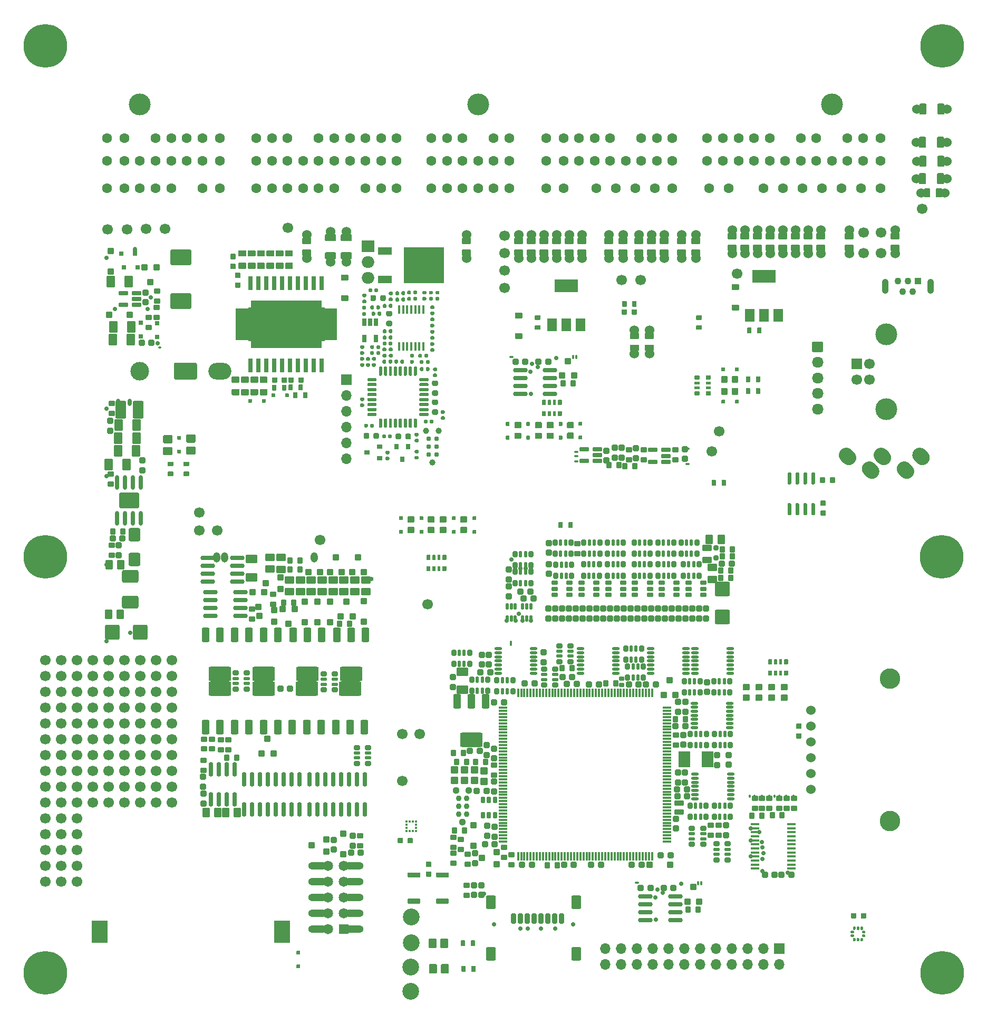
<source format=gts>
G75*
G70*
%OFA0B0*%
%FSLAX25Y25*%
%IPPOS*%
%LPD*%
%AMOC8*
5,1,8,0,0,1.08239X$1,22.5*
%
%AMM157*
21,1,0.033070,0.030710,-0.000000,0.000000,180.000000*
21,1,0.022050,0.041730,-0.000000,0.000000,180.000000*
1,1,0.011020,-0.011020,0.015350*
1,1,0.011020,0.011020,0.015350*
1,1,0.011020,0.011020,-0.015350*
1,1,0.011020,-0.011020,-0.015350*
%
%AMM162*
21,1,0.038980,0.026770,-0.000000,0.000000,0.000000*
21,1,0.026770,0.038980,-0.000000,0.000000,0.000000*
1,1,0.012210,0.013390,-0.013390*
1,1,0.012210,-0.013390,-0.013390*
1,1,0.012210,-0.013390,0.013390*
1,1,0.012210,0.013390,0.013390*
%
%AMM163*
21,1,0.033070,0.030710,-0.000000,0.000000,90.000000*
21,1,0.022050,0.041730,-0.000000,0.000000,90.000000*
1,1,0.011020,0.015350,0.011020*
1,1,0.011020,0.015350,-0.011020*
1,1,0.011020,-0.015350,-0.011020*
1,1,0.011020,-0.015350,0.011020*
%
%AMM164*
21,1,0.044880,0.049210,-0.000000,0.000000,180.000000*
21,1,0.031500,0.062600,-0.000000,0.000000,180.000000*
1,1,0.013390,-0.015750,0.024610*
1,1,0.013390,0.015750,0.024610*
1,1,0.013390,0.015750,-0.024610*
1,1,0.013390,-0.015750,-0.024610*
%
%AMM165*
21,1,0.038980,0.026770,-0.000000,0.000000,270.000000*
21,1,0.026770,0.038980,-0.000000,0.000000,270.000000*
1,1,0.012210,-0.013390,-0.013390*
1,1,0.012210,-0.013390,0.013390*
1,1,0.012210,0.013390,0.013390*
1,1,0.012210,0.013390,-0.013390*
%
%AMM184*
21,1,0.040950,0.050000,-0.000000,-0.000000,90.000000*
21,1,0.028350,0.062600,-0.000000,-0.000000,90.000000*
1,1,0.012600,0.025000,0.014170*
1,1,0.012600,0.025000,-0.014170*
1,1,0.012600,-0.025000,-0.014170*
1,1,0.012600,-0.025000,0.014170*
%
%AMM185*
21,1,0.092130,0.073230,-0.000000,-0.000000,90.000000*
21,1,0.069290,0.096060,-0.000000,-0.000000,90.000000*
1,1,0.022840,0.036610,0.034650*
1,1,0.022840,0.036610,-0.034650*
1,1,0.022840,-0.036610,-0.034650*
1,1,0.022840,-0.036610,0.034650*
%
%AMM186*
21,1,0.033070,0.030710,-0.000000,-0.000000,270.000000*
21,1,0.022050,0.041730,-0.000000,-0.000000,270.000000*
1,1,0.011020,-0.015350,-0.011020*
1,1,0.011020,-0.015350,0.011020*
1,1,0.011020,0.015350,0.011020*
1,1,0.011020,0.015350,-0.011020*
%
%AMM187*
21,1,0.044880,0.049210,-0.000000,-0.000000,0.000000*
21,1,0.031500,0.062600,-0.000000,-0.000000,0.000000*
1,1,0.013390,0.015750,-0.024610*
1,1,0.013390,-0.015750,-0.024610*
1,1,0.013390,-0.015750,0.024610*
1,1,0.013390,0.015750,0.024610*
%
%AMM188*
21,1,0.029130,0.030710,-0.000000,-0.000000,270.000000*
21,1,0.018900,0.040950,-0.000000,-0.000000,270.000000*
1,1,0.010240,-0.015350,-0.009450*
1,1,0.010240,-0.015350,0.009450*
1,1,0.010240,0.015350,0.009450*
1,1,0.010240,0.015350,-0.009450*
%
%AMM189*
21,1,0.031100,0.026380,-0.000000,-0.000000,180.000000*
21,1,0.020470,0.037010,-0.000000,-0.000000,180.000000*
1,1,0.010630,-0.010240,0.013190*
1,1,0.010630,0.010240,0.013190*
1,1,0.010630,0.010240,-0.013190*
1,1,0.010630,-0.010240,-0.013190*
%
%AMM190*
21,1,0.023230,0.027950,-0.000000,-0.000000,180.000000*
21,1,0.014170,0.037010,-0.000000,-0.000000,180.000000*
1,1,0.009060,-0.007090,0.013980*
1,1,0.009060,0.007090,0.013980*
1,1,0.009060,0.007090,-0.013980*
1,1,0.009060,-0.007090,-0.013980*
%
%AMM191*
21,1,0.038980,0.026770,-0.000000,-0.000000,90.000000*
21,1,0.026770,0.038980,-0.000000,-0.000000,90.000000*
1,1,0.012210,0.013390,0.013390*
1,1,0.012210,0.013390,-0.013390*
1,1,0.012210,-0.013390,-0.013390*
1,1,0.012210,-0.013390,0.013390*
%
%AMM192*
21,1,0.033070,0.030710,-0.000000,-0.000000,180.000000*
21,1,0.022050,0.041730,-0.000000,-0.000000,180.000000*
1,1,0.011020,-0.011020,0.015350*
1,1,0.011020,0.011020,0.015350*
1,1,0.011020,0.011020,-0.015350*
1,1,0.011020,-0.011020,-0.015350*
%
%AMM193*
21,1,0.044880,0.049210,-0.000000,-0.000000,270.000000*
21,1,0.031500,0.062600,-0.000000,-0.000000,270.000000*
1,1,0.013390,-0.024610,-0.015750*
1,1,0.013390,-0.024610,0.015750*
1,1,0.013390,0.024610,0.015750*
1,1,0.013390,0.024610,-0.015750*
%
%AMM194*
21,1,0.038980,0.026770,-0.000000,-0.000000,0.000000*
21,1,0.026770,0.038980,-0.000000,-0.000000,0.000000*
1,1,0.012210,0.013390,-0.013390*
1,1,0.012210,-0.013390,-0.013390*
1,1,0.012210,-0.013390,0.013390*
1,1,0.012210,0.013390,0.013390*
%
%AMM207*
21,1,0.038980,0.026770,-0.000000,-0.000000,180.000000*
21,1,0.026770,0.038980,-0.000000,-0.000000,180.000000*
1,1,0.012210,-0.013390,0.013390*
1,1,0.012210,0.013390,0.013390*
1,1,0.012210,0.013390,-0.013390*
1,1,0.012210,-0.013390,-0.013390*
%
%AMM208*
21,1,0.033070,0.030710,-0.000000,-0.000000,90.000000*
21,1,0.022050,0.041730,-0.000000,-0.000000,90.000000*
1,1,0.011020,0.015350,0.011020*
1,1,0.011020,0.015350,-0.011020*
1,1,0.011020,-0.015350,-0.011020*
1,1,0.011020,-0.015350,0.011020*
%
%AMM236*
21,1,0.038980,0.026770,-0.000000,0.000000,180.000000*
21,1,0.026770,0.038980,-0.000000,0.000000,180.000000*
1,1,0.012210,-0.013390,0.013390*
1,1,0.012210,0.013390,0.013390*
1,1,0.012210,0.013390,-0.013390*
1,1,0.012210,-0.013390,-0.013390*
%
%AMM237*
21,1,0.076380,0.036220,-0.000000,0.000000,90.000000*
21,1,0.061810,0.050790,-0.000000,0.000000,90.000000*
1,1,0.014570,0.018110,0.030910*
1,1,0.014570,0.018110,-0.030910*
1,1,0.014570,-0.018110,-0.030910*
1,1,0.014570,-0.018110,0.030910*
%
%AMM238*
21,1,0.033070,0.030710,-0.000000,0.000000,270.000000*
21,1,0.022050,0.041730,-0.000000,0.000000,270.000000*
1,1,0.011020,-0.015350,-0.011020*
1,1,0.011020,-0.015350,0.011020*
1,1,0.011020,0.015350,0.011020*
1,1,0.011020,0.015350,-0.011020*
%
%AMM281*
21,1,0.038980,0.026770,-0.000000,-0.000000,270.000000*
21,1,0.026770,0.038980,-0.000000,-0.000000,270.000000*
1,1,0.012210,-0.013390,-0.013390*
1,1,0.012210,-0.013390,0.013390*
1,1,0.012210,0.013390,0.013390*
1,1,0.012210,0.013390,-0.013390*
%
%AMM282*
21,1,0.076380,0.036220,-0.000000,-0.000000,180.000000*
21,1,0.061810,0.050790,-0.000000,-0.000000,180.000000*
1,1,0.014570,-0.030910,0.018110*
1,1,0.014570,0.030910,0.018110*
1,1,0.014570,0.030910,-0.018110*
1,1,0.014570,-0.030910,-0.018110*
%
%AMM283*
21,1,0.033070,0.030710,-0.000000,-0.000000,0.000000*
21,1,0.022050,0.041730,-0.000000,-0.000000,0.000000*
1,1,0.011020,0.011020,-0.015350*
1,1,0.011020,-0.011020,-0.015350*
1,1,0.011020,-0.011020,0.015350*
1,1,0.011020,0.011020,0.015350*
%
%AMM284*
21,1,0.015350,0.017720,-0.000000,-0.000000,0.000000*
21,1,0.000000,0.033070,-0.000000,-0.000000,0.000000*
1,1,0.015350,-0.000000,-0.008860*
1,1,0.015350,-0.000000,-0.008860*
1,1,0.015350,-0.000000,0.008860*
1,1,0.015350,-0.000000,0.008860*
%
%AMM285*
21,1,0.143310,0.067720,-0.000000,-0.000000,180.000000*
21,1,0.120870,0.090160,-0.000000,-0.000000,180.000000*
1,1,0.022440,-0.060430,0.033860*
1,1,0.022440,0.060430,0.033860*
1,1,0.022440,0.060430,-0.033860*
1,1,0.022440,-0.060430,-0.033860*
%
%AMM286*
21,1,0.048820,0.075980,-0.000000,-0.000000,180.000000*
21,1,0.034650,0.090160,-0.000000,-0.000000,180.000000*
1,1,0.014170,-0.017320,0.037990*
1,1,0.014170,0.017320,0.037990*
1,1,0.014170,0.017320,-0.037990*
1,1,0.014170,-0.017320,-0.037990*
%
%AMM287*
21,1,0.048820,0.075990,-0.000000,-0.000000,180.000000*
21,1,0.034650,0.090160,-0.000000,-0.000000,180.000000*
1,1,0.014170,-0.017320,0.037990*
1,1,0.014170,0.017320,0.037990*
1,1,0.014170,0.017320,-0.037990*
1,1,0.014170,-0.017320,-0.037990*
%
%AMM288*
21,1,0.044880,0.035430,-0.000000,-0.000000,90.000000*
21,1,0.031500,0.048820,-0.000000,-0.000000,90.000000*
1,1,0.013390,0.017720,0.015750*
1,1,0.013390,0.017720,-0.015750*
1,1,0.013390,-0.017720,-0.015750*
1,1,0.013390,-0.017720,0.015750*
%
%AMM289*
21,1,0.040950,0.030320,-0.000000,-0.000000,90.000000*
21,1,0.028350,0.042910,-0.000000,-0.000000,90.000000*
1,1,0.012600,0.015160,0.014170*
1,1,0.012600,0.015160,-0.014170*
1,1,0.012600,-0.015160,-0.014170*
1,1,0.012600,-0.015160,0.014170*
%
%AMM290*
21,1,0.029130,0.030710,-0.000000,-0.000000,0.000000*
21,1,0.018900,0.040950,-0.000000,-0.000000,0.000000*
1,1,0.010240,0.009450,-0.015350*
1,1,0.010240,-0.009450,-0.015350*
1,1,0.010240,-0.009450,0.015350*
1,1,0.010240,0.009450,0.015350*
%
%AMM291*
21,1,0.041340,0.026770,-0.000000,-0.000000,90.000000*
21,1,0.029130,0.038980,-0.000000,-0.000000,90.000000*
1,1,0.012210,0.013390,0.014570*
1,1,0.012210,0.013390,-0.014570*
1,1,0.012210,-0.013390,-0.014570*
1,1,0.012210,-0.013390,0.014570*
%
%AMM292*
21,1,0.040950,0.030320,-0.000000,-0.000000,0.000000*
21,1,0.028350,0.042910,-0.000000,-0.000000,0.000000*
1,1,0.012600,0.014170,-0.015160*
1,1,0.012600,-0.014170,-0.015160*
1,1,0.012600,-0.014170,0.015160*
1,1,0.012600,0.014170,0.015160*
%
%AMM293*
21,1,0.031100,0.026380,-0.000000,-0.000000,90.000000*
21,1,0.020470,0.037010,-0.000000,-0.000000,90.000000*
1,1,0.010630,0.013190,0.010240*
1,1,0.010630,0.013190,-0.010240*
1,1,0.010630,-0.013190,-0.010240*
1,1,0.010630,-0.013190,0.010240*
%
%AMM294*
21,1,0.023230,0.027950,-0.000000,-0.000000,90.000000*
21,1,0.014170,0.037010,-0.000000,-0.000000,90.000000*
1,1,0.009060,0.013980,0.007090*
1,1,0.009060,0.013980,-0.007090*
1,1,0.009060,-0.013980,-0.007090*
1,1,0.009060,-0.013980,0.007090*
%
%AMM295*
21,1,0.033070,0.049610,-0.000000,-0.000000,90.000000*
21,1,0.022050,0.060630,-0.000000,-0.000000,90.000000*
1,1,0.011020,0.024800,0.011020*
1,1,0.011020,0.024800,-0.011020*
1,1,0.011020,-0.024800,-0.011020*
1,1,0.011020,-0.024800,0.011020*
%
%AMM296*
21,1,0.033070,0.018900,-0.000000,-0.000000,0.000000*
21,1,0.022840,0.029130,-0.000000,-0.000000,0.000000*
1,1,0.010240,0.011420,-0.009450*
1,1,0.010240,-0.011420,-0.009450*
1,1,0.010240,-0.011420,0.009450*
1,1,0.010240,0.011420,0.009450*
%
%AMM297*
21,1,0.041340,0.026770,-0.000000,-0.000000,0.000000*
21,1,0.029130,0.038980,-0.000000,-0.000000,0.000000*
1,1,0.012210,0.014570,-0.013390*
1,1,0.012210,-0.014570,-0.013390*
1,1,0.012210,-0.014570,0.013390*
1,1,0.012210,0.014570,0.013390*
%
%AMM309*
21,1,0.040950,0.030320,-0.000000,0.000000,90.000000*
21,1,0.028350,0.042910,-0.000000,0.000000,90.000000*
1,1,0.012600,0.015160,0.014170*
1,1,0.012600,0.015160,-0.014170*
1,1,0.012600,-0.015160,-0.014170*
1,1,0.012600,-0.015160,0.014170*
%
%AMM313*
21,1,0.031100,0.026380,-0.000000,0.000000,180.000000*
21,1,0.020470,0.037010,-0.000000,0.000000,180.000000*
1,1,0.010630,-0.010240,0.013190*
1,1,0.010630,0.010240,0.013190*
1,1,0.010630,0.010240,-0.013190*
1,1,0.010630,-0.010240,-0.013190*
%
%AMM314*
21,1,0.023230,0.027950,-0.000000,0.000000,180.000000*
21,1,0.014170,0.037010,-0.000000,0.000000,180.000000*
1,1,0.009060,-0.007090,0.013980*
1,1,0.009060,0.007090,0.013980*
1,1,0.009060,0.007090,-0.013980*
1,1,0.009060,-0.007090,-0.013980*
%
%AMM315*
21,1,0.041340,0.026770,-0.000000,0.000000,180.000000*
21,1,0.029130,0.038980,-0.000000,0.000000,180.000000*
1,1,0.012210,-0.014570,0.013390*
1,1,0.012210,0.014570,0.013390*
1,1,0.012210,0.014570,-0.013390*
1,1,0.012210,-0.014570,-0.013390*
%
%AMM327*
21,1,0.040950,0.030320,-0.000000,-0.000000,180.000000*
21,1,0.028350,0.042910,-0.000000,-0.000000,180.000000*
1,1,0.012600,-0.014170,0.015160*
1,1,0.012600,0.014170,0.015160*
1,1,0.012600,0.014170,-0.015160*
1,1,0.012600,-0.014170,-0.015160*
%
%AMM328*
21,1,0.048820,0.075980,-0.000000,-0.000000,0.000000*
21,1,0.034650,0.090160,-0.000000,-0.000000,0.000000*
1,1,0.014170,0.017320,-0.037990*
1,1,0.014170,-0.017320,-0.037990*
1,1,0.014170,-0.017320,0.037990*
1,1,0.014170,0.017320,0.037990*
%
%AMM329*
21,1,0.048820,0.075990,-0.000000,-0.000000,0.000000*
21,1,0.034650,0.090160,-0.000000,-0.000000,0.000000*
1,1,0.014170,0.017320,-0.037990*
1,1,0.014170,-0.017320,-0.037990*
1,1,0.014170,-0.017320,0.037990*
1,1,0.014170,0.017320,0.037990*
%
%AMM330*
21,1,0.143310,0.067720,-0.000000,-0.000000,0.000000*
21,1,0.120870,0.090160,-0.000000,-0.000000,0.000000*
1,1,0.022440,0.060430,-0.033860*
1,1,0.022440,-0.060430,-0.033860*
1,1,0.022440,-0.060430,0.033860*
1,1,0.022440,0.060430,0.033860*
%
%AMM331*
21,1,0.031100,0.026380,-0.000000,-0.000000,270.000000*
21,1,0.020470,0.037010,-0.000000,-0.000000,270.000000*
1,1,0.010630,-0.013190,-0.010240*
1,1,0.010630,-0.013190,0.010240*
1,1,0.010630,0.013190,0.010240*
1,1,0.010630,0.013190,-0.010240*
%
%AMM332*
21,1,0.023230,0.027950,-0.000000,-0.000000,270.000000*
21,1,0.014170,0.037010,-0.000000,-0.000000,270.000000*
1,1,0.009060,-0.013980,-0.007090*
1,1,0.009060,-0.013980,0.007090*
1,1,0.009060,0.013980,0.007090*
1,1,0.009060,0.013980,-0.007090*
%
%AMM333*
21,1,0.041340,0.026770,-0.000000,-0.000000,270.000000*
21,1,0.029130,0.038980,-0.000000,-0.000000,270.000000*
1,1,0.012210,-0.013390,-0.014570*
1,1,0.012210,-0.013390,0.014570*
1,1,0.012210,0.013390,0.014570*
1,1,0.012210,0.013390,-0.014570*
%
%AMM336*
21,1,0.018110,0.028980,-0.000000,0.000000,0.000000*
21,1,0.010080,0.037010,-0.000000,0.000000,0.000000*
1,1,0.008030,0.005040,-0.014490*
1,1,0.008030,-0.005040,-0.014490*
1,1,0.008030,-0.005040,0.014490*
1,1,0.008030,0.005040,0.014490*
%
%AMM34*
21,1,0.033070,0.030710,0.000000,0.000000,270.000000*
21,1,0.022050,0.041730,0.000000,0.000000,270.000000*
1,1,0.011020,-0.015350,-0.011020*
1,1,0.011020,-0.015350,0.011020*
1,1,0.011020,0.015350,0.011020*
1,1,0.011020,0.015350,-0.011020*
%
%AMM344*
21,1,0.041340,0.026770,-0.000000,0.000000,90.000000*
21,1,0.029130,0.038980,-0.000000,0.000000,90.000000*
1,1,0.012210,0.013390,0.014570*
1,1,0.012210,0.013390,-0.014570*
1,1,0.012210,-0.013390,-0.014570*
1,1,0.012210,-0.013390,0.014570*
%
%AMM352*
21,1,0.027170,0.052760,-0.000000,-0.000000,90.000000*
21,1,0.017320,0.062600,-0.000000,-0.000000,90.000000*
1,1,0.009840,0.026380,0.008660*
1,1,0.009840,0.026380,-0.008660*
1,1,0.009840,-0.026380,-0.008660*
1,1,0.009840,-0.026380,0.008660*
%
%AMM359*
21,1,0.040950,0.030320,-0.000000,0.000000,180.000000*
21,1,0.028350,0.042910,-0.000000,0.000000,180.000000*
1,1,0.012600,-0.014170,0.015160*
1,1,0.012600,0.014170,0.015160*
1,1,0.012600,0.014170,-0.015160*
1,1,0.012600,-0.014170,-0.015160*
%
%AMM360*
21,1,0.027170,0.052760,-0.000000,0.000000,90.000000*
21,1,0.017320,0.062600,-0.000000,0.000000,90.000000*
1,1,0.009840,0.026380,0.008660*
1,1,0.009840,0.026380,-0.008660*
1,1,0.009840,-0.026380,-0.008660*
1,1,0.009840,-0.026380,0.008660*
%
%AMM361*
21,1,0.100000,0.111020,-0.000000,0.000000,270.000000*
21,1,0.075590,0.135430,-0.000000,0.000000,270.000000*
1,1,0.024410,-0.055510,-0.037800*
1,1,0.024410,-0.055510,0.037800*
1,1,0.024410,0.055510,0.037800*
1,1,0.024410,0.055510,-0.037800*
%
%AMM362*
21,1,0.029130,0.018900,-0.000000,0.000000,0.000000*
21,1,0.018900,0.029130,-0.000000,0.000000,0.000000*
1,1,0.010240,0.009450,-0.009450*
1,1,0.010240,-0.009450,-0.009450*
1,1,0.010240,-0.009450,0.009450*
1,1,0.010240,0.009450,0.009450*
%
%AMM363*
21,1,0.029130,0.018900,-0.000000,0.000000,270.000000*
21,1,0.018900,0.029130,-0.000000,0.000000,270.000000*
1,1,0.010240,-0.009450,-0.009450*
1,1,0.010240,-0.009450,0.009450*
1,1,0.010240,0.009450,0.009450*
1,1,0.010240,0.009450,-0.009450*
%
%AMM370*
21,1,0.111810,0.050390,-0.000000,0.000000,90.000000*
21,1,0.093700,0.068500,-0.000000,0.000000,90.000000*
1,1,0.018110,0.025200,0.046850*
1,1,0.018110,0.025200,-0.046850*
1,1,0.018110,-0.025200,-0.046850*
1,1,0.018110,-0.025200,0.046850*
%
%AMM371*
21,1,0.080320,0.083460,-0.000000,0.000000,270.000000*
21,1,0.059840,0.103940,-0.000000,0.000000,270.000000*
1,1,0.020470,-0.041730,-0.029920*
1,1,0.020470,-0.041730,0.029920*
1,1,0.020470,0.041730,0.029920*
1,1,0.020470,0.041730,-0.029920*
%
%AMM372*
21,1,0.127560,0.075590,-0.000000,0.000000,0.000000*
21,1,0.103150,0.100000,-0.000000,0.000000,0.000000*
1,1,0.024410,0.051580,-0.037800*
1,1,0.024410,-0.051580,-0.037800*
1,1,0.024410,-0.051580,0.037800*
1,1,0.024410,0.051580,0.037800*
%
%AMM373*
21,1,0.084250,0.053540,-0.000000,0.000000,270.000000*
21,1,0.065350,0.072440,-0.000000,0.000000,270.000000*
1,1,0.018900,-0.026770,-0.032680*
1,1,0.018900,-0.026770,0.032680*
1,1,0.018900,0.026770,0.032680*
1,1,0.018900,0.026770,-0.032680*
%
%AMM374*
21,1,0.076380,0.036220,-0.000000,0.000000,270.000000*
21,1,0.061810,0.050790,-0.000000,0.000000,270.000000*
1,1,0.014570,-0.018110,-0.030910*
1,1,0.014570,-0.018110,0.030910*
1,1,0.014570,0.018110,0.030910*
1,1,0.014570,0.018110,-0.030910*
%
%AMM375*
21,1,0.092130,0.073230,-0.000000,0.000000,180.000000*
21,1,0.069290,0.096060,-0.000000,0.000000,180.000000*
1,1,0.022840,-0.034650,0.036610*
1,1,0.022840,0.034650,0.036610*
1,1,0.022840,0.034650,-0.036610*
1,1,0.022840,-0.034650,-0.036610*
%
%AMM62*
21,1,0.038980,0.026770,0.000000,0.000000,90.000000*
21,1,0.026770,0.038980,0.000000,0.000000,90.000000*
1,1,0.012210,0.013390,0.013390*
1,1,0.012210,0.013390,-0.013390*
1,1,0.012210,-0.013390,-0.013390*
1,1,0.012210,-0.013390,0.013390*
%
%AMM82*
21,1,0.084250,0.045670,0.000000,0.000000,270.000000*
21,1,0.067320,0.062600,0.000000,0.000000,270.000000*
1,1,0.016930,-0.022840,-0.033660*
1,1,0.016930,-0.022840,0.033660*
1,1,0.016930,0.022840,0.033660*
1,1,0.016930,0.022840,-0.033660*
%
%AMM83*
21,1,0.064570,0.020470,0.000000,0.000000,270.000000*
21,1,0.053940,0.031100,0.000000,0.000000,270.000000*
1,1,0.010630,-0.010240,-0.026970*
1,1,0.010630,-0.010240,0.026970*
1,1,0.010630,0.010240,0.026970*
1,1,0.010630,0.010240,-0.026970*
%
%ADD104C,0.00039*%
%ADD149C,0.03701*%
%ADD168O,0.01339X0.02126*%
%ADD169O,0.05512X0.01535*%
%ADD17C,0.02362*%
%ADD171M34*%
%ADD172C,0.02913*%
%ADD18C,0.06000*%
%ADD19O,0.01969X0.00984*%
%ADD20C,0.06693*%
%ADD205C,0.03100*%
%ADD206C,0.03900*%
%ADD207M62*%
%ADD21R,0.06693X0.06693*%
%ADD214O,0.04882X0.01732*%
%ADD215O,0.05669X0.01417*%
%ADD216O,0.01417X0.05669*%
%ADD219R,0.07244X0.10000*%
%ADD22O,0.06693X0.06693*%
%ADD225C,0.03651*%
%ADD229C,0.04451*%
%ADD23C,0.10630*%
%ADD239M82*%
%ADD240M83*%
%ADD255O,0.04488X0.06457*%
%ADD256O,0.03701X0.02913*%
%ADD262O,0.02913X0.09213*%
%ADD263O,0.09213X0.02913*%
%ADD288C,0.06457*%
%ADD289R,0.06457X0.06457*%
%ADD295O,0.02520X0.01535*%
%ADD296O,0.01535X0.02520*%
%ADD315O,0.04488X0.02520*%
%ADD33O,0.03937X0.05906*%
%ADD34O,0.03150X0.02362*%
%ADD340O,0.02520X0.04488*%
%ADD35C,0.13780*%
%ADD350R,0.03543X0.03150*%
%ADD355R,0.03150X0.03543*%
%ADD36C,0.06299*%
%ADD37R,0.04331X0.04331*%
%ADD376M157*%
%ADD38C,0.04331*%
%ADD381M162*%
%ADD382M163*%
%ADD383M164*%
%ADD384M165*%
%ADD39O,0.04331X0.09449*%
%ADD403M184*%
%ADD404M185*%
%ADD405M186*%
%ADD406M187*%
%ADD407M188*%
%ADD408M189*%
%ADD409M190*%
%ADD410M191*%
%ADD411M192*%
%ADD412M193*%
%ADD413M194*%
%ADD430M207*%
%ADD431M208*%
%ADD44O,0.00984X0.01969*%
%ADD45C,0.13000*%
%ADD46O,0.14567X0.10630*%
%ADD461M236*%
%ADD462M237*%
%ADD463M238*%
%ADD47C,0.27559*%
%ADD48R,0.01476X0.01378*%
%ADD49R,0.01378X0.01476*%
%ADD50R,0.10236X0.14173*%
%ADD508M281*%
%ADD509M282*%
%ADD51O,0.01969X0.03937*%
%ADD510M283*%
%ADD511M284*%
%ADD512M285*%
%ADD513M286*%
%ADD514M287*%
%ADD515M288*%
%ADD516M289*%
%ADD517M290*%
%ADD518M291*%
%ADD519M292*%
%ADD520M293*%
%ADD521M294*%
%ADD522M295*%
%ADD523M296*%
%ADD524M297*%
%ADD54O,0.01969X0.00787*%
%ADD546M309*%
%ADD551M313*%
%ADD552M314*%
%ADD553M315*%
%ADD569M327*%
%ADD570M328*%
%ADD571M329*%
%ADD572M330*%
%ADD573M331*%
%ADD574M332*%
%ADD575M333*%
%ADD578M336*%
%ADD587O,0.11772X0.04567*%
%ADD588M344*%
%ADD599M352*%
%ADD60C,0.11811*%
%ADD609M359*%
%ADD610M360*%
%ADD611O,0.02520X0.01339*%
%ADD612M361*%
%ADD613M362*%
%ADD614M363*%
%ADD624M370*%
%ADD625M371*%
%ADD626O,0.02520X0.09213*%
%ADD627M372*%
%ADD628M373*%
%ADD629M374*%
%ADD630M375*%
%ADD631R,0.07874X0.07500*%
%ADD632O,0.07874X0.07500*%
%ADD633R,0.01772X0.05709*%
%ADD634R,0.08661X0.04724*%
%ADD635R,0.25197X0.22835*%
%ADD636R,0.02559X0.04803*%
%ADD68R,0.05906X0.07874*%
%ADD69R,0.14961X0.07874*%
%ADD76O,0.00787X0.01575*%
%ADD83R,0.03150X0.08661*%
%ADD84R,0.08000X0.20000*%
%ADD85R,0.45000X0.30000*%
%ADD86O,0.07283X0.06693*%
X0000000Y0000000D02*
%LPD*%
G01*
D104*
X0194378Y0440539D02*
X0195955Y0440539D01*
X0195955Y0440539D02*
X0195955Y0419728D01*
X0195955Y0419728D02*
X0194378Y0419728D01*
X0194378Y0419728D02*
X0194378Y0440539D01*
G36*
X0195955Y0419728D02*
G01*
X0194378Y0419728D01*
X0194378Y0440539D01*
X0195955Y0440539D01*
X0195955Y0419728D01*
G37*
X0195955Y0419728D02*
X0194378Y0419728D01*
X0194378Y0440539D01*
X0195955Y0440539D01*
X0195955Y0419728D01*
X0147908Y0440539D02*
X0149555Y0440539D01*
X0149555Y0440539D02*
X0149555Y0419718D01*
X0149555Y0419718D02*
X0147908Y0419718D01*
X0147908Y0419718D02*
X0147908Y0440539D01*
G36*
X0149555Y0419718D02*
G01*
X0147908Y0419718D01*
X0147908Y0440539D01*
X0149555Y0440539D01*
X0149555Y0419718D01*
G37*
X0149555Y0419718D02*
X0147908Y0419718D01*
X0147908Y0440539D01*
X0149555Y0440539D01*
X0149555Y0419718D01*
D17*
X0297120Y0070059D03*
X0303321Y0050748D03*
X0353337Y0050784D03*
X0319955Y0048110D03*
X0324581Y0048110D03*
X0333144Y0048110D03*
X0341904Y0048110D03*
G36*
G01*
X0584286Y0525612D02*
X0587003Y0525612D01*
G75*
G02*
X0587908Y0524706I0000000J-000906D01*
G01*
X0587908Y0519430D01*
G75*
G02*
X0587003Y0518525I-000906J0000000D01*
G01*
X0584286Y0518525D01*
G75*
G02*
X0583381Y0519430I0000000J0000906D01*
G01*
X0583381Y0524706D01*
G75*
G02*
X0584286Y0525612I0000906J0000000D01*
G01*
G37*
D18*
X0589581Y0522068D03*
G36*
G01*
X0572869Y0525612D02*
X0575585Y0525612D01*
G75*
G02*
X0576491Y0524706I0000000J-000906D01*
G01*
X0576491Y0519430D01*
G75*
G02*
X0575585Y0518525I-000906J0000000D01*
G01*
X0572869Y0518525D01*
G75*
G02*
X0571963Y0519430I0000000J0000906D01*
G01*
X0571963Y0524706D01*
G75*
G02*
X0572869Y0525612I0000906J0000000D01*
G01*
G37*
X0570290Y0522068D03*
D19*
X0355479Y0343241D03*
X0355479Y0346686D03*
X0355479Y0349442D03*
X0425656Y0351214D03*
X0425656Y0341765D03*
G36*
G01*
X0464396Y0476360D02*
X0459475Y0476360D01*
G75*
G02*
X0459081Y0476753I0000000J0000394D01*
G01*
X0459081Y0479903D01*
G75*
G02*
X0459475Y0480297I0000394J0000000D01*
G01*
X0464396Y0480297D01*
G75*
G02*
X0464790Y0479903I0000000J-000394D01*
G01*
X0464790Y0476753D01*
G75*
G02*
X0464396Y0476360I-000394J0000000D01*
G01*
G37*
D18*
X0461936Y0474568D03*
G36*
G01*
X0464396Y0483840D02*
X0459475Y0483840D01*
G75*
G02*
X0459081Y0484234I0000000J0000394D01*
G01*
X0459081Y0487383D01*
G75*
G02*
X0459475Y0487777I0000394J0000000D01*
G01*
X0464396Y0487777D01*
G75*
G02*
X0464790Y0487383I0000000J-000394D01*
G01*
X0464790Y0484234D01*
G75*
G02*
X0464396Y0483840I-000394J0000000D01*
G01*
G37*
X0461936Y0489568D03*
X0556936Y0474568D03*
G36*
G01*
X0559396Y0476360D02*
X0554475Y0476360D01*
G75*
G02*
X0554081Y0476753I0000000J0000394D01*
G01*
X0554081Y0479903D01*
G75*
G02*
X0554475Y0480297I0000394J0000000D01*
G01*
X0559396Y0480297D01*
G75*
G02*
X0559790Y0479903I0000000J-000394D01*
G01*
X0559790Y0476753D01*
G75*
G02*
X0559396Y0476360I-000394J0000000D01*
G01*
G37*
X0556936Y0489568D03*
G36*
G01*
X0559396Y0483840D02*
X0554475Y0483840D01*
G75*
G02*
X0554081Y0484234I0000000J0000394D01*
G01*
X0554081Y0487383D01*
G75*
G02*
X0554475Y0487777I0000394J0000000D01*
G01*
X0559396Y0487777D01*
G75*
G02*
X0559790Y0487383I0000000J-000394D01*
G01*
X0559790Y0484234D01*
G75*
G02*
X0559396Y0483840I-000394J0000000D01*
G01*
G37*
D20*
X0245285Y0141379D03*
X0245285Y0170915D03*
G36*
G01*
X0097283Y0343159D02*
X0100354Y0343159D01*
G75*
G02*
X0100630Y0342884I0000000J-000276D01*
G01*
X0100630Y0340679D01*
G75*
G02*
X0100354Y0340404I-000276J0000000D01*
G01*
X0097283Y0340404D01*
G75*
G02*
X0097008Y0340679I0000000J0000276D01*
G01*
X0097008Y0342884D01*
G75*
G02*
X0097283Y0343159I0000276J0000000D01*
G01*
G37*
G36*
G01*
X0097283Y0336860D02*
X0100354Y0336860D01*
G75*
G02*
X0100630Y0336585I0000000J-000276D01*
G01*
X0100630Y0334380D01*
G75*
G02*
X0100354Y0334104I-000276J0000000D01*
G01*
X0097283Y0334104D01*
G75*
G02*
X0097008Y0334380I0000000J0000276D01*
G01*
X0097008Y0336585D01*
G75*
G02*
X0097283Y0336860I0000276J0000000D01*
G01*
G37*
D21*
X0209936Y0395068D03*
D22*
X0209936Y0385068D03*
X0209936Y0375068D03*
X0209936Y0365068D03*
X0209936Y0355068D03*
X0209936Y0345068D03*
G36*
G01*
X0450007Y0331281D02*
X0450007Y0328210D01*
G75*
G02*
X0449731Y0327934I-000276J0000000D01*
G01*
X0447526Y0327934D01*
G75*
G02*
X0447251Y0328210I0000000J0000276D01*
G01*
X0447251Y0331281D01*
G75*
G02*
X0447526Y0331556I0000276J0000000D01*
G01*
X0449731Y0331556D01*
G75*
G02*
X0450007Y0331281I0000000J-000276D01*
G01*
G37*
G36*
G01*
X0443707Y0331281D02*
X0443707Y0328210D01*
G75*
G02*
X0443432Y0327934I-000276J0000000D01*
G01*
X0441227Y0327934D01*
G75*
G02*
X0440951Y0328210I0000000J0000276D01*
G01*
X0440951Y0331281D01*
G75*
G02*
X0441227Y0331556I0000276J0000000D01*
G01*
X0443432Y0331556D01*
G75*
G02*
X0443707Y0331281I0000000J-000276D01*
G01*
G37*
D20*
X0172936Y0491068D03*
D23*
X0250865Y0008410D03*
G36*
G01*
X0242507Y0102226D02*
X0242507Y0104903D01*
G75*
G02*
X0242841Y0105238I0000335J0000000D01*
G01*
X0245518Y0105238D01*
G75*
G02*
X0245853Y0104903I0000000J-000335D01*
G01*
X0245853Y0102226D01*
G75*
G02*
X0245518Y0101891I-000335J0000000D01*
G01*
X0242841Y0101891D01*
G75*
G02*
X0242507Y0102226I0000000J0000335D01*
G01*
G37*
G36*
G01*
X0248727Y0102226D02*
X0248727Y0104903D01*
G75*
G02*
X0249062Y0105238I0000335J0000000D01*
G01*
X0251739Y0105238D01*
G75*
G02*
X0252074Y0104903I0000000J-000335D01*
G01*
X0252074Y0102226D01*
G75*
G02*
X0251739Y0101891I-000335J0000000D01*
G01*
X0249062Y0101891D01*
G75*
G02*
X0248727Y0102226I0000000J0000335D01*
G01*
G37*
D20*
X0079567Y0177549D03*
X0079567Y0187549D03*
X0079567Y0197549D03*
X0079567Y0207549D03*
X0079567Y0217549D03*
X0089567Y0177549D03*
X0089567Y0187549D03*
X0089567Y0197549D03*
X0089567Y0207549D03*
X0089567Y0217549D03*
X0099567Y0177549D03*
X0099567Y0187549D03*
X0099567Y0197549D03*
X0099567Y0207549D03*
X0099567Y0217549D03*
D18*
X0485936Y0474568D03*
G36*
G01*
X0488396Y0476360D02*
X0483475Y0476360D01*
G75*
G02*
X0483081Y0476753I0000000J0000394D01*
G01*
X0483081Y0479903D01*
G75*
G02*
X0483475Y0480297I0000394J0000000D01*
G01*
X0488396Y0480297D01*
G75*
G02*
X0488790Y0479903I0000000J-000394D01*
G01*
X0488790Y0476753D01*
G75*
G02*
X0488396Y0476360I-000394J0000000D01*
G01*
G37*
G36*
G01*
X0488396Y0483840D02*
X0483475Y0483840D01*
G75*
G02*
X0483081Y0484234I0000000J0000394D01*
G01*
X0483081Y0487383D01*
G75*
G02*
X0483475Y0487777I0000394J0000000D01*
G01*
X0488396Y0487777D01*
G75*
G02*
X0488790Y0487383I0000000J-000394D01*
G01*
X0488790Y0484234D01*
G75*
G02*
X0488396Y0483840I-000394J0000000D01*
G01*
G37*
X0485936Y0489568D03*
D20*
X0309936Y0464068D03*
G36*
G01*
X0172054Y0391517D02*
X0172054Y0388446D01*
G75*
G02*
X0171778Y0388171I-000276J0000000D01*
G01*
X0169574Y0388171D01*
G75*
G02*
X0169298Y0388446I0000000J0000276D01*
G01*
X0169298Y0391517D01*
G75*
G02*
X0169574Y0391793I0000276J0000000D01*
G01*
X0171778Y0391793D01*
G75*
G02*
X0172054Y0391517I0000000J-000276D01*
G01*
G37*
G36*
G01*
X0165755Y0391517D02*
X0165755Y0388446D01*
G75*
G02*
X0165479Y0388171I-000276J0000000D01*
G01*
X0163274Y0388171D01*
G75*
G02*
X0162999Y0388446I0000000J0000276D01*
G01*
X0162999Y0391517D01*
G75*
G02*
X0163274Y0391793I0000276J0000000D01*
G01*
X0165479Y0391793D01*
G75*
G02*
X0165755Y0391517I0000000J-000276D01*
G01*
G37*
X0116936Y0311045D03*
X0049567Y0127549D03*
X0049567Y0137549D03*
X0049567Y0147549D03*
X0049567Y0157549D03*
X0049567Y0167549D03*
X0059567Y0127549D03*
X0059567Y0137549D03*
X0059567Y0147549D03*
X0059567Y0157549D03*
X0059567Y0167549D03*
X0069567Y0127549D03*
X0069567Y0137549D03*
X0069567Y0147549D03*
X0069567Y0157549D03*
X0069567Y0167549D03*
D33*
X0128185Y0282748D03*
X0133130Y0282748D03*
X0189724Y0282748D03*
D34*
X0225374Y0268983D03*
G36*
G01*
X0267347Y0025001D02*
X0267347Y0020119D01*
G75*
G02*
X0266835Y0019608I-000512J0000000D01*
G01*
X0262740Y0019608D01*
G75*
G02*
X0262228Y0020119I0000000J0000512D01*
G01*
X0262228Y0025001D01*
G75*
G02*
X0262740Y0025513I0000512J0000000D01*
G01*
X0266835Y0025513D01*
G75*
G02*
X0267347Y0025001I0000000J-000512D01*
G01*
G37*
G36*
G01*
X0274827Y0025001D02*
X0274827Y0020119D01*
G75*
G02*
X0274315Y0019608I-000512J0000000D01*
G01*
X0270221Y0019608D01*
G75*
G02*
X0269709Y0020119I0000000J0000512D01*
G01*
X0269709Y0025001D01*
G75*
G02*
X0270221Y0025513I0000512J0000000D01*
G01*
X0274315Y0025513D01*
G75*
G02*
X0274827Y0025001I0000000J-000512D01*
G01*
G37*
D18*
X0350936Y0471568D03*
G36*
G01*
X0353396Y0473360D02*
X0348475Y0473360D01*
G75*
G02*
X0348081Y0473753I0000000J0000394D01*
G01*
X0348081Y0476903D01*
G75*
G02*
X0348475Y0477297I0000394J0000000D01*
G01*
X0353396Y0477297D01*
G75*
G02*
X0353790Y0476903I0000000J-000394D01*
G01*
X0353790Y0473753D01*
G75*
G02*
X0353396Y0473360I-000394J0000000D01*
G01*
G37*
X0350936Y0486568D03*
G36*
G01*
X0353396Y0480840D02*
X0348475Y0480840D01*
G75*
G02*
X0348081Y0481234I0000000J0000394D01*
G01*
X0348081Y0484383D01*
G75*
G02*
X0348475Y0484777I0000394J0000000D01*
G01*
X0353396Y0484777D01*
G75*
G02*
X0353790Y0484383I0000000J-000394D01*
G01*
X0353790Y0481234D01*
G75*
G02*
X0353396Y0480840I-000394J0000000D01*
G01*
G37*
G36*
G01*
X0243354Y0297793D02*
X0243354Y0299682D01*
G75*
G02*
X0243590Y0299919I0000236J0000000D01*
G01*
X0245480Y0299919D01*
G75*
G02*
X0245716Y0299682I0000000J-000236D01*
G01*
X0245716Y0297793D01*
G75*
G02*
X0245480Y0297556I-000236J0000000D01*
G01*
X0243590Y0297556D01*
G75*
G02*
X0243354Y0297793I0000000J0000236D01*
G01*
G37*
G36*
G01*
X0243354Y0306454D02*
X0243354Y0308344D01*
G75*
G02*
X0243590Y0308580I0000236J0000000D01*
G01*
X0245480Y0308580D01*
G75*
G02*
X0245716Y0308344I0000000J-000236D01*
G01*
X0245716Y0306454D01*
G75*
G02*
X0245480Y0306218I-000236J0000000D01*
G01*
X0243590Y0306218D01*
G75*
G02*
X0243354Y0306454I0000000J0000236D01*
G01*
G37*
G36*
G01*
X0136969Y0474515D02*
X0139646Y0474515D01*
G75*
G02*
X0139981Y0474180I0000000J-000335D01*
G01*
X0139981Y0471503D01*
G75*
G02*
X0139646Y0471168I-000335J0000000D01*
G01*
X0136969Y0471168D01*
G75*
G02*
X0136635Y0471503I0000000J0000335D01*
G01*
X0136635Y0474180D01*
G75*
G02*
X0136969Y0474515I0000335J0000000D01*
G01*
G37*
G36*
G01*
X0136969Y0468294D02*
X0139646Y0468294D01*
G75*
G02*
X0139981Y0467960I0000000J-000335D01*
G01*
X0139981Y0465283D01*
G75*
G02*
X0139646Y0464948I-000335J0000000D01*
G01*
X0136969Y0464948D01*
G75*
G02*
X0136635Y0465283I0000000J0000335D01*
G01*
X0136635Y0467960D01*
G75*
G02*
X0136969Y0468294I0000335J0000000D01*
G01*
G37*
G36*
G01*
X0260676Y0090336D02*
X0263353Y0090336D01*
G75*
G02*
X0263688Y0090001I0000000J-000335D01*
G01*
X0263688Y0087324D01*
G75*
G02*
X0263353Y0086990I-000335J0000000D01*
G01*
X0260676Y0086990D01*
G75*
G02*
X0260341Y0087324I0000000J0000335D01*
G01*
X0260341Y0090001D01*
G75*
G02*
X0260676Y0090336I0000335J0000000D01*
G01*
G37*
G36*
G01*
X0260676Y0084116D02*
X0263353Y0084116D01*
G75*
G02*
X0263688Y0083781I0000000J-000335D01*
G01*
X0263688Y0081104D01*
G75*
G02*
X0263353Y0080769I-000335J0000000D01*
G01*
X0260676Y0080769D01*
G75*
G02*
X0260341Y0081104I0000000J0000335D01*
G01*
X0260341Y0083781D01*
G75*
G02*
X0260676Y0084116I0000335J0000000D01*
G01*
G37*
G36*
G01*
X0453928Y0455336D02*
X0457944Y0455336D01*
G75*
G02*
X0458298Y0454982I0000000J-000354D01*
G01*
X0458298Y0452147D01*
G75*
G02*
X0457944Y0451793I-000354J0000000D01*
G01*
X0453928Y0451793D01*
G75*
G02*
X0453574Y0452147I0000000J0000354D01*
G01*
X0453574Y0454982D01*
G75*
G02*
X0453928Y0455336I0000354J0000000D01*
G01*
G37*
G36*
G01*
X0453928Y0442344D02*
X0457944Y0442344D01*
G75*
G02*
X0458298Y0441990I0000000J-000354D01*
G01*
X0458298Y0439155D01*
G75*
G02*
X0457944Y0438801I-000354J0000000D01*
G01*
X0453928Y0438801D01*
G75*
G02*
X0453574Y0439155I0000000J0000354D01*
G01*
X0453574Y0441990D01*
G75*
G02*
X0453928Y0442344I0000354J0000000D01*
G01*
G37*
D20*
X0309936Y0453068D03*
G36*
G01*
X0249140Y0083486D02*
X0256385Y0083486D01*
G75*
G02*
X0256700Y0083171I0000000J-000315D01*
G01*
X0256700Y0080651D01*
G75*
G02*
X0256385Y0080336I-000315J0000000D01*
G01*
X0249140Y0080336D01*
G75*
G02*
X0248826Y0080651I0000000J0000315D01*
G01*
X0248826Y0083171D01*
G75*
G02*
X0249140Y0083486I0000315J0000000D01*
G01*
G37*
G36*
G01*
X0249140Y0066950D02*
X0256385Y0066950D01*
G75*
G02*
X0256700Y0066635I0000000J-000315D01*
G01*
X0256700Y0064116D01*
G75*
G02*
X0256385Y0063801I-000315J0000000D01*
G01*
X0249140Y0063801D01*
G75*
G02*
X0248826Y0064116I0000000J0000315D01*
G01*
X0248826Y0066635D01*
G75*
G02*
X0249140Y0066950I0000315J0000000D01*
G01*
G37*
G36*
G01*
X0285874Y0297950D02*
X0282330Y0297950D01*
G75*
G02*
X0281937Y0298344I0000000J0000394D01*
G01*
X0281937Y0301493D01*
G75*
G02*
X0282330Y0301887I0000394J0000000D01*
G01*
X0285874Y0301887D01*
G75*
G02*
X0286267Y0301493I0000000J-000394D01*
G01*
X0286267Y0298344D01*
G75*
G02*
X0285874Y0297950I-000394J0000000D01*
G01*
G37*
G36*
G01*
X0285874Y0304643D02*
X0282330Y0304643D01*
G75*
G02*
X0281937Y0305037I0000000J0000394D01*
G01*
X0281937Y0308186D01*
G75*
G02*
X0282330Y0308580I0000394J0000000D01*
G01*
X0285874Y0308580D01*
G75*
G02*
X0286267Y0308186I0000000J-000394D01*
G01*
X0286267Y0305037D01*
G75*
G02*
X0285874Y0304643I-000394J0000000D01*
G01*
G37*
G36*
G01*
X0518924Y0332856D02*
X0518924Y0330179D01*
G75*
G02*
X0518589Y0329844I-000335J0000000D01*
G01*
X0515912Y0329844D01*
G75*
G02*
X0515577Y0330179I0000000J0000335D01*
G01*
X0515577Y0332856D01*
G75*
G02*
X0515912Y0333190I0000335J0000000D01*
G01*
X0518589Y0333190D01*
G75*
G02*
X0518924Y0332856I0000000J-000335D01*
G01*
G37*
G36*
G01*
X0512703Y0332856D02*
X0512703Y0330179D01*
G75*
G02*
X0512369Y0329844I-000335J0000000D01*
G01*
X0509692Y0329844D01*
G75*
G02*
X0509357Y0330179I0000000J0000335D01*
G01*
X0509357Y0332856D01*
G75*
G02*
X0509692Y0333190I0000335J0000000D01*
G01*
X0512369Y0333190D01*
G75*
G02*
X0512703Y0332856I0000000J-000335D01*
G01*
G37*
G36*
G01*
X0289755Y0297793D02*
X0289755Y0299682D01*
G75*
G02*
X0289991Y0299919I0000236J0000000D01*
G01*
X0291881Y0299919D01*
G75*
G02*
X0292117Y0299682I0000000J-000236D01*
G01*
X0292117Y0297793D01*
G75*
G02*
X0291881Y0297556I-000236J0000000D01*
G01*
X0289991Y0297556D01*
G75*
G02*
X0289755Y0297793I0000000J0000236D01*
G01*
G37*
G36*
G01*
X0289755Y0306454D02*
X0289755Y0308344D01*
G75*
G02*
X0289991Y0308580I0000236J0000000D01*
G01*
X0291881Y0308580D01*
G75*
G02*
X0292117Y0308344I0000000J-000236D01*
G01*
X0292117Y0306454D01*
G75*
G02*
X0291881Y0306218I-000236J0000000D01*
G01*
X0289991Y0306218D01*
G75*
G02*
X0289755Y0306454I0000000J0000236D01*
G01*
G37*
D35*
X0516936Y0569116D03*
X0293314Y0569116D03*
X0079534Y0569116D03*
D36*
X0058668Y0547659D03*
X0069692Y0547659D03*
X0089377Y0547659D03*
X0099219Y0547659D03*
X0109062Y0547659D03*
X0118904Y0547659D03*
X0129928Y0547659D03*
X0153156Y0547659D03*
X0162999Y0547659D03*
X0172841Y0547659D03*
X0192526Y0547659D03*
X0202369Y0547659D03*
X0212211Y0547659D03*
X0222054Y0547659D03*
X0231896Y0547659D03*
X0241739Y0547659D03*
X0263786Y0547659D03*
X0273629Y0547659D03*
X0283471Y0547659D03*
X0303156Y0547659D03*
X0312999Y0547659D03*
X0336227Y0547659D03*
X0347251Y0547659D03*
X0357093Y0547659D03*
X0366936Y0547659D03*
X0376778Y0547659D03*
X0396463Y0547659D03*
X0406306Y0547659D03*
X0416148Y0547659D03*
X0438196Y0547659D03*
X0448038Y0547659D03*
X0457881Y0547659D03*
X0467723Y0547659D03*
X0477566Y0547659D03*
X0497251Y0547659D03*
X0507093Y0547659D03*
X0526778Y0547659D03*
X0536621Y0547659D03*
X0547644Y0547659D03*
X0058668Y0533486D03*
X0069692Y0533486D03*
X0079534Y0533486D03*
X0089377Y0533486D03*
X0099219Y0533486D03*
X0109062Y0533486D03*
X0118904Y0533486D03*
X0129928Y0533486D03*
X0153156Y0533486D03*
X0162999Y0533486D03*
X0172841Y0533486D03*
X0182684Y0533486D03*
X0192526Y0533486D03*
X0202369Y0533486D03*
X0212211Y0533486D03*
X0222054Y0533486D03*
X0231896Y0533486D03*
X0241739Y0533486D03*
X0263786Y0533486D03*
X0273629Y0533486D03*
X0283471Y0533486D03*
X0293314Y0533486D03*
X0303156Y0533486D03*
X0312999Y0533486D03*
X0336227Y0533486D03*
X0347251Y0533486D03*
X0357093Y0533486D03*
X0366936Y0533486D03*
X0376778Y0533486D03*
X0386621Y0533486D03*
X0396463Y0533486D03*
X0406306Y0533486D03*
X0416148Y0533486D03*
X0438196Y0533486D03*
X0448038Y0533486D03*
X0457881Y0533486D03*
X0467723Y0533486D03*
X0477566Y0533486D03*
X0487408Y0533486D03*
X0497251Y0533486D03*
X0507093Y0533486D03*
X0516936Y0533486D03*
X0526778Y0533486D03*
X0536621Y0533486D03*
X0547644Y0533486D03*
X0058668Y0516163D03*
X0069692Y0516163D03*
X0079534Y0516163D03*
X0089377Y0516163D03*
X0099219Y0516163D03*
X0118904Y0516163D03*
X0129928Y0516163D03*
X0153156Y0516163D03*
X0162999Y0516163D03*
X0172841Y0516163D03*
X0182684Y0516163D03*
X0192526Y0516163D03*
X0202369Y0516163D03*
X0222054Y0516163D03*
X0231896Y0516163D03*
X0241739Y0516163D03*
X0263786Y0516163D03*
X0273629Y0516163D03*
X0283471Y0516163D03*
X0293314Y0516163D03*
X0303156Y0516163D03*
X0312999Y0516163D03*
X0336227Y0516163D03*
X0347251Y0516163D03*
X0368156Y0516163D03*
X0380479Y0516163D03*
X0392802Y0516163D03*
X0405125Y0516163D03*
X0416148Y0516163D03*
X0439377Y0516163D03*
X0451700Y0516163D03*
X0473707Y0516163D03*
X0486030Y0516163D03*
X0498353Y0516163D03*
X0510676Y0516163D03*
X0522999Y0516163D03*
X0535322Y0516163D03*
X0547644Y0516163D03*
G36*
G01*
X0326060Y0367944D02*
X0326060Y0366054D01*
G75*
G02*
X0325824Y0365818I-000236J0000000D01*
G01*
X0323934Y0365818D01*
G75*
G02*
X0323698Y0366054I0000000J0000236D01*
G01*
X0323698Y0367944D01*
G75*
G02*
X0323934Y0368180I0000236J0000000D01*
G01*
X0325824Y0368180D01*
G75*
G02*
X0326060Y0367944I0000000J-000236D01*
G01*
G37*
G36*
G01*
X0326060Y0359283D02*
X0326060Y0357393D01*
G75*
G02*
X0325824Y0357157I-000236J0000000D01*
G01*
X0323934Y0357157D01*
G75*
G02*
X0323698Y0357393I0000000J0000236D01*
G01*
X0323698Y0359283D01*
G75*
G02*
X0323934Y0359519I0000236J0000000D01*
G01*
X0325824Y0359519D01*
G75*
G02*
X0326060Y0359283I0000000J-000236D01*
G01*
G37*
D20*
X0547936Y0488068D03*
X0395936Y0458068D03*
G36*
G01*
X0114154Y0355167D02*
X0109272Y0355167D01*
G75*
G02*
X0108760Y0355679I0000000J0000512D01*
G01*
X0108760Y0359774D01*
G75*
G02*
X0109272Y0360286I0000512J0000000D01*
G01*
X0114154Y0360286D01*
G75*
G02*
X0114665Y0359774I0000000J-000512D01*
G01*
X0114665Y0355679D01*
G75*
G02*
X0114154Y0355167I-000512J0000000D01*
G01*
G37*
G36*
G01*
X0114154Y0347687D02*
X0109272Y0347687D01*
G75*
G02*
X0108760Y0348199I0000000J0000512D01*
G01*
X0108760Y0352293D01*
G75*
G02*
X0109272Y0352805I0000512J0000000D01*
G01*
X0114154Y0352805D01*
G75*
G02*
X0114665Y0352293I0000000J-000512D01*
G01*
X0114665Y0348199D01*
G75*
G02*
X0114154Y0347687I-000512J0000000D01*
G01*
G37*
G36*
G01*
X0155617Y0396970D02*
X0159751Y0396970D01*
G75*
G02*
X0160144Y0396576I0000000J-000394D01*
G01*
X0160144Y0393427D01*
G75*
G02*
X0159751Y0393033I-000394J0000000D01*
G01*
X0155617Y0393033D01*
G75*
G02*
X0155223Y0393427I0000000J0000394D01*
G01*
X0155223Y0396576D01*
G75*
G02*
X0155617Y0396970I0000394J0000000D01*
G01*
G37*
G36*
G01*
X0155617Y0389096D02*
X0159751Y0389096D01*
G75*
G02*
X0160144Y0388702I0000000J-000394D01*
G01*
X0160144Y0385553D01*
G75*
G02*
X0159751Y0385159I-000394J0000000D01*
G01*
X0155617Y0385159D01*
G75*
G02*
X0155223Y0385553I0000000J0000394D01*
G01*
X0155223Y0388702D01*
G75*
G02*
X0155617Y0389096I0000394J0000000D01*
G01*
G37*
X0128353Y0299627D03*
G36*
G01*
X0530396Y0476360D02*
X0525475Y0476360D01*
G75*
G02*
X0525081Y0476753I0000000J0000394D01*
G01*
X0525081Y0479903D01*
G75*
G02*
X0525475Y0480297I0000394J0000000D01*
G01*
X0530396Y0480297D01*
G75*
G02*
X0530790Y0479903I0000000J-000394D01*
G01*
X0530790Y0476753D01*
G75*
G02*
X0530396Y0476360I-000394J0000000D01*
G01*
G37*
D18*
X0527936Y0474568D03*
G36*
G01*
X0530396Y0483840D02*
X0525475Y0483840D01*
G75*
G02*
X0525081Y0484234I0000000J0000394D01*
G01*
X0525081Y0487383D01*
G75*
G02*
X0525475Y0487777I0000394J0000000D01*
G01*
X0530396Y0487777D01*
G75*
G02*
X0530790Y0487383I0000000J-000394D01*
G01*
X0530790Y0484234D01*
G75*
G02*
X0530396Y0483840I-000394J0000000D01*
G01*
G37*
X0527936Y0489568D03*
G36*
G01*
X0273235Y0283930D02*
X0273235Y0281293D01*
G75*
G02*
X0272979Y0281037I-000256J0000000D01*
G01*
X0270932Y0281037D01*
G75*
G02*
X0270676Y0281293I0000000J0000256D01*
G01*
X0270676Y0283930D01*
G75*
G02*
X0270932Y0284186I0000256J0000000D01*
G01*
X0272979Y0284186D01*
G75*
G02*
X0273235Y0283930I0000000J-000256D01*
G01*
G37*
G36*
G01*
X0269396Y0284009D02*
X0269396Y0281214D01*
G75*
G02*
X0269219Y0281037I-000177J0000000D01*
G01*
X0267802Y0281037D01*
G75*
G02*
X0267625Y0281214I0000000J0000177D01*
G01*
X0267625Y0284009D01*
G75*
G02*
X0267802Y0284186I0000177J0000000D01*
G01*
X0269219Y0284186D01*
G75*
G02*
X0269396Y0284009I0000000J-000177D01*
G01*
G37*
G36*
G01*
X0266247Y0284009D02*
X0266247Y0281214D01*
G75*
G02*
X0266070Y0281037I-000177J0000000D01*
G01*
X0264652Y0281037D01*
G75*
G02*
X0264475Y0281214I0000000J0000177D01*
G01*
X0264475Y0284009D01*
G75*
G02*
X0264652Y0284186I0000177J0000000D01*
G01*
X0266070Y0284186D01*
G75*
G02*
X0266247Y0284009I0000000J-000177D01*
G01*
G37*
G36*
G01*
X0263196Y0283930D02*
X0263196Y0281293D01*
G75*
G02*
X0262940Y0281037I-000256J0000000D01*
G01*
X0260892Y0281037D01*
G75*
G02*
X0260637Y0281293I0000000J0000256D01*
G01*
X0260637Y0283930D01*
G75*
G02*
X0260892Y0284186I0000256J0000000D01*
G01*
X0262940Y0284186D01*
G75*
G02*
X0263196Y0283930I0000000J-000256D01*
G01*
G37*
G36*
G01*
X0263196Y0276844D02*
X0263196Y0274206D01*
G75*
G02*
X0262940Y0273950I-000256J0000000D01*
G01*
X0260892Y0273950D01*
G75*
G02*
X0260637Y0274206I0000000J0000256D01*
G01*
X0260637Y0276844D01*
G75*
G02*
X0260892Y0277100I0000256J0000000D01*
G01*
X0262940Y0277100D01*
G75*
G02*
X0263196Y0276844I0000000J-000256D01*
G01*
G37*
G36*
G01*
X0266247Y0276923D02*
X0266247Y0274127D01*
G75*
G02*
X0266070Y0273950I-000177J0000000D01*
G01*
X0264652Y0273950D01*
G75*
G02*
X0264475Y0274127I0000000J0000177D01*
G01*
X0264475Y0276923D01*
G75*
G02*
X0264652Y0277100I0000177J0000000D01*
G01*
X0266070Y0277100D01*
G75*
G02*
X0266247Y0276923I0000000J-000177D01*
G01*
G37*
G36*
G01*
X0269396Y0276923D02*
X0269396Y0274127D01*
G75*
G02*
X0269219Y0273950I-000177J0000000D01*
G01*
X0267802Y0273950D01*
G75*
G02*
X0267625Y0274127I0000000J0000177D01*
G01*
X0267625Y0276923D01*
G75*
G02*
X0267802Y0277100I0000177J0000000D01*
G01*
X0269219Y0277100D01*
G75*
G02*
X0269396Y0276923I0000000J-000177D01*
G01*
G37*
G36*
G01*
X0273235Y0276844D02*
X0273235Y0274206D01*
G75*
G02*
X0272979Y0273950I-000256J0000000D01*
G01*
X0270932Y0273950D01*
G75*
G02*
X0270676Y0274206I0000000J0000256D01*
G01*
X0270676Y0276844D01*
G75*
G02*
X0270932Y0277100I0000256J0000000D01*
G01*
X0272979Y0277100D01*
G75*
G02*
X0273235Y0276844I0000000J-000256D01*
G01*
G37*
D23*
X0250865Y0023657D03*
D18*
X0184936Y0471568D03*
G36*
G01*
X0187396Y0473360D02*
X0182475Y0473360D01*
G75*
G02*
X0182081Y0473753I0000000J0000394D01*
G01*
X0182081Y0476903D01*
G75*
G02*
X0182475Y0477297I0000394J0000000D01*
G01*
X0187396Y0477297D01*
G75*
G02*
X0187790Y0476903I0000000J-000394D01*
G01*
X0187790Y0473753D01*
G75*
G02*
X0187396Y0473360I-000394J0000000D01*
G01*
G37*
X0184936Y0486568D03*
G36*
G01*
X0187396Y0480840D02*
X0182475Y0480840D01*
G75*
G02*
X0182081Y0481234I0000000J0000394D01*
G01*
X0182081Y0484383D01*
G75*
G02*
X0182475Y0484777I0000394J0000000D01*
G01*
X0187396Y0484777D01*
G75*
G02*
X0187790Y0484383I0000000J-000394D01*
G01*
X0187790Y0481234D01*
G75*
G02*
X0187396Y0480840I-000394J0000000D01*
G01*
G37*
D37*
X0571266Y0457403D03*
D38*
X0568117Y0450513D03*
X0564967Y0457403D03*
X0561818Y0450513D03*
X0558668Y0457403D03*
D39*
X0579337Y0453958D03*
X0550597Y0453958D03*
D18*
X0493936Y0474568D03*
G36*
G01*
X0496396Y0476360D02*
X0491475Y0476360D01*
G75*
G02*
X0491081Y0476753I0000000J0000394D01*
G01*
X0491081Y0479903D01*
G75*
G02*
X0491475Y0480297I0000394J0000000D01*
G01*
X0496396Y0480297D01*
G75*
G02*
X0496790Y0479903I0000000J-000394D01*
G01*
X0496790Y0476753D01*
G75*
G02*
X0496396Y0476360I-000394J0000000D01*
G01*
G37*
X0493936Y0489568D03*
G36*
G01*
X0496396Y0483840D02*
X0491475Y0483840D01*
G75*
G02*
X0491081Y0484234I0000000J0000394D01*
G01*
X0491081Y0487383D01*
G75*
G02*
X0491475Y0487777I0000394J0000000D01*
G01*
X0496396Y0487777D01*
G75*
G02*
X0496790Y0487383I0000000J-000394D01*
G01*
X0496790Y0484234D01*
G75*
G02*
X0496396Y0483840I-000394J0000000D01*
G01*
G37*
G36*
G01*
X0196392Y0483419D02*
X0196392Y0486135D01*
G75*
G02*
X0197298Y0487041I0000906J0000000D01*
G01*
X0202574Y0487041D01*
G75*
G02*
X0203479Y0486135I0000000J-000906D01*
G01*
X0203479Y0483419D01*
G75*
G02*
X0202574Y0482513I-000906J0000000D01*
G01*
X0197298Y0482513D01*
G75*
G02*
X0196392Y0483419I0000000J0000906D01*
G01*
G37*
X0199936Y0488714D03*
X0199936Y0469423D03*
G36*
G01*
X0196392Y0472001D02*
X0196392Y0474718D01*
G75*
G02*
X0197298Y0475623I0000906J0000000D01*
G01*
X0202574Y0475623D01*
G75*
G02*
X0203479Y0474718I0000000J-000906D01*
G01*
X0203479Y0472001D01*
G75*
G02*
X0202574Y0471096I-000906J0000000D01*
G01*
X0197298Y0471096D01*
G75*
G02*
X0196392Y0472001I0000000J0000906D01*
G01*
G37*
X0509936Y0474568D03*
G36*
G01*
X0512396Y0476360D02*
X0507475Y0476360D01*
G75*
G02*
X0507081Y0476753I0000000J0000394D01*
G01*
X0507081Y0479903D01*
G75*
G02*
X0507475Y0480297I0000394J0000000D01*
G01*
X0512396Y0480297D01*
G75*
G02*
X0512790Y0479903I0000000J-000394D01*
G01*
X0512790Y0476753D01*
G75*
G02*
X0512396Y0476360I-000394J0000000D01*
G01*
G37*
G36*
G01*
X0512396Y0483840D02*
X0507475Y0483840D01*
G75*
G02*
X0507081Y0484234I0000000J0000394D01*
G01*
X0507081Y0487383D01*
G75*
G02*
X0507475Y0487777I0000394J0000000D01*
G01*
X0512396Y0487777D01*
G75*
G02*
X0512790Y0487383I0000000J-000394D01*
G01*
X0512790Y0484234D01*
G75*
G02*
X0512396Y0483840I-000394J0000000D01*
G01*
G37*
X0509936Y0489568D03*
G36*
G01*
X0447290Y0382255D02*
X0449180Y0382255D01*
G75*
G02*
X0449416Y0382019I0000000J-000236D01*
G01*
X0449416Y0380129D01*
G75*
G02*
X0449180Y0379893I-000236J0000000D01*
G01*
X0447290Y0379893D01*
G75*
G02*
X0447054Y0380129I0000000J0000236D01*
G01*
X0447054Y0382019D01*
G75*
G02*
X0447290Y0382255I0000236J0000000D01*
G01*
G37*
G36*
G01*
X0455951Y0382255D02*
X0457841Y0382255D01*
G75*
G02*
X0458077Y0382019I0000000J-000236D01*
G01*
X0458077Y0380129D01*
G75*
G02*
X0457841Y0379893I-000236J0000000D01*
G01*
X0455951Y0379893D01*
G75*
G02*
X0455715Y0380129I0000000J0000236D01*
G01*
X0455715Y0382019D01*
G75*
G02*
X0455951Y0382255I0000236J0000000D01*
G01*
G37*
D21*
X0532743Y0404942D03*
D20*
X0532743Y0395100D03*
X0540617Y0395100D03*
X0540617Y0404942D03*
D35*
X0551286Y0376320D03*
X0551286Y0423722D03*
D20*
X0256349Y0170906D03*
D19*
X0314528Y0409444D03*
D44*
X0355276Y0409247D03*
X0353308Y0409247D03*
D17*
X0327520Y0405113D03*
X0330965Y0403046D03*
X0326339Y0400093D03*
X0326635Y0386117D03*
D45*
X0553550Y0205867D03*
X0553550Y0115867D03*
D18*
X0503550Y0185867D03*
X0503550Y0175867D03*
X0503550Y0165867D03*
X0503550Y0155867D03*
X0503550Y0145867D03*
X0503550Y0135867D03*
X0392133Y0426419D03*
G36*
G01*
X0389672Y0424627D02*
X0394593Y0424627D01*
G75*
G02*
X0394987Y0424234I0000000J-000394D01*
G01*
X0394987Y0421084D01*
G75*
G02*
X0394593Y0420690I-000394J0000000D01*
G01*
X0389672Y0420690D01*
G75*
G02*
X0389278Y0421084I0000000J0000394D01*
G01*
X0389278Y0424234D01*
G75*
G02*
X0389672Y0424627I0000394J0000000D01*
G01*
G37*
G36*
G01*
X0389672Y0417147D02*
X0394593Y0417147D01*
G75*
G02*
X0394987Y0416753I0000000J-000394D01*
G01*
X0394987Y0413604D01*
G75*
G02*
X0394593Y0413210I-000394J0000000D01*
G01*
X0389672Y0413210D01*
G75*
G02*
X0389278Y0413604I0000000J0000394D01*
G01*
X0389278Y0416753D01*
G75*
G02*
X0389672Y0417147I0000394J0000000D01*
G01*
G37*
X0392133Y0411419D03*
X0402936Y0486568D03*
G36*
G01*
X0400475Y0484777D02*
X0405396Y0484777D01*
G75*
G02*
X0405790Y0484383I0000000J-000394D01*
G01*
X0405790Y0481234D01*
G75*
G02*
X0405396Y0480840I-000394J0000000D01*
G01*
X0400475Y0480840D01*
G75*
G02*
X0400081Y0481234I0000000J0000394D01*
G01*
X0400081Y0484383D01*
G75*
G02*
X0400475Y0484777I0000394J0000000D01*
G01*
G37*
X0402936Y0471568D03*
G36*
G01*
X0400475Y0477297D02*
X0405396Y0477297D01*
G75*
G02*
X0405790Y0476903I0000000J-000394D01*
G01*
X0405790Y0473753D01*
G75*
G02*
X0405396Y0473360I-000394J0000000D01*
G01*
X0400475Y0473360D01*
G75*
G02*
X0400081Y0473753I0000000J0000394D01*
G01*
X0400081Y0476903D01*
G75*
G02*
X0400475Y0477297I0000394J0000000D01*
G01*
G37*
D20*
X0019567Y0177549D03*
X0019567Y0187549D03*
X0019567Y0197549D03*
X0019567Y0207549D03*
X0019567Y0217549D03*
X0029567Y0177549D03*
X0029567Y0187549D03*
X0029567Y0197549D03*
X0029567Y0207549D03*
X0029567Y0217549D03*
X0039567Y0177549D03*
X0039567Y0187549D03*
X0039567Y0197549D03*
X0039567Y0207549D03*
X0039567Y0217549D03*
X0059054Y0490068D03*
D19*
X0393675Y0076982D03*
D44*
X0434423Y0076786D03*
X0432455Y0076786D03*
D17*
X0406667Y0072652D03*
X0410112Y0070585D03*
X0405486Y0067632D03*
X0405782Y0053656D03*
G36*
G01*
X0267152Y0083486D02*
X0274396Y0083486D01*
G75*
G02*
X0274711Y0083171I0000000J-000315D01*
G01*
X0274711Y0080651D01*
G75*
G02*
X0274396Y0080336I-000315J0000000D01*
G01*
X0267152Y0080336D01*
G75*
G02*
X0266837Y0080651I0000000J0000315D01*
G01*
X0266837Y0083171D01*
G75*
G02*
X0267152Y0083486I0000315J0000000D01*
G01*
G37*
G36*
G01*
X0267152Y0066950D02*
X0274396Y0066950D01*
G75*
G02*
X0274711Y0066635I0000000J-000315D01*
G01*
X0274711Y0064116D01*
G75*
G02*
X0274396Y0063801I-000315J0000000D01*
G01*
X0267152Y0063801D01*
G75*
G02*
X0266837Y0064116I0000000J0000315D01*
G01*
X0266837Y0066635D01*
G75*
G02*
X0267152Y0066950I0000315J0000000D01*
G01*
G37*
D20*
X0116936Y0299627D03*
D60*
X0079534Y0400415D03*
G36*
G01*
X0114574Y0395100D02*
X0101975Y0395100D01*
G75*
G02*
X0100991Y0396084I0000000J0000984D01*
G01*
X0100991Y0404745D01*
G75*
G02*
X0101975Y0405730I0000984J0000000D01*
G01*
X0114574Y0405730D01*
G75*
G02*
X0115558Y0404745I0000000J-000984D01*
G01*
X0115558Y0396084D01*
G75*
G02*
X0114574Y0395100I-000984J0000000D01*
G01*
G37*
D46*
X0129928Y0400415D03*
D20*
X0573936Y0503068D03*
D18*
X0469936Y0474568D03*
G36*
G01*
X0472396Y0476360D02*
X0467475Y0476360D01*
G75*
G02*
X0467081Y0476753I0000000J0000394D01*
G01*
X0467081Y0479903D01*
G75*
G02*
X0467475Y0480297I0000394J0000000D01*
G01*
X0472396Y0480297D01*
G75*
G02*
X0472790Y0479903I0000000J-000394D01*
G01*
X0472790Y0476753D01*
G75*
G02*
X0472396Y0476360I-000394J0000000D01*
G01*
G37*
G36*
G01*
X0472396Y0483840D02*
X0467475Y0483840D01*
G75*
G02*
X0467081Y0484234I0000000J0000394D01*
G01*
X0467081Y0487383D01*
G75*
G02*
X0467475Y0487777I0000394J0000000D01*
G01*
X0472396Y0487777D01*
G75*
G02*
X0472790Y0487383I0000000J-000394D01*
G01*
X0472790Y0484234D01*
G75*
G02*
X0472396Y0483840I-000394J0000000D01*
G01*
G37*
X0469936Y0489568D03*
G36*
G01*
X0206392Y0483419D02*
X0206392Y0486135D01*
G75*
G02*
X0207298Y0487041I0000906J0000000D01*
G01*
X0212574Y0487041D01*
G75*
G02*
X0213479Y0486135I0000000J-000906D01*
G01*
X0213479Y0483419D01*
G75*
G02*
X0212574Y0482513I-000906J0000000D01*
G01*
X0207298Y0482513D01*
G75*
G02*
X0206392Y0483419I0000000J0000906D01*
G01*
G37*
X0209936Y0488714D03*
G36*
G01*
X0206392Y0472001D02*
X0206392Y0474718D01*
G75*
G02*
X0207298Y0475623I0000906J0000000D01*
G01*
X0212574Y0475623D01*
G75*
G02*
X0213479Y0474718I0000000J-000906D01*
G01*
X0213479Y0472001D01*
G75*
G02*
X0212574Y0471096I-000906J0000000D01*
G01*
X0207298Y0471096D01*
G75*
G02*
X0206392Y0472001I0000000J0000906D01*
G01*
G37*
X0209936Y0469423D03*
G36*
G01*
X0313117Y0367950D02*
X0313117Y0366060D01*
G75*
G02*
X0312881Y0365824I-000236J0000000D01*
G01*
X0310991Y0365824D01*
G75*
G02*
X0310755Y0366060I0000000J0000236D01*
G01*
X0310755Y0367950D01*
G75*
G02*
X0310991Y0368186I0000236J0000000D01*
G01*
X0312881Y0368186D01*
G75*
G02*
X0313117Y0367950I0000000J-000236D01*
G01*
G37*
G36*
G01*
X0313117Y0359289D02*
X0313117Y0357399D01*
G75*
G02*
X0312881Y0357163I-000236J0000000D01*
G01*
X0310991Y0357163D01*
G75*
G02*
X0310755Y0357399I0000000J0000236D01*
G01*
X0310755Y0359289D01*
G75*
G02*
X0310991Y0359525I0000236J0000000D01*
G01*
X0312881Y0359525D01*
G75*
G02*
X0313117Y0359289I0000000J-000236D01*
G01*
G37*
G36*
G01*
X0447054Y0393328D02*
X0447054Y0396871D01*
G75*
G02*
X0447448Y0397265I0000394J0000000D01*
G01*
X0450597Y0397265D01*
G75*
G02*
X0450991Y0396871I0000000J-000394D01*
G01*
X0450991Y0393328D01*
G75*
G02*
X0450597Y0392934I-000394J0000000D01*
G01*
X0447448Y0392934D01*
G75*
G02*
X0447054Y0393328I0000000J0000394D01*
G01*
G37*
G36*
G01*
X0453747Y0393328D02*
X0453747Y0396871D01*
G75*
G02*
X0454140Y0397265I0000394J0000000D01*
G01*
X0457290Y0397265D01*
G75*
G02*
X0457684Y0396871I0000000J-000394D01*
G01*
X0457684Y0393328D01*
G75*
G02*
X0457290Y0392934I-000394J0000000D01*
G01*
X0454140Y0392934D01*
G75*
G02*
X0453747Y0393328I0000000J0000394D01*
G01*
G37*
G36*
G01*
X0171674Y0476818D02*
X0175808Y0476818D01*
G75*
G02*
X0176202Y0476424I0000000J-000394D01*
G01*
X0176202Y0473275D01*
G75*
G02*
X0175808Y0472881I-000394J0000000D01*
G01*
X0171674Y0472881D01*
G75*
G02*
X0171280Y0473275I0000000J0000394D01*
G01*
X0171280Y0476424D01*
G75*
G02*
X0171674Y0476818I0000394J0000000D01*
G01*
G37*
G36*
G01*
X0171674Y0468944D02*
X0175808Y0468944D01*
G75*
G02*
X0176202Y0468550I0000000J-000394D01*
G01*
X0176202Y0465401D01*
G75*
G02*
X0175808Y0465007I-000394J0000000D01*
G01*
X0171674Y0465007D01*
G75*
G02*
X0171280Y0465401I0000000J0000394D01*
G01*
X0171280Y0468550D01*
G75*
G02*
X0171674Y0468944I0000394J0000000D01*
G01*
G37*
D47*
X0019685Y0020079D03*
G36*
G01*
X0430381Y0397659D02*
X0433018Y0397659D01*
G75*
G02*
X0433274Y0397403I0000000J-000256D01*
G01*
X0433274Y0395356D01*
G75*
G02*
X0433018Y0395100I-000256J0000000D01*
G01*
X0430381Y0395100D01*
G75*
G02*
X0430125Y0395356I0000000J0000256D01*
G01*
X0430125Y0397403D01*
G75*
G02*
X0430381Y0397659I0000256J0000000D01*
G01*
G37*
G36*
G01*
X0430302Y0393820D02*
X0433097Y0393820D01*
G75*
G02*
X0433274Y0393643I0000000J-000177D01*
G01*
X0433274Y0392226D01*
G75*
G02*
X0433097Y0392049I-000177J0000000D01*
G01*
X0430302Y0392049D01*
G75*
G02*
X0430125Y0392226I0000000J0000177D01*
G01*
X0430125Y0393643D01*
G75*
G02*
X0430302Y0393820I0000177J0000000D01*
G01*
G37*
G36*
G01*
X0430302Y0390671D02*
X0433097Y0390671D01*
G75*
G02*
X0433274Y0390493I0000000J-000177D01*
G01*
X0433274Y0389076D01*
G75*
G02*
X0433097Y0388899I-000177J0000000D01*
G01*
X0430302Y0388899D01*
G75*
G02*
X0430125Y0389076I0000000J0000177D01*
G01*
X0430125Y0390493D01*
G75*
G02*
X0430302Y0390671I0000177J0000000D01*
G01*
G37*
G36*
G01*
X0430381Y0387619D02*
X0433018Y0387619D01*
G75*
G02*
X0433274Y0387364I0000000J-000256D01*
G01*
X0433274Y0385316D01*
G75*
G02*
X0433018Y0385060I-000256J0000000D01*
G01*
X0430381Y0385060D01*
G75*
G02*
X0430125Y0385316I0000000J0000256D01*
G01*
X0430125Y0387364D01*
G75*
G02*
X0430381Y0387619I0000256J0000000D01*
G01*
G37*
G36*
G01*
X0437467Y0387619D02*
X0440105Y0387619D01*
G75*
G02*
X0440361Y0387364I0000000J-000256D01*
G01*
X0440361Y0385316D01*
G75*
G02*
X0440105Y0385060I-000256J0000000D01*
G01*
X0437467Y0385060D01*
G75*
G02*
X0437211Y0385316I0000000J0000256D01*
G01*
X0437211Y0387364D01*
G75*
G02*
X0437467Y0387619I0000256J0000000D01*
G01*
G37*
G36*
G01*
X0437389Y0390671D02*
X0440184Y0390671D01*
G75*
G02*
X0440361Y0390493I0000000J-000177D01*
G01*
X0440361Y0389076D01*
G75*
G02*
X0440184Y0388899I-000177J0000000D01*
G01*
X0437389Y0388899D01*
G75*
G02*
X0437211Y0389076I0000000J0000177D01*
G01*
X0437211Y0390493D01*
G75*
G02*
X0437389Y0390671I0000177J0000000D01*
G01*
G37*
G36*
G01*
X0437389Y0393820D02*
X0440184Y0393820D01*
G75*
G02*
X0440361Y0393643I0000000J-000177D01*
G01*
X0440361Y0392226D01*
G75*
G02*
X0440184Y0392049I-000177J0000000D01*
G01*
X0437389Y0392049D01*
G75*
G02*
X0437211Y0392226I0000000J0000177D01*
G01*
X0437211Y0393643D01*
G75*
G02*
X0437389Y0393820I0000177J0000000D01*
G01*
G37*
G36*
G01*
X0437467Y0397659D02*
X0440105Y0397659D01*
G75*
G02*
X0440361Y0397403I0000000J-000256D01*
G01*
X0440361Y0395356D01*
G75*
G02*
X0440105Y0395100I-000256J0000000D01*
G01*
X0437467Y0395100D01*
G75*
G02*
X0437211Y0395356I0000000J0000256D01*
G01*
X0437211Y0397403D01*
G75*
G02*
X0437467Y0397659I0000256J0000000D01*
G01*
G37*
G36*
G01*
X0472511Y0191950D02*
X0468967Y0191950D01*
G75*
G02*
X0468574Y0192344I0000000J0000394D01*
G01*
X0468574Y0195493D01*
G75*
G02*
X0468967Y0195887I0000394J0000000D01*
G01*
X0472511Y0195887D01*
G75*
G02*
X0472904Y0195493I0000000J-000394D01*
G01*
X0472904Y0192344D01*
G75*
G02*
X0472511Y0191950I-000394J0000000D01*
G01*
G37*
G36*
G01*
X0472511Y0198643D02*
X0468967Y0198643D01*
G75*
G02*
X0468574Y0199037I0000000J0000394D01*
G01*
X0468574Y0202186D01*
G75*
G02*
X0468967Y0202580I0000394J0000000D01*
G01*
X0472511Y0202580D01*
G75*
G02*
X0472904Y0202186I0000000J-000394D01*
G01*
X0472904Y0199037D01*
G75*
G02*
X0472511Y0198643I-000394J0000000D01*
G01*
G37*
G36*
G01*
X0252511Y0297950D02*
X0248967Y0297950D01*
G75*
G02*
X0248574Y0298344I0000000J0000394D01*
G01*
X0248574Y0301493D01*
G75*
G02*
X0248967Y0301887I0000394J0000000D01*
G01*
X0252511Y0301887D01*
G75*
G02*
X0252904Y0301493I0000000J-000394D01*
G01*
X0252904Y0298344D01*
G75*
G02*
X0252511Y0297950I-000394J0000000D01*
G01*
G37*
G36*
G01*
X0252511Y0304643D02*
X0248967Y0304643D01*
G75*
G02*
X0248574Y0305037I0000000J0000394D01*
G01*
X0248574Y0308186D01*
G75*
G02*
X0248967Y0308580I0000394J0000000D01*
G01*
X0252511Y0308580D01*
G75*
G02*
X0252904Y0308186I0000000J-000394D01*
G01*
X0252904Y0305037D01*
G75*
G02*
X0252511Y0304643I-000394J0000000D01*
G01*
G37*
G36*
G01*
X0265401Y0297950D02*
X0261858Y0297950D01*
G75*
G02*
X0261464Y0298344I0000000J0000394D01*
G01*
X0261464Y0301493D01*
G75*
G02*
X0261858Y0301887I0000394J0000000D01*
G01*
X0265401Y0301887D01*
G75*
G02*
X0265795Y0301493I0000000J-000394D01*
G01*
X0265795Y0298344D01*
G75*
G02*
X0265401Y0297950I-000394J0000000D01*
G01*
G37*
G36*
G01*
X0265401Y0304643D02*
X0261858Y0304643D01*
G75*
G02*
X0261464Y0305037I0000000J0000394D01*
G01*
X0261464Y0308186D01*
G75*
G02*
X0261858Y0308580I0000394J0000000D01*
G01*
X0265401Y0308580D01*
G75*
G02*
X0265795Y0308186I0000000J-000394D01*
G01*
X0265795Y0305037D01*
G75*
G02*
X0265401Y0304643I-000394J0000000D01*
G01*
G37*
D20*
X0309936Y0486068D03*
X0019567Y0077549D03*
X0019567Y0087549D03*
X0019567Y0097549D03*
X0019567Y0107549D03*
X0019567Y0117549D03*
X0029567Y0077549D03*
X0029567Y0087549D03*
X0029567Y0097549D03*
X0029567Y0107549D03*
X0029567Y0117549D03*
X0039567Y0077549D03*
X0039567Y0087549D03*
X0039567Y0097549D03*
X0039567Y0107549D03*
X0039567Y0117549D03*
G36*
G01*
X0384152Y0436478D02*
X0384152Y0439155D01*
G75*
G02*
X0384487Y0439490I0000335J0000000D01*
G01*
X0387164Y0439490D01*
G75*
G02*
X0387499Y0439155I0000000J-000335D01*
G01*
X0387499Y0436478D01*
G75*
G02*
X0387164Y0436143I-000335J0000000D01*
G01*
X0384487Y0436143D01*
G75*
G02*
X0384152Y0436478I0000000J0000335D01*
G01*
G37*
G36*
G01*
X0390373Y0436478D02*
X0390373Y0439155D01*
G75*
G02*
X0390707Y0439490I0000335J0000000D01*
G01*
X0393385Y0439490D01*
G75*
G02*
X0393719Y0439155I0000000J-000335D01*
G01*
X0393719Y0436478D01*
G75*
G02*
X0393385Y0436143I-000335J0000000D01*
G01*
X0390707Y0436143D01*
G75*
G02*
X0390373Y0436478I0000000J0000335D01*
G01*
G37*
G36*
G01*
X0256346Y0297793D02*
X0256346Y0299682D01*
G75*
G02*
X0256582Y0299919I0000236J0000000D01*
G01*
X0258472Y0299919D01*
G75*
G02*
X0258708Y0299682I0000000J-000236D01*
G01*
X0258708Y0297793D01*
G75*
G02*
X0258472Y0297556I-000236J0000000D01*
G01*
X0256582Y0297556D01*
G75*
G02*
X0256346Y0297793I0000000J0000236D01*
G01*
G37*
G36*
G01*
X0256346Y0306454D02*
X0256346Y0308344D01*
G75*
G02*
X0256582Y0308580I0000236J0000000D01*
G01*
X0258472Y0308580D01*
G75*
G02*
X0258708Y0308344I0000000J-000236D01*
G01*
X0258708Y0306454D01*
G75*
G02*
X0258472Y0306218I-000236J0000000D01*
G01*
X0256582Y0306218D01*
G75*
G02*
X0256346Y0306454I0000000J0000236D01*
G01*
G37*
D23*
X0250892Y0055238D03*
G36*
G01*
X0163997Y0465007D02*
X0159863Y0465007D01*
G75*
G02*
X0159469Y0465401I0000000J0000394D01*
G01*
X0159469Y0468550D01*
G75*
G02*
X0159863Y0468944I0000394J0000000D01*
G01*
X0163997Y0468944D01*
G75*
G02*
X0164391Y0468550I0000000J-000394D01*
G01*
X0164391Y0465401D01*
G75*
G02*
X0163997Y0465007I-000394J0000000D01*
G01*
G37*
G36*
G01*
X0163997Y0472881D02*
X0159863Y0472881D01*
G75*
G02*
X0159469Y0473275I0000000J0000394D01*
G01*
X0159469Y0476424D01*
G75*
G02*
X0159863Y0476818I0000394J0000000D01*
G01*
X0163997Y0476818D01*
G75*
G02*
X0164391Y0476424I0000000J-000394D01*
G01*
X0164391Y0473275D01*
G75*
G02*
X0163997Y0472881I-000394J0000000D01*
G01*
G37*
G36*
G01*
X0447290Y0402777D02*
X0449180Y0402777D01*
G75*
G02*
X0449416Y0402541I0000000J-000236D01*
G01*
X0449416Y0400651D01*
G75*
G02*
X0449180Y0400415I-000236J0000000D01*
G01*
X0447290Y0400415D01*
G75*
G02*
X0447054Y0400651I0000000J0000236D01*
G01*
X0447054Y0402541D01*
G75*
G02*
X0447290Y0402777I0000236J0000000D01*
G01*
G37*
G36*
G01*
X0455951Y0402777D02*
X0457841Y0402777D01*
G75*
G02*
X0458077Y0402541I0000000J-000236D01*
G01*
X0458077Y0400651D01*
G75*
G02*
X0457841Y0400415I-000236J0000000D01*
G01*
X0455951Y0400415D01*
G75*
G02*
X0455715Y0400651I0000000J0000236D01*
G01*
X0455715Y0402541D01*
G75*
G02*
X0455951Y0402777I0000236J0000000D01*
G01*
G37*
D18*
X0394936Y0471568D03*
G36*
G01*
X0397396Y0473360D02*
X0392475Y0473360D01*
G75*
G02*
X0392081Y0473753I0000000J0000394D01*
G01*
X0392081Y0476903D01*
G75*
G02*
X0392475Y0477297I0000394J0000000D01*
G01*
X0397396Y0477297D01*
G75*
G02*
X0397790Y0476903I0000000J-000394D01*
G01*
X0397790Y0473753D01*
G75*
G02*
X0397396Y0473360I-000394J0000000D01*
G01*
G37*
X0394936Y0486568D03*
G36*
G01*
X0397396Y0480840D02*
X0392475Y0480840D01*
G75*
G02*
X0392081Y0481234I0000000J0000394D01*
G01*
X0392081Y0484383D01*
G75*
G02*
X0392475Y0484777I0000394J0000000D01*
G01*
X0397396Y0484777D01*
G75*
G02*
X0397790Y0484383I0000000J-000394D01*
G01*
X0397790Y0481234D01*
G75*
G02*
X0397396Y0480840I-000394J0000000D01*
G01*
G37*
G36*
G01*
X0146280Y0465007D02*
X0142146Y0465007D01*
G75*
G02*
X0141753Y0465401I0000000J0000394D01*
G01*
X0141753Y0468550D01*
G75*
G02*
X0142146Y0468944I0000394J0000000D01*
G01*
X0146280Y0468944D01*
G75*
G02*
X0146674Y0468550I0000000J-000394D01*
G01*
X0146674Y0465401D01*
G75*
G02*
X0146280Y0465007I-000394J0000000D01*
G01*
G37*
G36*
G01*
X0146280Y0472881D02*
X0142146Y0472881D01*
G75*
G02*
X0141753Y0473275I0000000J0000394D01*
G01*
X0141753Y0476424D01*
G75*
G02*
X0142146Y0476818I0000394J0000000D01*
G01*
X0146280Y0476818D01*
G75*
G02*
X0146674Y0476424I0000000J-000394D01*
G01*
X0146674Y0473275D01*
G75*
G02*
X0146280Y0472881I-000394J0000000D01*
G01*
G37*
G36*
G01*
X0349928Y0368214D02*
X0353471Y0368214D01*
G75*
G02*
X0353865Y0367820I0000000J-000394D01*
G01*
X0353865Y0364671D01*
G75*
G02*
X0353471Y0364277I-000394J0000000D01*
G01*
X0349928Y0364277D01*
G75*
G02*
X0349534Y0364671I0000000J0000394D01*
G01*
X0349534Y0367820D01*
G75*
G02*
X0349928Y0368214I0000394J0000000D01*
G01*
G37*
G36*
G01*
X0349928Y0361521D02*
X0353471Y0361521D01*
G75*
G02*
X0353865Y0361128I0000000J-000394D01*
G01*
X0353865Y0357978D01*
G75*
G02*
X0353471Y0357584I-000394J0000000D01*
G01*
X0349928Y0357584D01*
G75*
G02*
X0349534Y0357978I0000000J0000394D01*
G01*
X0349534Y0361128D01*
G75*
G02*
X0349928Y0361521I0000394J0000000D01*
G01*
G37*
G36*
G01*
X0313538Y0227515D02*
X0313538Y0229287D01*
G75*
G02*
X0314030Y0229779I0000492J0000000D01*
G01*
X0314030Y0229779D01*
G75*
G02*
X0314522Y0229287I0000000J-000492D01*
G01*
X0314522Y0227515D01*
G75*
G02*
X0314030Y0227023I-000492J0000000D01*
G01*
X0314030Y0227023D01*
G75*
G02*
X0313538Y0227515I0000000J0000492D01*
G01*
G37*
G36*
G01*
X0344101Y0301537D02*
X0344101Y0304608D01*
G75*
G02*
X0344377Y0304883I0000276J0000000D01*
G01*
X0346581Y0304883D01*
G75*
G02*
X0346857Y0304608I0000000J-000276D01*
G01*
X0346857Y0301537D01*
G75*
G02*
X0346581Y0301261I-000276J0000000D01*
G01*
X0344377Y0301261D01*
G75*
G02*
X0344101Y0301537I0000000J0000276D01*
G01*
G37*
G36*
G01*
X0350400Y0301537D02*
X0350400Y0304608D01*
G75*
G02*
X0350676Y0304883I0000276J0000000D01*
G01*
X0352881Y0304883D01*
G75*
G02*
X0353156Y0304608I0000000J-000276D01*
G01*
X0353156Y0301537D01*
G75*
G02*
X0352881Y0301261I-000276J0000000D01*
G01*
X0350676Y0301261D01*
G75*
G02*
X0350400Y0301537I0000000J0000276D01*
G01*
G37*
G36*
G01*
X0384455Y0441399D02*
X0384455Y0444470D01*
G75*
G02*
X0384731Y0444745I0000276J0000000D01*
G01*
X0386936Y0444745D01*
G75*
G02*
X0387211Y0444470I0000000J-000276D01*
G01*
X0387211Y0441399D01*
G75*
G02*
X0386936Y0441123I-000276J0000000D01*
G01*
X0384731Y0441123D01*
G75*
G02*
X0384455Y0441399I0000000J0000276D01*
G01*
G37*
G36*
G01*
X0390755Y0441399D02*
X0390755Y0444470D01*
G75*
G02*
X0391030Y0444745I0000276J0000000D01*
G01*
X0393235Y0444745D01*
G75*
G02*
X0393511Y0444470I0000000J-000276D01*
G01*
X0393511Y0441399D01*
G75*
G02*
X0393235Y0441123I-000276J0000000D01*
G01*
X0391030Y0441123D01*
G75*
G02*
X0390755Y0441399I0000000J0000276D01*
G01*
G37*
X0477936Y0474568D03*
G36*
G01*
X0480396Y0476360D02*
X0475475Y0476360D01*
G75*
G02*
X0475081Y0476753I0000000J0000394D01*
G01*
X0475081Y0479903D01*
G75*
G02*
X0475475Y0480297I0000394J0000000D01*
G01*
X0480396Y0480297D01*
G75*
G02*
X0480790Y0479903I0000000J-000394D01*
G01*
X0480790Y0476753D01*
G75*
G02*
X0480396Y0476360I-000394J0000000D01*
G01*
G37*
X0477936Y0489568D03*
G36*
G01*
X0480396Y0483840D02*
X0475475Y0483840D01*
G75*
G02*
X0475081Y0484234I0000000J0000394D01*
G01*
X0475081Y0487383D01*
G75*
G02*
X0475475Y0487777I0000394J0000000D01*
G01*
X0480396Y0487777D01*
G75*
G02*
X0480790Y0487383I0000000J-000394D01*
G01*
X0480790Y0484234D01*
G75*
G02*
X0480396Y0483840I-000394J0000000D01*
G01*
G37*
G36*
G01*
X0316660Y0368186D02*
X0320203Y0368186D01*
G75*
G02*
X0320597Y0367793I0000000J-000394D01*
G01*
X0320597Y0364643D01*
G75*
G02*
X0320203Y0364249I-000394J0000000D01*
G01*
X0316660Y0364249D01*
G75*
G02*
X0316266Y0364643I0000000J0000394D01*
G01*
X0316266Y0367793D01*
G75*
G02*
X0316660Y0368186I0000394J0000000D01*
G01*
G37*
G36*
G01*
X0316660Y0361493D02*
X0320203Y0361493D01*
G75*
G02*
X0320597Y0361100I0000000J-000394D01*
G01*
X0320597Y0357950D01*
G75*
G02*
X0320203Y0357556I-000394J0000000D01*
G01*
X0316660Y0357556D01*
G75*
G02*
X0316266Y0357950I0000000J0000394D01*
G01*
X0316266Y0361100D01*
G75*
G02*
X0316660Y0361493I0000394J0000000D01*
G01*
G37*
G36*
G01*
X0346581Y0367950D02*
X0346581Y0366060D01*
G75*
G02*
X0346345Y0365824I-000236J0000000D01*
G01*
X0344455Y0365824D01*
G75*
G02*
X0344219Y0366060I0000000J0000236D01*
G01*
X0344219Y0367950D01*
G75*
G02*
X0344455Y0368186I0000236J0000000D01*
G01*
X0346345Y0368186D01*
G75*
G02*
X0346581Y0367950I0000000J-000236D01*
G01*
G37*
G36*
G01*
X0346581Y0359289D02*
X0346581Y0357399D01*
G75*
G02*
X0346345Y0357163I-000236J0000000D01*
G01*
X0344455Y0357163D01*
G75*
G02*
X0344219Y0357399I0000000J0000236D01*
G01*
X0344219Y0359289D01*
G75*
G02*
X0344455Y0359525I0000236J0000000D01*
G01*
X0346345Y0359525D01*
G75*
G02*
X0346581Y0359289I0000000J-000236D01*
G01*
G37*
D20*
X0547936Y0475068D03*
D18*
X0421936Y0471568D03*
G36*
G01*
X0424396Y0473360D02*
X0419475Y0473360D01*
G75*
G02*
X0419081Y0473753I0000000J0000394D01*
G01*
X0419081Y0476903D01*
G75*
G02*
X0419475Y0477297I0000394J0000000D01*
G01*
X0424396Y0477297D01*
G75*
G02*
X0424790Y0476903I0000000J-000394D01*
G01*
X0424790Y0473753D01*
G75*
G02*
X0424396Y0473360I-000394J0000000D01*
G01*
G37*
G36*
G01*
X0424396Y0480840D02*
X0419475Y0480840D01*
G75*
G02*
X0419081Y0481234I0000000J0000394D01*
G01*
X0419081Y0484383D01*
G75*
G02*
X0419475Y0484777I0000394J0000000D01*
G01*
X0424396Y0484777D01*
G75*
G02*
X0424790Y0484383I0000000J-000394D01*
G01*
X0424790Y0481234D01*
G75*
G02*
X0424396Y0480840I-000394J0000000D01*
G01*
G37*
X0421936Y0486568D03*
D20*
X0083471Y0490179D03*
G36*
G01*
X0504396Y0476360D02*
X0499475Y0476360D01*
G75*
G02*
X0499081Y0476753I0000000J0000394D01*
G01*
X0499081Y0479903D01*
G75*
G02*
X0499475Y0480297I0000394J0000000D01*
G01*
X0504396Y0480297D01*
G75*
G02*
X0504790Y0479903I0000000J-000394D01*
G01*
X0504790Y0476753D01*
G75*
G02*
X0504396Y0476360I-000394J0000000D01*
G01*
G37*
D18*
X0501936Y0474568D03*
X0501936Y0489568D03*
G36*
G01*
X0504396Y0483840D02*
X0499475Y0483840D01*
G75*
G02*
X0499081Y0484234I0000000J0000394D01*
G01*
X0499081Y0487383D01*
G75*
G02*
X0499475Y0487777I0000394J0000000D01*
G01*
X0504396Y0487777D01*
G75*
G02*
X0504790Y0487383I0000000J-000394D01*
G01*
X0504790Y0484234D01*
G75*
G02*
X0504396Y0483840I-000394J0000000D01*
G01*
G37*
D47*
X0586614Y0605906D03*
D48*
X0254190Y0109667D03*
X0254190Y0111635D03*
X0254190Y0113604D03*
X0254190Y0115572D03*
D49*
X0252172Y0115621D03*
X0250203Y0115621D03*
D48*
X0248186Y0115572D03*
X0248186Y0113604D03*
X0248186Y0111635D03*
X0248186Y0109667D03*
D49*
X0250203Y0109617D03*
X0252172Y0109617D03*
D50*
X0169495Y0046084D03*
X0054140Y0046084D03*
G36*
G01*
X0433396Y0473360D02*
X0428475Y0473360D01*
G75*
G02*
X0428081Y0473753I0000000J0000394D01*
G01*
X0428081Y0476903D01*
G75*
G02*
X0428475Y0477297I0000394J0000000D01*
G01*
X0433396Y0477297D01*
G75*
G02*
X0433790Y0476903I0000000J-000394D01*
G01*
X0433790Y0473753D01*
G75*
G02*
X0433396Y0473360I-000394J0000000D01*
G01*
G37*
D18*
X0430936Y0471568D03*
X0430936Y0486568D03*
G36*
G01*
X0433396Y0480840D02*
X0428475Y0480840D01*
G75*
G02*
X0428081Y0481234I0000000J0000394D01*
G01*
X0428081Y0484383D01*
G75*
G02*
X0428475Y0484777I0000394J0000000D01*
G01*
X0433396Y0484777D01*
G75*
G02*
X0433790Y0484383I0000000J-000394D01*
G01*
X0433790Y0481234D01*
G75*
G02*
X0433396Y0480840I-000394J0000000D01*
G01*
G37*
D47*
X0586614Y0020079D03*
G36*
G01*
X0267034Y0041143D02*
X0267034Y0036261D01*
G75*
G02*
X0266522Y0035749I-000512J0000000D01*
G01*
X0262428Y0035749D01*
G75*
G02*
X0261916Y0036261I0000000J0000512D01*
G01*
X0261916Y0041143D01*
G75*
G02*
X0262428Y0041655I0000512J0000000D01*
G01*
X0266522Y0041655D01*
G75*
G02*
X0267034Y0041143I0000000J-000512D01*
G01*
G37*
G36*
G01*
X0274514Y0041143D02*
X0274514Y0036261D01*
G75*
G02*
X0274003Y0035749I-000512J0000000D01*
G01*
X0269908Y0035749D01*
G75*
G02*
X0269396Y0036261I0000000J0000512D01*
G01*
X0269396Y0041143D01*
G75*
G02*
X0269908Y0041655I0000512J0000000D01*
G01*
X0274003Y0041655D01*
G75*
G02*
X0274514Y0041143I0000000J-000512D01*
G01*
G37*
D20*
X0309936Y0475068D03*
G36*
G01*
X0537268Y0341992D02*
X0537268Y0341992D01*
G75*
G02*
X0543949Y0341992I0003341J-003341D01*
G01*
X0545619Y0340322D01*
G75*
G02*
X0545619Y0333640I-003341J-003341D01*
G01*
X0545619Y0333640D01*
G75*
G02*
X0538938Y0333640I-003341J0003341D01*
G01*
X0537268Y0335311D01*
G75*
G02*
X0537268Y0341992I0003341J0003341D01*
G01*
G37*
G36*
G01*
X0544748Y0350654D02*
X0544748Y0350654D01*
G75*
G02*
X0551429Y0350654I0003341J-003341D01*
G01*
X0553100Y0348983D01*
G75*
G02*
X0553100Y0342302I-003341J-003341D01*
G01*
X0553100Y0342302D01*
G75*
G02*
X0546418Y0342302I-003341J0003341D01*
G01*
X0544748Y0343972D01*
G75*
G02*
X0544748Y0350654I0003341J0003341D01*
G01*
G37*
G36*
G01*
X0569158Y0350654D02*
X0569158Y0350654D01*
G75*
G02*
X0575839Y0350654I0003341J-003341D01*
G01*
X0577509Y0348983D01*
G75*
G02*
X0577509Y0342302I-003341J-003341D01*
G01*
X0577509Y0342302D01*
G75*
G02*
X0570828Y0342302I-003341J0003341D01*
G01*
X0569158Y0343972D01*
G75*
G02*
X0569158Y0350654I0003341J0003341D01*
G01*
G37*
G36*
G01*
X0559315Y0341992D02*
X0559315Y0341992D01*
G75*
G02*
X0565996Y0341992I0003341J-003341D01*
G01*
X0567667Y0340322D01*
G75*
G02*
X0567667Y0333640I-003341J-003341D01*
G01*
X0567667Y0333640D01*
G75*
G02*
X0560985Y0333640I-003341J0003341D01*
G01*
X0559315Y0335311D01*
G75*
G02*
X0559315Y0341992I0003341J0003341D01*
G01*
G37*
G36*
G01*
X0522701Y0350654D02*
X0522701Y0350654D01*
G75*
G02*
X0529382Y0350654I0003341J-003341D01*
G01*
X0531053Y0348983D01*
G75*
G02*
X0531053Y0342302I-003341J-003341D01*
G01*
X0531053Y0342302D01*
G75*
G02*
X0524371Y0342302I-003341J0003341D01*
G01*
X0522701Y0343972D01*
G75*
G02*
X0522701Y0350654I0003341J0003341D01*
G01*
G37*
G36*
G01*
X0099546Y0354774D02*
X0094664Y0354774D01*
G75*
G02*
X0094153Y0355286I0000000J0000512D01*
G01*
X0094153Y0359380D01*
G75*
G02*
X0094664Y0359892I0000512J0000000D01*
G01*
X0099546Y0359892D01*
G75*
G02*
X0100058Y0359380I0000000J-000512D01*
G01*
X0100058Y0355286D01*
G75*
G02*
X0099546Y0354774I-000512J0000000D01*
G01*
G37*
G36*
G01*
X0099546Y0347293D02*
X0094664Y0347293D01*
G75*
G02*
X0094153Y0347805I0000000J0000512D01*
G01*
X0094153Y0351900D01*
G75*
G02*
X0094664Y0352411I0000512J0000000D01*
G01*
X0099546Y0352411D01*
G75*
G02*
X0100058Y0351900I0000000J-000512D01*
G01*
X0100058Y0347805D01*
G75*
G02*
X0099546Y0347293I-000512J0000000D01*
G01*
G37*
X0049567Y0177549D03*
X0049567Y0187549D03*
X0049567Y0197549D03*
X0049567Y0207549D03*
X0049567Y0217549D03*
X0059567Y0177549D03*
X0059567Y0187549D03*
X0059567Y0197549D03*
X0059567Y0207549D03*
X0059567Y0217549D03*
X0069567Y0177549D03*
X0069567Y0187549D03*
X0069567Y0197549D03*
X0069567Y0207549D03*
X0069567Y0217549D03*
X0193511Y0293525D03*
X0445676Y0362423D03*
D51*
X0076232Y0476610D03*
D54*
X0092177Y0415488D03*
D17*
X0058515Y0471984D03*
X0063732Y0439602D03*
X0084332Y0439671D03*
X0086271Y0447083D03*
X0090700Y0418146D03*
G36*
G01*
X0337133Y0368186D02*
X0340676Y0368186D01*
G75*
G02*
X0341070Y0367793I0000000J-000394D01*
G01*
X0341070Y0364643D01*
G75*
G02*
X0340676Y0364249I-000394J0000000D01*
G01*
X0337133Y0364249D01*
G75*
G02*
X0336739Y0364643I0000000J0000394D01*
G01*
X0336739Y0367793D01*
G75*
G02*
X0337133Y0368186I0000394J0000000D01*
G01*
G37*
G36*
G01*
X0337133Y0361493D02*
X0340676Y0361493D01*
G75*
G02*
X0341070Y0361100I0000000J-000394D01*
G01*
X0341070Y0357950D01*
G75*
G02*
X0340676Y0357556I-000394J0000000D01*
G01*
X0337133Y0357556D01*
G75*
G02*
X0336739Y0357950I0000000J0000394D01*
G01*
X0336739Y0361100D01*
G75*
G02*
X0337133Y0361493I0000394J0000000D01*
G01*
G37*
G36*
G01*
X0185440Y0386694D02*
X0185440Y0383623D01*
G75*
G02*
X0185164Y0383348I-000276J0000000D01*
G01*
X0182959Y0383348D01*
G75*
G02*
X0182684Y0383623I0000000J0000276D01*
G01*
X0182684Y0386694D01*
G75*
G02*
X0182959Y0386970I0000276J0000000D01*
G01*
X0185164Y0386970D01*
G75*
G02*
X0185440Y0386694I0000000J-000276D01*
G01*
G37*
G36*
G01*
X0179140Y0386694D02*
X0179140Y0383623D01*
G75*
G02*
X0178865Y0383348I-000276J0000000D01*
G01*
X0176660Y0383348D01*
G75*
G02*
X0176385Y0383623I0000000J0000276D01*
G01*
X0176385Y0386694D01*
G75*
G02*
X0176660Y0386970I0000276J0000000D01*
G01*
X0178865Y0386970D01*
G75*
G02*
X0179140Y0386694I0000000J-000276D01*
G01*
G37*
G36*
G01*
X0399121Y0424627D02*
X0404042Y0424627D01*
G75*
G02*
X0404436Y0424234I0000000J-000394D01*
G01*
X0404436Y0421084D01*
G75*
G02*
X0404042Y0420690I-000394J0000000D01*
G01*
X0399121Y0420690D01*
G75*
G02*
X0398727Y0421084I0000000J0000394D01*
G01*
X0398727Y0424234D01*
G75*
G02*
X0399121Y0424627I0000394J0000000D01*
G01*
G37*
D18*
X0401581Y0426419D03*
X0401581Y0411419D03*
G36*
G01*
X0399121Y0417147D02*
X0404042Y0417147D01*
G75*
G02*
X0404436Y0416753I0000000J-000394D01*
G01*
X0404436Y0413604D01*
G75*
G02*
X0404042Y0413210I-000394J0000000D01*
G01*
X0399121Y0413210D01*
G75*
G02*
X0398727Y0413604I0000000J0000394D01*
G01*
X0398727Y0416753D01*
G75*
G02*
X0399121Y0417147I0000394J0000000D01*
G01*
G37*
G36*
G01*
X0488511Y0191950D02*
X0484967Y0191950D01*
G75*
G02*
X0484574Y0192344I0000000J0000394D01*
G01*
X0484574Y0195493D01*
G75*
G02*
X0484967Y0195887I0000394J0000000D01*
G01*
X0488511Y0195887D01*
G75*
G02*
X0488904Y0195493I0000000J-000394D01*
G01*
X0488904Y0192344D01*
G75*
G02*
X0488511Y0191950I-000394J0000000D01*
G01*
G37*
G36*
G01*
X0488511Y0198643D02*
X0484967Y0198643D01*
G75*
G02*
X0484574Y0199037I0000000J0000394D01*
G01*
X0484574Y0202186D01*
G75*
G02*
X0484967Y0202580I0000394J0000000D01*
G01*
X0488511Y0202580D01*
G75*
G02*
X0488904Y0202186I0000000J-000394D01*
G01*
X0488904Y0199037D01*
G75*
G02*
X0488511Y0198643I-000394J0000000D01*
G01*
G37*
D20*
X0079567Y0127549D03*
X0079567Y0137549D03*
X0079567Y0147549D03*
X0079567Y0157549D03*
X0079567Y0167549D03*
X0089567Y0127549D03*
X0089567Y0137549D03*
X0089567Y0147549D03*
X0089567Y0157549D03*
X0089567Y0167549D03*
X0099567Y0127549D03*
X0099567Y0137549D03*
X0099567Y0147549D03*
X0099567Y0157549D03*
X0099567Y0167549D03*
G36*
G01*
X0504554Y0336438D02*
X0505735Y0336438D01*
G75*
G02*
X0506326Y0335848I0000000J-000591D01*
G01*
X0506326Y0329352D01*
G75*
G02*
X0505735Y0328761I-000591J0000000D01*
G01*
X0504554Y0328761D01*
G75*
G02*
X0503963Y0329352I0000000J0000591D01*
G01*
X0503963Y0335848D01*
G75*
G02*
X0504554Y0336438I0000591J0000000D01*
G01*
G37*
G36*
G01*
X0499554Y0336438D02*
X0500735Y0336438D01*
G75*
G02*
X0501326Y0335848I0000000J-000591D01*
G01*
X0501326Y0329352D01*
G75*
G02*
X0500735Y0328761I-000591J0000000D01*
G01*
X0499554Y0328761D01*
G75*
G02*
X0498963Y0329352I0000000J0000591D01*
G01*
X0498963Y0335848D01*
G75*
G02*
X0499554Y0336438I0000591J0000000D01*
G01*
G37*
G36*
G01*
X0494554Y0336438D02*
X0495735Y0336438D01*
G75*
G02*
X0496326Y0335848I0000000J-000591D01*
G01*
X0496326Y0329352D01*
G75*
G02*
X0495735Y0328761I-000591J0000000D01*
G01*
X0494554Y0328761D01*
G75*
G02*
X0493963Y0329352I0000000J0000591D01*
G01*
X0493963Y0335848D01*
G75*
G02*
X0494554Y0336438I0000591J0000000D01*
G01*
G37*
G36*
G01*
X0489554Y0336438D02*
X0490735Y0336438D01*
G75*
G02*
X0491326Y0335848I0000000J-000591D01*
G01*
X0491326Y0329352D01*
G75*
G02*
X0490735Y0328761I-000591J0000000D01*
G01*
X0489554Y0328761D01*
G75*
G02*
X0488963Y0329352I0000000J0000591D01*
G01*
X0488963Y0335848D01*
G75*
G02*
X0489554Y0336438I0000591J0000000D01*
G01*
G37*
G36*
G01*
X0489554Y0316950D02*
X0490735Y0316950D01*
G75*
G02*
X0491326Y0316360I0000000J-000591D01*
G01*
X0491326Y0309864D01*
G75*
G02*
X0490735Y0309273I-000591J0000000D01*
G01*
X0489554Y0309273D01*
G75*
G02*
X0488963Y0309864I0000000J0000591D01*
G01*
X0488963Y0316360D01*
G75*
G02*
X0489554Y0316950I0000591J0000000D01*
G01*
G37*
G36*
G01*
X0494554Y0316950D02*
X0495735Y0316950D01*
G75*
G02*
X0496326Y0316360I0000000J-000591D01*
G01*
X0496326Y0309864D01*
G75*
G02*
X0495735Y0309273I-000591J0000000D01*
G01*
X0494554Y0309273D01*
G75*
G02*
X0493963Y0309864I0000000J0000591D01*
G01*
X0493963Y0316360D01*
G75*
G02*
X0494554Y0316950I0000591J0000000D01*
G01*
G37*
G36*
G01*
X0499554Y0316950D02*
X0500735Y0316950D01*
G75*
G02*
X0501326Y0316360I0000000J-000591D01*
G01*
X0501326Y0309864D01*
G75*
G02*
X0500735Y0309273I-000591J0000000D01*
G01*
X0499554Y0309273D01*
G75*
G02*
X0498963Y0309864I0000000J0000591D01*
G01*
X0498963Y0316360D01*
G75*
G02*
X0499554Y0316950I0000591J0000000D01*
G01*
G37*
G36*
G01*
X0504554Y0316950D02*
X0505735Y0316950D01*
G75*
G02*
X0506326Y0316360I0000000J-000591D01*
G01*
X0506326Y0309864D01*
G75*
G02*
X0505735Y0309273I-000591J0000000D01*
G01*
X0504554Y0309273D01*
G75*
G02*
X0503963Y0309864I0000000J0000591D01*
G01*
X0503963Y0316360D01*
G75*
G02*
X0504554Y0316950I0000591J0000000D01*
G01*
G37*
G36*
G01*
X0480511Y0191950D02*
X0476967Y0191950D01*
G75*
G02*
X0476574Y0192344I0000000J0000394D01*
G01*
X0476574Y0195493D01*
G75*
G02*
X0476967Y0195887I0000394J0000000D01*
G01*
X0480511Y0195887D01*
G75*
G02*
X0480904Y0195493I0000000J-000394D01*
G01*
X0480904Y0192344D01*
G75*
G02*
X0480511Y0191950I-000394J0000000D01*
G01*
G37*
G36*
G01*
X0480511Y0198643D02*
X0476967Y0198643D01*
G75*
G02*
X0476574Y0199037I0000000J0000394D01*
G01*
X0476574Y0202186D01*
G75*
G02*
X0476967Y0202580I0000394J0000000D01*
G01*
X0480511Y0202580D01*
G75*
G02*
X0480904Y0202186I0000000J-000394D01*
G01*
X0480904Y0199037D01*
G75*
G02*
X0480511Y0198643I-000394J0000000D01*
G01*
G37*
G36*
G01*
X0528747Y0045395D02*
X0528747Y0046182D01*
G75*
G02*
X0529140Y0046576I0000394J0000000D01*
G01*
X0530518Y0046576D01*
G75*
G02*
X0530912Y0046182I0000000J-000394D01*
G01*
X0530912Y0045395D01*
G75*
G02*
X0530518Y0045001I-000394J0000000D01*
G01*
X0529140Y0045001D01*
G75*
G02*
X0528747Y0045395I0000000J0000394D01*
G01*
G37*
G36*
G01*
X0528747Y0043033D02*
X0528747Y0043820D01*
G75*
G02*
X0529140Y0044214I0000394J0000000D01*
G01*
X0530518Y0044214D01*
G75*
G02*
X0530912Y0043820I0000000J-000394D01*
G01*
X0530912Y0043033D01*
G75*
G02*
X0530518Y0042639I-000394J0000000D01*
G01*
X0529140Y0042639D01*
G75*
G02*
X0528747Y0043033I0000000J0000394D01*
G01*
G37*
G36*
G01*
X0530322Y0040277D02*
X0530322Y0041655D01*
G75*
G02*
X0530715Y0042049I0000394J0000000D01*
G01*
X0531503Y0042049D01*
G75*
G02*
X0531896Y0041655I0000000J-000394D01*
G01*
X0531896Y0040277D01*
G75*
G02*
X0531503Y0039883I-000394J0000000D01*
G01*
X0530715Y0039883D01*
G75*
G02*
X0530322Y0040277I0000000J0000394D01*
G01*
G37*
G36*
G01*
X0532684Y0040277D02*
X0532684Y0041655D01*
G75*
G02*
X0533077Y0042049I0000394J0000000D01*
G01*
X0533865Y0042049D01*
G75*
G02*
X0534259Y0041655I0000000J-000394D01*
G01*
X0534259Y0040277D01*
G75*
G02*
X0533865Y0039883I-000394J0000000D01*
G01*
X0533077Y0039883D01*
G75*
G02*
X0532684Y0040277I0000000J0000394D01*
G01*
G37*
G36*
G01*
X0535046Y0040277D02*
X0535046Y0041655D01*
G75*
G02*
X0535440Y0042049I0000394J0000000D01*
G01*
X0536227Y0042049D01*
G75*
G02*
X0536621Y0041655I0000000J-000394D01*
G01*
X0536621Y0040277D01*
G75*
G02*
X0536227Y0039883I-000394J0000000D01*
G01*
X0535440Y0039883D01*
G75*
G02*
X0535046Y0040277I0000000J0000394D01*
G01*
G37*
G36*
G01*
X0536030Y0043033D02*
X0536030Y0043820D01*
G75*
G02*
X0536424Y0044214I0000394J0000000D01*
G01*
X0537802Y0044214D01*
G75*
G02*
X0538196Y0043820I0000000J-000394D01*
G01*
X0538196Y0043033D01*
G75*
G02*
X0537802Y0042639I-000394J0000000D01*
G01*
X0536424Y0042639D01*
G75*
G02*
X0536030Y0043033I0000000J0000394D01*
G01*
G37*
G36*
G01*
X0536030Y0045395D02*
X0536030Y0046182D01*
G75*
G02*
X0536424Y0046576I0000394J0000000D01*
G01*
X0537802Y0046576D01*
G75*
G02*
X0538196Y0046182I0000000J-000394D01*
G01*
X0538196Y0045395D01*
G75*
G02*
X0537802Y0045001I-000394J0000000D01*
G01*
X0536424Y0045001D01*
G75*
G02*
X0536030Y0045395I0000000J0000394D01*
G01*
G37*
G36*
G01*
X0535046Y0047560D02*
X0535046Y0048938D01*
G75*
G02*
X0535440Y0049332I0000394J0000000D01*
G01*
X0536227Y0049332D01*
G75*
G02*
X0536621Y0048938I0000000J-000394D01*
G01*
X0536621Y0047560D01*
G75*
G02*
X0536227Y0047167I-000394J0000000D01*
G01*
X0535440Y0047167D01*
G75*
G02*
X0535046Y0047560I0000000J0000394D01*
G01*
G37*
G36*
G01*
X0532684Y0047560D02*
X0532684Y0048938D01*
G75*
G02*
X0533077Y0049332I0000394J0000000D01*
G01*
X0533865Y0049332D01*
G75*
G02*
X0534259Y0048938I0000000J-000394D01*
G01*
X0534259Y0047560D01*
G75*
G02*
X0533865Y0047167I-000394J0000000D01*
G01*
X0533077Y0047167D01*
G75*
G02*
X0532684Y0047560I0000000J0000394D01*
G01*
G37*
G36*
G01*
X0530322Y0047560D02*
X0530322Y0048938D01*
G75*
G02*
X0530715Y0049332I0000394J0000000D01*
G01*
X0531503Y0049332D01*
G75*
G02*
X0531896Y0048938I0000000J-000394D01*
G01*
X0531896Y0047560D01*
G75*
G02*
X0531503Y0047167I-000394J0000000D01*
G01*
X0530715Y0047167D01*
G75*
G02*
X0530322Y0047560I0000000J0000394D01*
G01*
G37*
D68*
X0464881Y0435667D03*
X0473936Y0435667D03*
X0482991Y0435667D03*
D69*
X0473936Y0460470D03*
D47*
X0586420Y0283071D03*
G36*
G01*
X0142034Y0385159D02*
X0137900Y0385159D01*
G75*
G02*
X0137507Y0385553I0000000J0000394D01*
G01*
X0137507Y0388702D01*
G75*
G02*
X0137900Y0389096I0000394J0000000D01*
G01*
X0142034Y0389096D01*
G75*
G02*
X0142428Y0388702I0000000J-000394D01*
G01*
X0142428Y0385553D01*
G75*
G02*
X0142034Y0385159I-000394J0000000D01*
G01*
G37*
G36*
G01*
X0142034Y0393033D02*
X0137900Y0393033D01*
G75*
G02*
X0137507Y0393427I0000000J0000394D01*
G01*
X0137507Y0396576D01*
G75*
G02*
X0137900Y0396970I0000394J0000000D01*
G01*
X0142034Y0396970D01*
G75*
G02*
X0142428Y0396576I0000000J-000394D01*
G01*
X0142428Y0393427D01*
G75*
G02*
X0142034Y0393033I-000394J0000000D01*
G01*
G37*
D18*
X0326936Y0471568D03*
G36*
G01*
X0329396Y0473360D02*
X0324475Y0473360D01*
G75*
G02*
X0324081Y0473753I0000000J0000394D01*
G01*
X0324081Y0476903D01*
G75*
G02*
X0324475Y0477297I0000394J0000000D01*
G01*
X0329396Y0477297D01*
G75*
G02*
X0329790Y0476903I0000000J-000394D01*
G01*
X0329790Y0473753D01*
G75*
G02*
X0329396Y0473360I-000394J0000000D01*
G01*
G37*
X0326936Y0486568D03*
G36*
G01*
X0329396Y0480840D02*
X0324475Y0480840D01*
G75*
G02*
X0324081Y0481234I0000000J0000394D01*
G01*
X0324081Y0484383D01*
G75*
G02*
X0324475Y0484777I0000394J0000000D01*
G01*
X0329396Y0484777D01*
G75*
G02*
X0329790Y0484383I0000000J-000394D01*
G01*
X0329790Y0481234D01*
G75*
G02*
X0329396Y0480840I-000394J0000000D01*
G01*
G37*
G36*
G01*
X0172507Y0396143D02*
X0172507Y0393466D01*
G75*
G02*
X0172172Y0393131I-000335J0000000D01*
G01*
X0169495Y0393131D01*
G75*
G02*
X0169160Y0393466I0000000J0000335D01*
G01*
X0169160Y0396143D01*
G75*
G02*
X0169495Y0396478I0000335J0000000D01*
G01*
X0172172Y0396478D01*
G75*
G02*
X0172507Y0396143I0000000J-000335D01*
G01*
G37*
G36*
G01*
X0166286Y0396143D02*
X0166286Y0393466D01*
G75*
G02*
X0165951Y0393131I-000335J0000000D01*
G01*
X0163274Y0393131D01*
G75*
G02*
X0162940Y0393466I0000000J0000335D01*
G01*
X0162940Y0396143D01*
G75*
G02*
X0163274Y0396478I0000335J0000000D01*
G01*
X0165951Y0396478D01*
G75*
G02*
X0166286Y0396143I0000000J-000335D01*
G01*
G37*
G36*
G01*
X0575877Y0529525D02*
X0573160Y0529525D01*
G75*
G02*
X0572255Y0530430I0000000J0000906D01*
G01*
X0572255Y0535706D01*
G75*
G02*
X0573160Y0536612I0000906J0000000D01*
G01*
X0575877Y0536612D01*
G75*
G02*
X0576782Y0535706I0000000J-000906D01*
G01*
X0576782Y0530430D01*
G75*
G02*
X0575877Y0529525I-000906J0000000D01*
G01*
G37*
X0570581Y0533068D03*
G36*
G01*
X0587294Y0529525D02*
X0584577Y0529525D01*
G75*
G02*
X0583672Y0530430I0000000J0000906D01*
G01*
X0583672Y0535706D01*
G75*
G02*
X0584577Y0536612I0000906J0000000D01*
G01*
X0587294Y0536612D01*
G75*
G02*
X0588200Y0535706I0000000J-000906D01*
G01*
X0588200Y0530430D01*
G75*
G02*
X0587294Y0529525I-000906J0000000D01*
G01*
G37*
X0589873Y0533068D03*
G36*
G01*
X0140000Y0462657D02*
X0142677Y0462657D01*
G75*
G02*
X0143012Y0462323I0000000J-000335D01*
G01*
X0143012Y0459646D01*
G75*
G02*
X0142677Y0459311I-000335J0000000D01*
G01*
X0140000Y0459311D01*
G75*
G02*
X0139665Y0459646I0000000J0000335D01*
G01*
X0139665Y0462323D01*
G75*
G02*
X0140000Y0462657I0000335J0000000D01*
G01*
G37*
G36*
G01*
X0140000Y0456437D02*
X0142677Y0456437D01*
G75*
G02*
X0143012Y0456102I0000000J-000335D01*
G01*
X0143012Y0453425D01*
G75*
G02*
X0142677Y0453091I-000335J0000000D01*
G01*
X0140000Y0453091D01*
G75*
G02*
X0139665Y0453425I0000000J0000335D01*
G01*
X0139665Y0456102D01*
G75*
G02*
X0140000Y0456437I0000335J0000000D01*
G01*
G37*
G36*
G01*
X0471660Y0396832D02*
X0471660Y0393761D01*
G75*
G02*
X0471385Y0393486I-000276J0000000D01*
G01*
X0469180Y0393486D01*
G75*
G02*
X0468904Y0393761I0000000J0000276D01*
G01*
X0468904Y0396832D01*
G75*
G02*
X0469180Y0397108I0000276J0000000D01*
G01*
X0471385Y0397108D01*
G75*
G02*
X0471660Y0396832I0000000J-000276D01*
G01*
G37*
G36*
G01*
X0465361Y0396832D02*
X0465361Y0393761D01*
G75*
G02*
X0465085Y0393486I-000276J0000000D01*
G01*
X0462881Y0393486D01*
G75*
G02*
X0462605Y0393761I0000000J0000276D01*
G01*
X0462605Y0396832D01*
G75*
G02*
X0462881Y0397108I0000276J0000000D01*
G01*
X0465085Y0397108D01*
G75*
G02*
X0465361Y0396832I0000000J-000276D01*
G01*
G37*
G36*
G01*
X0105413Y0359262D02*
X0105413Y0357372D01*
G75*
G02*
X0105177Y0357136I-000236J0000000D01*
G01*
X0103287Y0357136D01*
G75*
G02*
X0103051Y0357372I0000000J0000236D01*
G01*
X0103051Y0359262D01*
G75*
G02*
X0103287Y0359498I0000236J0000000D01*
G01*
X0105177Y0359498D01*
G75*
G02*
X0105413Y0359262I0000000J-000236D01*
G01*
G37*
G36*
G01*
X0105413Y0350600D02*
X0105413Y0348711D01*
G75*
G02*
X0105177Y0348474I-000236J0000000D01*
G01*
X0103287Y0348474D01*
G75*
G02*
X0103051Y0348711I0000000J0000236D01*
G01*
X0103051Y0350600D01*
G75*
G02*
X0103287Y0350837I0000236J0000000D01*
G01*
X0105177Y0350837D01*
G75*
G02*
X0105413Y0350600I0000000J-000236D01*
G01*
G37*
D20*
X0095479Y0490179D03*
D18*
X0570581Y0566068D03*
G36*
G01*
X0575877Y0562525D02*
X0573160Y0562525D01*
G75*
G02*
X0572255Y0563430I0000000J0000906D01*
G01*
X0572255Y0568706D01*
G75*
G02*
X0573160Y0569612I0000906J0000000D01*
G01*
X0575877Y0569612D01*
G75*
G02*
X0576782Y0568706I0000000J-000906D01*
G01*
X0576782Y0563430D01*
G75*
G02*
X0575877Y0562525I-000906J0000000D01*
G01*
G37*
X0589873Y0566068D03*
G36*
G01*
X0587294Y0562525D02*
X0584577Y0562525D01*
G75*
G02*
X0583672Y0563430I0000000J0000906D01*
G01*
X0583672Y0568706D01*
G75*
G02*
X0584577Y0569612I0000906J0000000D01*
G01*
X0587294Y0569612D01*
G75*
G02*
X0588200Y0568706I0000000J-000906D01*
G01*
X0588200Y0563430D01*
G75*
G02*
X0587294Y0562525I-000906J0000000D01*
G01*
G37*
G36*
G01*
X0152186Y0465007D02*
X0148052Y0465007D01*
G75*
G02*
X0147658Y0465401I0000000J0000394D01*
G01*
X0147658Y0468550D01*
G75*
G02*
X0148052Y0468944I0000394J0000000D01*
G01*
X0152186Y0468944D01*
G75*
G02*
X0152580Y0468550I0000000J-000394D01*
G01*
X0152580Y0465401D01*
G75*
G02*
X0152186Y0465007I-000394J0000000D01*
G01*
G37*
G36*
G01*
X0152186Y0472881D02*
X0148052Y0472881D01*
G75*
G02*
X0147658Y0473275I0000000J0000394D01*
G01*
X0147658Y0476424D01*
G75*
G02*
X0148052Y0476818I0000394J0000000D01*
G01*
X0152186Y0476818D01*
G75*
G02*
X0152580Y0476424I0000000J-000394D01*
G01*
X0152580Y0473275D01*
G75*
G02*
X0152186Y0472881I-000394J0000000D01*
G01*
G37*
G36*
G01*
X0147940Y0385159D02*
X0143806Y0385159D01*
G75*
G02*
X0143412Y0385553I0000000J0000394D01*
G01*
X0143412Y0388702D01*
G75*
G02*
X0143806Y0389096I0000394J0000000D01*
G01*
X0147940Y0389096D01*
G75*
G02*
X0148333Y0388702I0000000J-000394D01*
G01*
X0148333Y0385553D01*
G75*
G02*
X0147940Y0385159I-000394J0000000D01*
G01*
G37*
G36*
G01*
X0147940Y0393033D02*
X0143806Y0393033D01*
G75*
G02*
X0143412Y0393427I0000000J0000394D01*
G01*
X0143412Y0396576D01*
G75*
G02*
X0143806Y0396970I0000394J0000000D01*
G01*
X0147940Y0396970D01*
G75*
G02*
X0148333Y0396576I0000000J-000394D01*
G01*
X0148333Y0393427D01*
G75*
G02*
X0147940Y0393033I-000394J0000000D01*
G01*
G37*
D20*
X0019567Y0127549D03*
X0019567Y0137549D03*
X0019567Y0147549D03*
X0019567Y0157549D03*
X0019567Y0167549D03*
X0029567Y0127549D03*
X0029567Y0137549D03*
X0029567Y0147549D03*
X0029567Y0157549D03*
X0029567Y0167549D03*
X0039567Y0127549D03*
X0039567Y0137549D03*
X0039567Y0147549D03*
X0039567Y0157549D03*
X0039567Y0167549D03*
G36*
G01*
X0173408Y0388533D02*
X0173408Y0391604D01*
G75*
G02*
X0173684Y0391879I0000276J0000000D01*
G01*
X0175889Y0391879D01*
G75*
G02*
X0176164Y0391604I0000000J-000276D01*
G01*
X0176164Y0388533D01*
G75*
G02*
X0175889Y0388257I-000276J0000000D01*
G01*
X0173684Y0388257D01*
G75*
G02*
X0173408Y0388533I0000000J0000276D01*
G01*
G37*
G36*
G01*
X0179707Y0388533D02*
X0179707Y0391604D01*
G75*
G02*
X0179983Y0391879I0000276J0000000D01*
G01*
X0182188Y0391879D01*
G75*
G02*
X0182463Y0391604I0000000J-000276D01*
G01*
X0182463Y0388533D01*
G75*
G02*
X0182188Y0388257I-000276J0000000D01*
G01*
X0179983Y0388257D01*
G75*
G02*
X0179707Y0388533I0000000J0000276D01*
G01*
G37*
G36*
G01*
X0210944Y0444801D02*
X0206928Y0444801D01*
G75*
G02*
X0206574Y0445155I0000000J0000354D01*
G01*
X0206574Y0447990D01*
G75*
G02*
X0206928Y0448344I0000354J0000000D01*
G01*
X0210944Y0448344D01*
G75*
G02*
X0211298Y0447990I0000000J-000354D01*
G01*
X0211298Y0445155D01*
G75*
G02*
X0210944Y0444801I-000354J0000000D01*
G01*
G37*
G36*
G01*
X0210944Y0457793D02*
X0206928Y0457793D01*
G75*
G02*
X0206574Y0458147I0000000J0000354D01*
G01*
X0206574Y0460982D01*
G75*
G02*
X0206928Y0461336I0000354J0000000D01*
G01*
X0210944Y0461336D01*
G75*
G02*
X0211298Y0460982I0000000J-000354D01*
G01*
X0211298Y0458147D01*
G75*
G02*
X0210944Y0457793I-000354J0000000D01*
G01*
G37*
G36*
G01*
X0329652Y0368186D02*
X0333196Y0368186D01*
G75*
G02*
X0333589Y0367793I0000000J-000394D01*
G01*
X0333589Y0364643D01*
G75*
G02*
X0333196Y0364249I-000394J0000000D01*
G01*
X0329652Y0364249D01*
G75*
G02*
X0329259Y0364643I0000000J0000394D01*
G01*
X0329259Y0367793D01*
G75*
G02*
X0329652Y0368186I0000394J0000000D01*
G01*
G37*
G36*
G01*
X0329652Y0361493D02*
X0333196Y0361493D01*
G75*
G02*
X0333589Y0361100I0000000J-000394D01*
G01*
X0333589Y0357950D01*
G75*
G02*
X0333196Y0357556I-000394J0000000D01*
G01*
X0329652Y0357556D01*
G75*
G02*
X0329259Y0357950I0000000J0000394D01*
G01*
X0329259Y0361100D01*
G75*
G02*
X0329652Y0361493I0000394J0000000D01*
G01*
G37*
G36*
G01*
X0359180Y0367972D02*
X0359180Y0366082D01*
G75*
G02*
X0358944Y0365846I-000236J0000000D01*
G01*
X0357054Y0365846D01*
G75*
G02*
X0356818Y0366082I0000000J0000236D01*
G01*
X0356818Y0367972D01*
G75*
G02*
X0357054Y0368208I0000236J0000000D01*
G01*
X0358944Y0368208D01*
G75*
G02*
X0359180Y0367972I0000000J-000236D01*
G01*
G37*
G36*
G01*
X0359180Y0359311D02*
X0359180Y0357421D01*
G75*
G02*
X0358944Y0357185I-000236J0000000D01*
G01*
X0357054Y0357185D01*
G75*
G02*
X0356818Y0357421I0000000J0000236D01*
G01*
X0356818Y0359311D01*
G75*
G02*
X0357054Y0359547I0000236J0000000D01*
G01*
X0358944Y0359547D01*
G75*
G02*
X0359180Y0359311I0000000J-000236D01*
G01*
G37*
G36*
G01*
X0158721Y0380385D02*
X0156831Y0380385D01*
G75*
G02*
X0156595Y0380621I0000000J0000236D01*
G01*
X0156595Y0382511D01*
G75*
G02*
X0156831Y0382747I0000236J0000000D01*
G01*
X0158721Y0382747D01*
G75*
G02*
X0158957Y0382511I0000000J-000236D01*
G01*
X0158957Y0380621D01*
G75*
G02*
X0158721Y0380385I-000236J0000000D01*
G01*
G37*
G36*
G01*
X0150060Y0380385D02*
X0148170Y0380385D01*
G75*
G02*
X0147934Y0380621I0000000J0000236D01*
G01*
X0147934Y0382511D01*
G75*
G02*
X0148170Y0382747I0000236J0000000D01*
G01*
X0150060Y0382747D01*
G75*
G02*
X0150296Y0382511I0000000J-000236D01*
G01*
X0150296Y0380621D01*
G75*
G02*
X0150060Y0380385I-000236J0000000D01*
G01*
G37*
G36*
G01*
X0447054Y0385848D02*
X0447054Y0389391D01*
G75*
G02*
X0447448Y0389785I0000394J0000000D01*
G01*
X0450597Y0389785D01*
G75*
G02*
X0450991Y0389391I0000000J-000394D01*
G01*
X0450991Y0385848D01*
G75*
G02*
X0450597Y0385454I-000394J0000000D01*
G01*
X0447448Y0385454D01*
G75*
G02*
X0447054Y0385848I0000000J0000394D01*
G01*
G37*
G36*
G01*
X0453747Y0385848D02*
X0453747Y0389391D01*
G75*
G02*
X0454140Y0389785I0000394J0000000D01*
G01*
X0457290Y0389785D01*
G75*
G02*
X0457684Y0389391I0000000J-000394D01*
G01*
X0457684Y0385848D01*
G75*
G02*
X0457290Y0385454I-000394J0000000D01*
G01*
X0454140Y0385454D01*
G75*
G02*
X0453747Y0385848I0000000J0000394D01*
G01*
G37*
G36*
G01*
X0149711Y0396970D02*
X0153845Y0396970D01*
G75*
G02*
X0154239Y0396576I0000000J-000394D01*
G01*
X0154239Y0393427D01*
G75*
G02*
X0153845Y0393033I-000394J0000000D01*
G01*
X0149711Y0393033D01*
G75*
G02*
X0149318Y0393427I0000000J0000394D01*
G01*
X0149318Y0396576D01*
G75*
G02*
X0149711Y0396970I0000394J0000000D01*
G01*
G37*
G36*
G01*
X0149711Y0389096D02*
X0153845Y0389096D01*
G75*
G02*
X0154239Y0388702I0000000J-000394D01*
G01*
X0154239Y0385553D01*
G75*
G02*
X0153845Y0385159I-000394J0000000D01*
G01*
X0149711Y0385159D01*
G75*
G02*
X0149318Y0385553I0000000J0000394D01*
G01*
X0149318Y0388702D01*
G75*
G02*
X0149711Y0389096I0000394J0000000D01*
G01*
G37*
D68*
X0339881Y0429667D03*
X0348936Y0429667D03*
X0357991Y0429667D03*
D69*
X0348936Y0454470D03*
D20*
X0071266Y0490068D03*
G36*
G01*
X0434471Y0426541D02*
X0431400Y0426541D01*
G75*
G02*
X0431125Y0426816I0000000J0000276D01*
G01*
X0431125Y0429021D01*
G75*
G02*
X0431400Y0429297I0000276J0000000D01*
G01*
X0434471Y0429297D01*
G75*
G02*
X0434747Y0429021I0000000J-000276D01*
G01*
X0434747Y0426816D01*
G75*
G02*
X0434471Y0426541I-000276J0000000D01*
G01*
G37*
G36*
G01*
X0434471Y0432840D02*
X0431400Y0432840D01*
G75*
G02*
X0431125Y0433116I0000000J0000276D01*
G01*
X0431125Y0435320D01*
G75*
G02*
X0431400Y0435596I0000276J0000000D01*
G01*
X0434471Y0435596D01*
G75*
G02*
X0434747Y0435320I0000000J-000276D01*
G01*
X0434747Y0433116D01*
G75*
G02*
X0434471Y0432840I-000276J0000000D01*
G01*
G37*
G36*
G01*
X0361396Y0473360D02*
X0356475Y0473360D01*
G75*
G02*
X0356081Y0473753I0000000J0000394D01*
G01*
X0356081Y0476903D01*
G75*
G02*
X0356475Y0477297I0000394J0000000D01*
G01*
X0361396Y0477297D01*
G75*
G02*
X0361790Y0476903I0000000J-000394D01*
G01*
X0361790Y0473753D01*
G75*
G02*
X0361396Y0473360I-000394J0000000D01*
G01*
G37*
D18*
X0358936Y0471568D03*
X0358936Y0486568D03*
G36*
G01*
X0361396Y0480840D02*
X0356475Y0480840D01*
G75*
G02*
X0356081Y0481234I0000000J0000394D01*
G01*
X0356081Y0484383D01*
G75*
G02*
X0356475Y0484777I0000394J0000000D01*
G01*
X0361396Y0484777D01*
G75*
G02*
X0361790Y0484383I0000000J-000394D01*
G01*
X0361790Y0481234D01*
G75*
G02*
X0361396Y0480840I-000394J0000000D01*
G01*
G37*
D47*
X0019685Y0605906D03*
G36*
G01*
X0463408Y0424533D02*
X0463408Y0427604D01*
G75*
G02*
X0463684Y0427879I0000276J0000000D01*
G01*
X0465889Y0427879D01*
G75*
G02*
X0466164Y0427604I0000000J-000276D01*
G01*
X0466164Y0424533D01*
G75*
G02*
X0465889Y0424257I-000276J0000000D01*
G01*
X0463684Y0424257D01*
G75*
G02*
X0463408Y0424533I0000000J0000276D01*
G01*
G37*
G36*
G01*
X0469707Y0424533D02*
X0469707Y0427604D01*
G75*
G02*
X0469983Y0427879I0000276J0000000D01*
G01*
X0472188Y0427879D01*
G75*
G02*
X0472463Y0427604I0000000J-000276D01*
G01*
X0472463Y0424533D01*
G75*
G02*
X0472188Y0424257I-000276J0000000D01*
G01*
X0469983Y0424257D01*
G75*
G02*
X0469707Y0424533I0000000J0000276D01*
G01*
G37*
X0019685Y0283071D03*
D18*
X0318936Y0471568D03*
G36*
G01*
X0321396Y0473360D02*
X0316475Y0473360D01*
G75*
G02*
X0316081Y0473753I0000000J0000394D01*
G01*
X0316081Y0476903D01*
G75*
G02*
X0316475Y0477297I0000394J0000000D01*
G01*
X0321396Y0477297D01*
G75*
G02*
X0321790Y0476903I0000000J-000394D01*
G01*
X0321790Y0473753D01*
G75*
G02*
X0321396Y0473360I-000394J0000000D01*
G01*
G37*
G36*
G01*
X0321396Y0480840D02*
X0316475Y0480840D01*
G75*
G02*
X0316081Y0481234I0000000J0000394D01*
G01*
X0316081Y0484383D01*
G75*
G02*
X0316475Y0484777I0000394J0000000D01*
G01*
X0321396Y0484777D01*
G75*
G02*
X0321790Y0484383I0000000J-000394D01*
G01*
X0321790Y0481234D01*
G75*
G02*
X0321396Y0480840I-000394J0000000D01*
G01*
G37*
X0318936Y0486568D03*
G36*
G01*
X0178402Y0023098D02*
X0178402Y0024988D01*
G75*
G02*
X0178639Y0025224I0000236J0000000D01*
G01*
X0180528Y0025224D01*
G75*
G02*
X0180764Y0024988I0000000J-000236D01*
G01*
X0180764Y0023098D01*
G75*
G02*
X0180528Y0022862I-000236J0000000D01*
G01*
X0178639Y0022862D01*
G75*
G02*
X0178402Y0023098I0000000J0000236D01*
G01*
G37*
G36*
G01*
X0178402Y0031759D02*
X0178402Y0033649D01*
G75*
G02*
X0178639Y0033885I0000236J0000000D01*
G01*
X0180528Y0033885D01*
G75*
G02*
X0180764Y0033649I0000000J-000236D01*
G01*
X0180764Y0031759D01*
G75*
G02*
X0180528Y0031523I-000236J0000000D01*
G01*
X0178639Y0031523D01*
G75*
G02*
X0178402Y0031759I0000000J0000236D01*
G01*
G37*
X0285936Y0471568D03*
G36*
G01*
X0288396Y0473360D02*
X0283475Y0473360D01*
G75*
G02*
X0283081Y0473753I0000000J0000394D01*
G01*
X0283081Y0476903D01*
G75*
G02*
X0283475Y0477297I0000394J0000000D01*
G01*
X0288396Y0477297D01*
G75*
G02*
X0288790Y0476903I0000000J-000394D01*
G01*
X0288790Y0473753D01*
G75*
G02*
X0288396Y0473360I-000394J0000000D01*
G01*
G37*
X0285936Y0486568D03*
G36*
G01*
X0288396Y0480840D02*
X0283475Y0480840D01*
G75*
G02*
X0283081Y0481234I0000000J0000394D01*
G01*
X0283081Y0484383D01*
G75*
G02*
X0283475Y0484777I0000394J0000000D01*
G01*
X0288396Y0484777D01*
G75*
G02*
X0288790Y0484383I0000000J-000394D01*
G01*
X0288790Y0481234D01*
G75*
G02*
X0288396Y0480840I-000394J0000000D01*
G01*
G37*
G36*
G01*
X0173432Y0393466D02*
X0173432Y0396143D01*
G75*
G02*
X0173766Y0396478I0000335J0000000D01*
G01*
X0176444Y0396478D01*
G75*
G02*
X0176778Y0396143I0000000J-000335D01*
G01*
X0176778Y0393466D01*
G75*
G02*
X0176444Y0393131I-000335J0000000D01*
G01*
X0173766Y0393131D01*
G75*
G02*
X0173432Y0393466I0000000J0000335D01*
G01*
G37*
G36*
G01*
X0179652Y0393466D02*
X0179652Y0396143D01*
G75*
G02*
X0179987Y0396478I0000335J0000000D01*
G01*
X0182664Y0396478D01*
G75*
G02*
X0182999Y0396143I0000000J-000335D01*
G01*
X0182999Y0393466D01*
G75*
G02*
X0182664Y0393131I-000335J0000000D01*
G01*
X0179987Y0393131D01*
G75*
G02*
X0179652Y0393466I0000000J0000335D01*
G01*
G37*
D20*
X0261424Y0253068D03*
G36*
G01*
X0173392Y0383879D02*
X0171503Y0383879D01*
G75*
G02*
X0171266Y0384116I0000000J0000236D01*
G01*
X0171266Y0386005D01*
G75*
G02*
X0171503Y0386241I0000236J0000000D01*
G01*
X0173392Y0386241D01*
G75*
G02*
X0173629Y0386005I0000000J-000236D01*
G01*
X0173629Y0384116D01*
G75*
G02*
X0173392Y0383879I-000236J0000000D01*
G01*
G37*
G36*
G01*
X0164731Y0383879D02*
X0162841Y0383879D01*
G75*
G02*
X0162605Y0384116I0000000J0000236D01*
G01*
X0162605Y0386005D01*
G75*
G02*
X0162841Y0386241I0000236J0000000D01*
G01*
X0164731Y0386241D01*
G75*
G02*
X0164967Y0386005I0000000J-000236D01*
G01*
X0164967Y0384116D01*
G75*
G02*
X0164731Y0383879I-000236J0000000D01*
G01*
G37*
G36*
G01*
X0340475Y0484777D02*
X0345396Y0484777D01*
G75*
G02*
X0345790Y0484383I0000000J-000394D01*
G01*
X0345790Y0481234D01*
G75*
G02*
X0345396Y0480840I-000394J0000000D01*
G01*
X0340475Y0480840D01*
G75*
G02*
X0340081Y0481234I0000000J0000394D01*
G01*
X0340081Y0484383D01*
G75*
G02*
X0340475Y0484777I0000394J0000000D01*
G01*
G37*
D18*
X0342936Y0486568D03*
G36*
G01*
X0340475Y0477297D02*
X0345396Y0477297D01*
G75*
G02*
X0345790Y0476903I0000000J-000394D01*
G01*
X0345790Y0473753D01*
G75*
G02*
X0345396Y0473360I-000394J0000000D01*
G01*
X0340475Y0473360D01*
G75*
G02*
X0340081Y0473753I0000000J0000394D01*
G01*
X0340081Y0476903D01*
G75*
G02*
X0340475Y0477297I0000394J0000000D01*
G01*
G37*
X0342936Y0471568D03*
G36*
G01*
X0282389Y0037167D02*
X0282389Y0040238D01*
G75*
G02*
X0282664Y0040513I0000276J0000000D01*
G01*
X0284869Y0040513D01*
G75*
G02*
X0285144Y0040238I0000000J-000276D01*
G01*
X0285144Y0037167D01*
G75*
G02*
X0284869Y0036891I-000276J0000000D01*
G01*
X0282664Y0036891D01*
G75*
G02*
X0282389Y0037167I0000000J0000276D01*
G01*
G37*
G36*
G01*
X0288688Y0037167D02*
X0288688Y0040238D01*
G75*
G02*
X0288963Y0040513I0000276J0000000D01*
G01*
X0291168Y0040513D01*
G75*
G02*
X0291444Y0040238I0000000J-000276D01*
G01*
X0291444Y0037167D01*
G75*
G02*
X0291168Y0036891I-000276J0000000D01*
G01*
X0288963Y0036891D01*
G75*
G02*
X0288688Y0037167I0000000J0000276D01*
G01*
G37*
D17*
X0319129Y0246970D03*
X0316739Y0275612D03*
X0320085Y0275612D03*
X0323432Y0275612D03*
X0326778Y0275612D03*
X0314332Y0281317D03*
X0326778Y0242541D03*
X0321266Y0242541D03*
X0317034Y0242541D03*
X0311522Y0242541D03*
G36*
G01*
X0538609Y0057462D02*
X0538609Y0054785D01*
G75*
G02*
X0538274Y0054450I-000335J0000000D01*
G01*
X0535597Y0054450D01*
G75*
G02*
X0535263Y0054785I0000000J0000335D01*
G01*
X0535263Y0057462D01*
G75*
G02*
X0535597Y0057797I0000335J0000000D01*
G01*
X0538274Y0057797D01*
G75*
G02*
X0538609Y0057462I0000000J-000335D01*
G01*
G37*
G36*
G01*
X0532389Y0057462D02*
X0532389Y0054785D01*
G75*
G02*
X0532054Y0054450I-000335J0000000D01*
G01*
X0529377Y0054450D01*
G75*
G02*
X0529042Y0054785I0000000J0000335D01*
G01*
X0529042Y0057462D01*
G75*
G02*
X0529377Y0057797I0000335J0000000D01*
G01*
X0532054Y0057797D01*
G75*
G02*
X0532389Y0057462I0000000J-000335D01*
G01*
G37*
D20*
X0383936Y0458068D03*
D21*
X0483559Y0035391D03*
D22*
X0483559Y0025391D03*
X0473559Y0035391D03*
X0473559Y0025391D03*
X0463559Y0035391D03*
X0463559Y0025391D03*
X0453559Y0035391D03*
X0453559Y0025391D03*
X0443559Y0035391D03*
X0443559Y0025391D03*
X0433559Y0035391D03*
X0433559Y0025391D03*
X0423559Y0035391D03*
X0423559Y0025391D03*
X0413559Y0035391D03*
X0413559Y0025391D03*
X0403559Y0035391D03*
X0403559Y0025391D03*
X0393559Y0035391D03*
X0393559Y0025391D03*
X0383559Y0035391D03*
X0383559Y0025391D03*
X0373559Y0035391D03*
X0373559Y0025391D03*
G36*
G01*
X0471660Y0389352D02*
X0471660Y0386281D01*
G75*
G02*
X0471385Y0386005I-000276J0000000D01*
G01*
X0469180Y0386005D01*
G75*
G02*
X0468904Y0386281I0000000J0000276D01*
G01*
X0468904Y0389352D01*
G75*
G02*
X0469180Y0389627I0000276J0000000D01*
G01*
X0471385Y0389627D01*
G75*
G02*
X0471660Y0389352I0000000J-000276D01*
G01*
G37*
G36*
G01*
X0465361Y0389352D02*
X0465361Y0386281D01*
G75*
G02*
X0465085Y0386005I-000276J0000000D01*
G01*
X0462881Y0386005D01*
G75*
G02*
X0462605Y0386281I0000000J0000276D01*
G01*
X0462605Y0389352D01*
G75*
G02*
X0462881Y0389627I0000276J0000000D01*
G01*
X0465085Y0389627D01*
G75*
G02*
X0465361Y0389352I0000000J-000276D01*
G01*
G37*
G36*
G01*
X0107270Y0343156D02*
X0110341Y0343156D01*
G75*
G02*
X0110616Y0342881I0000000J-000276D01*
G01*
X0110616Y0340676D01*
G75*
G02*
X0110341Y0340401I-000276J0000000D01*
G01*
X0107270Y0340401D01*
G75*
G02*
X0106994Y0340676I0000000J0000276D01*
G01*
X0106994Y0342881D01*
G75*
G02*
X0107270Y0343156I0000276J0000000D01*
G01*
G37*
G36*
G01*
X0107270Y0336857D02*
X0110341Y0336857D01*
G75*
G02*
X0110616Y0336582I0000000J-000276D01*
G01*
X0110616Y0334377D01*
G75*
G02*
X0110341Y0334101I-000276J0000000D01*
G01*
X0107270Y0334101D01*
G75*
G02*
X0106994Y0334377I0000000J0000276D01*
G01*
X0106994Y0336582D01*
G75*
G02*
X0107270Y0336857I0000276J0000000D01*
G01*
G37*
G36*
G01*
X0575227Y0510608D02*
X0575227Y0515529D01*
G75*
G02*
X0575621Y0515923I0000394J0000000D01*
G01*
X0578770Y0515923D01*
G75*
G02*
X0579164Y0515529I0000000J-000394D01*
G01*
X0579164Y0510608D01*
G75*
G02*
X0578770Y0510214I-000394J0000000D01*
G01*
X0575621Y0510214D01*
G75*
G02*
X0575227Y0510608I0000000J0000394D01*
G01*
G37*
D18*
X0573436Y0513068D03*
G36*
G01*
X0582707Y0510608D02*
X0582707Y0515529D01*
G75*
G02*
X0583101Y0515923I0000394J0000000D01*
G01*
X0586251Y0515923D01*
G75*
G02*
X0586644Y0515529I0000000J-000394D01*
G01*
X0586644Y0510608D01*
G75*
G02*
X0586251Y0510214I-000394J0000000D01*
G01*
X0583101Y0510214D01*
G75*
G02*
X0582707Y0510608I0000000J0000394D01*
G01*
G37*
X0588436Y0513068D03*
X0334936Y0471568D03*
G36*
G01*
X0337396Y0473360D02*
X0332475Y0473360D01*
G75*
G02*
X0332081Y0473753I0000000J0000394D01*
G01*
X0332081Y0476903D01*
G75*
G02*
X0332475Y0477297I0000394J0000000D01*
G01*
X0337396Y0477297D01*
G75*
G02*
X0337790Y0476903I0000000J-000394D01*
G01*
X0337790Y0473753D01*
G75*
G02*
X0337396Y0473360I-000394J0000000D01*
G01*
G37*
G36*
G01*
X0337396Y0480840D02*
X0332475Y0480840D01*
G75*
G02*
X0332081Y0481234I0000000J0000394D01*
G01*
X0332081Y0484383D01*
G75*
G02*
X0332475Y0484777I0000394J0000000D01*
G01*
X0337396Y0484777D01*
G75*
G02*
X0337790Y0484383I0000000J-000394D01*
G01*
X0337790Y0481234D01*
G75*
G02*
X0337396Y0480840I-000394J0000000D01*
G01*
G37*
X0334936Y0486568D03*
G36*
G01*
X0464511Y0191950D02*
X0460967Y0191950D01*
G75*
G02*
X0460574Y0192344I0000000J0000394D01*
G01*
X0460574Y0195493D01*
G75*
G02*
X0460967Y0195887I0000394J0000000D01*
G01*
X0464511Y0195887D01*
G75*
G02*
X0464904Y0195493I0000000J-000394D01*
G01*
X0464904Y0192344D01*
G75*
G02*
X0464511Y0191950I-000394J0000000D01*
G01*
G37*
G36*
G01*
X0464511Y0198643D02*
X0460967Y0198643D01*
G75*
G02*
X0460574Y0199037I0000000J0000394D01*
G01*
X0460574Y0202186D01*
G75*
G02*
X0460967Y0202580I0000394J0000000D01*
G01*
X0464511Y0202580D01*
G75*
G02*
X0464904Y0202186I0000000J-000394D01*
G01*
X0464904Y0199037D01*
G75*
G02*
X0464511Y0198643I-000394J0000000D01*
G01*
G37*
G36*
G01*
X0272881Y0297950D02*
X0269338Y0297950D01*
G75*
G02*
X0268944Y0298344I0000000J0000394D01*
G01*
X0268944Y0301493D01*
G75*
G02*
X0269338Y0301887I0000394J0000000D01*
G01*
X0272881Y0301887D01*
G75*
G02*
X0273275Y0301493I0000000J-000394D01*
G01*
X0273275Y0298344D01*
G75*
G02*
X0272881Y0297950I-000394J0000000D01*
G01*
G37*
G36*
G01*
X0272881Y0304643D02*
X0269338Y0304643D01*
G75*
G02*
X0268944Y0305037I0000000J0000394D01*
G01*
X0268944Y0308186D01*
G75*
G02*
X0269338Y0308580I0000394J0000000D01*
G01*
X0272881Y0308580D01*
G75*
G02*
X0273275Y0308186I0000000J-000394D01*
G01*
X0273275Y0305037D01*
G75*
G02*
X0272881Y0304643I-000394J0000000D01*
G01*
G37*
D23*
X0250892Y0038899D03*
G36*
G01*
X0510085Y0318584D02*
X0512763Y0318584D01*
G75*
G02*
X0513097Y0318249I0000000J-000335D01*
G01*
X0513097Y0315572D01*
G75*
G02*
X0512763Y0315238I-000335J0000000D01*
G01*
X0510085Y0315238D01*
G75*
G02*
X0509751Y0315572I0000000J0000335D01*
G01*
X0509751Y0318249D01*
G75*
G02*
X0510085Y0318584I0000335J0000000D01*
G01*
G37*
G36*
G01*
X0510085Y0312364D02*
X0512763Y0312364D01*
G75*
G02*
X0513097Y0312029I0000000J-000335D01*
G01*
X0513097Y0309352D01*
G75*
G02*
X0512763Y0309017I-000335J0000000D01*
G01*
X0510085Y0309017D01*
G75*
G02*
X0509751Y0309352I0000000J0000335D01*
G01*
X0509751Y0312029D01*
G75*
G02*
X0510085Y0312364I0000335J0000000D01*
G01*
G37*
G36*
G01*
X0378396Y0473360D02*
X0373475Y0473360D01*
G75*
G02*
X0373081Y0473753I0000000J0000394D01*
G01*
X0373081Y0476903D01*
G75*
G02*
X0373475Y0477297I0000394J0000000D01*
G01*
X0378396Y0477297D01*
G75*
G02*
X0378790Y0476903I0000000J-000394D01*
G01*
X0378790Y0473753D01*
G75*
G02*
X0378396Y0473360I-000394J0000000D01*
G01*
G37*
D18*
X0375936Y0471568D03*
X0375936Y0486568D03*
G36*
G01*
X0378396Y0480840D02*
X0373475Y0480840D01*
G75*
G02*
X0373081Y0481234I0000000J0000394D01*
G01*
X0373081Y0484383D01*
G75*
G02*
X0373475Y0484777I0000394J0000000D01*
G01*
X0378396Y0484777D01*
G75*
G02*
X0378790Y0484383I0000000J-000394D01*
G01*
X0378790Y0481234D01*
G75*
G02*
X0378396Y0480840I-000394J0000000D01*
G01*
G37*
G36*
G01*
X0456396Y0476360D02*
X0451475Y0476360D01*
G75*
G02*
X0451081Y0476753I0000000J0000394D01*
G01*
X0451081Y0479903D01*
G75*
G02*
X0451475Y0480297I0000394J0000000D01*
G01*
X0456396Y0480297D01*
G75*
G02*
X0456790Y0479903I0000000J-000394D01*
G01*
X0456790Y0476753D01*
G75*
G02*
X0456396Y0476360I-000394J0000000D01*
G01*
G37*
X0453936Y0474568D03*
X0453936Y0489568D03*
G36*
G01*
X0456396Y0483840D02*
X0451475Y0483840D01*
G75*
G02*
X0451081Y0484234I0000000J0000394D01*
G01*
X0451081Y0487383D01*
G75*
G02*
X0451475Y0487777I0000394J0000000D01*
G01*
X0456396Y0487777D01*
G75*
G02*
X0456790Y0487383I0000000J-000394D01*
G01*
X0456790Y0484234D01*
G75*
G02*
X0456396Y0483840I-000394J0000000D01*
G01*
G37*
G36*
G01*
X0489235Y0217930D02*
X0489235Y0215293D01*
G75*
G02*
X0488979Y0215037I-000256J0000000D01*
G01*
X0486932Y0215037D01*
G75*
G02*
X0486676Y0215293I0000000J0000256D01*
G01*
X0486676Y0217930D01*
G75*
G02*
X0486932Y0218186I0000256J0000000D01*
G01*
X0488979Y0218186D01*
G75*
G02*
X0489235Y0217930I0000000J-000256D01*
G01*
G37*
G36*
G01*
X0485396Y0218009D02*
X0485396Y0215214D01*
G75*
G02*
X0485219Y0215037I-000177J0000000D01*
G01*
X0483802Y0215037D01*
G75*
G02*
X0483625Y0215214I0000000J0000177D01*
G01*
X0483625Y0218009D01*
G75*
G02*
X0483802Y0218186I0000177J0000000D01*
G01*
X0485219Y0218186D01*
G75*
G02*
X0485396Y0218009I0000000J-000177D01*
G01*
G37*
G36*
G01*
X0482247Y0218009D02*
X0482247Y0215214D01*
G75*
G02*
X0482070Y0215037I-000177J0000000D01*
G01*
X0480652Y0215037D01*
G75*
G02*
X0480475Y0215214I0000000J0000177D01*
G01*
X0480475Y0218009D01*
G75*
G02*
X0480652Y0218186I0000177J0000000D01*
G01*
X0482070Y0218186D01*
G75*
G02*
X0482247Y0218009I0000000J-000177D01*
G01*
G37*
G36*
G01*
X0479196Y0217930D02*
X0479196Y0215293D01*
G75*
G02*
X0478940Y0215037I-000256J0000000D01*
G01*
X0476892Y0215037D01*
G75*
G02*
X0476637Y0215293I0000000J0000256D01*
G01*
X0476637Y0217930D01*
G75*
G02*
X0476892Y0218186I0000256J0000000D01*
G01*
X0478940Y0218186D01*
G75*
G02*
X0479196Y0217930I0000000J-000256D01*
G01*
G37*
G36*
G01*
X0479196Y0210844D02*
X0479196Y0208206D01*
G75*
G02*
X0478940Y0207950I-000256J0000000D01*
G01*
X0476892Y0207950D01*
G75*
G02*
X0476637Y0208206I0000000J0000256D01*
G01*
X0476637Y0210844D01*
G75*
G02*
X0476892Y0211100I0000256J0000000D01*
G01*
X0478940Y0211100D01*
G75*
G02*
X0479196Y0210844I0000000J-000256D01*
G01*
G37*
G36*
G01*
X0482247Y0210923D02*
X0482247Y0208127D01*
G75*
G02*
X0482070Y0207950I-000177J0000000D01*
G01*
X0480652Y0207950D01*
G75*
G02*
X0480475Y0208127I0000000J0000177D01*
G01*
X0480475Y0210923D01*
G75*
G02*
X0480652Y0211100I0000177J0000000D01*
G01*
X0482070Y0211100D01*
G75*
G02*
X0482247Y0210923I0000000J-000177D01*
G01*
G37*
G36*
G01*
X0485396Y0210923D02*
X0485396Y0208127D01*
G75*
G02*
X0485219Y0207950I-000177J0000000D01*
G01*
X0483802Y0207950D01*
G75*
G02*
X0483625Y0208127I0000000J0000177D01*
G01*
X0483625Y0210923D01*
G75*
G02*
X0483802Y0211100I0000177J0000000D01*
G01*
X0485219Y0211100D01*
G75*
G02*
X0485396Y0210923I0000000J-000177D01*
G01*
G37*
G36*
G01*
X0489235Y0210844D02*
X0489235Y0208206D01*
G75*
G02*
X0488979Y0207950I-000256J0000000D01*
G01*
X0486932Y0207950D01*
G75*
G02*
X0486676Y0208206I0000000J0000256D01*
G01*
X0486676Y0210844D01*
G75*
G02*
X0486932Y0211100I0000256J0000000D01*
G01*
X0488979Y0211100D01*
G75*
G02*
X0489235Y0210844I0000000J-000256D01*
G01*
G37*
G36*
G01*
X0282701Y0021025D02*
X0282701Y0024096D01*
G75*
G02*
X0282977Y0024371I0000276J0000000D01*
G01*
X0285181Y0024371D01*
G75*
G02*
X0285457Y0024096I0000000J-000276D01*
G01*
X0285457Y0021025D01*
G75*
G02*
X0285181Y0020749I-000276J0000000D01*
G01*
X0282977Y0020749D01*
G75*
G02*
X0282701Y0021025I0000000J0000276D01*
G01*
G37*
G36*
G01*
X0289000Y0021025D02*
X0289000Y0024096D01*
G75*
G02*
X0289276Y0024371I0000276J0000000D01*
G01*
X0291480Y0024371D01*
G75*
G02*
X0291756Y0024096I0000000J-000276D01*
G01*
X0291756Y0021025D01*
G75*
G02*
X0291480Y0020749I-000276J0000000D01*
G01*
X0289276Y0020749D01*
G75*
G02*
X0289000Y0021025I0000000J0000276D01*
G01*
G37*
D20*
X0456936Y0462068D03*
G36*
G01*
X0332471Y0426541D02*
X0329400Y0426541D01*
G75*
G02*
X0329125Y0426816I0000000J0000276D01*
G01*
X0329125Y0429021D01*
G75*
G02*
X0329400Y0429297I0000276J0000000D01*
G01*
X0332471Y0429297D01*
G75*
G02*
X0332747Y0429021I0000000J-000276D01*
G01*
X0332747Y0426816D01*
G75*
G02*
X0332471Y0426541I-000276J0000000D01*
G01*
G37*
G36*
G01*
X0332471Y0432840D02*
X0329400Y0432840D01*
G75*
G02*
X0329125Y0433116I0000000J0000276D01*
G01*
X0329125Y0435320D01*
G75*
G02*
X0329400Y0435596I0000276J0000000D01*
G01*
X0332471Y0435596D01*
G75*
G02*
X0332747Y0435320I0000000J-000276D01*
G01*
X0332747Y0433116D01*
G75*
G02*
X0332471Y0432840I-000276J0000000D01*
G01*
G37*
G36*
G01*
X0346235Y0381930D02*
X0346235Y0379293D01*
G75*
G02*
X0345979Y0379037I-000256J0000000D01*
G01*
X0343932Y0379037D01*
G75*
G02*
X0343676Y0379293I0000000J0000256D01*
G01*
X0343676Y0381930D01*
G75*
G02*
X0343932Y0382186I0000256J0000000D01*
G01*
X0345979Y0382186D01*
G75*
G02*
X0346235Y0381930I0000000J-000256D01*
G01*
G37*
G36*
G01*
X0342396Y0382009D02*
X0342396Y0379214D01*
G75*
G02*
X0342219Y0379037I-000177J0000000D01*
G01*
X0340802Y0379037D01*
G75*
G02*
X0340625Y0379214I0000000J0000177D01*
G01*
X0340625Y0382009D01*
G75*
G02*
X0340802Y0382186I0000177J0000000D01*
G01*
X0342219Y0382186D01*
G75*
G02*
X0342396Y0382009I0000000J-000177D01*
G01*
G37*
G36*
G01*
X0339247Y0382009D02*
X0339247Y0379214D01*
G75*
G02*
X0339070Y0379037I-000177J0000000D01*
G01*
X0337652Y0379037D01*
G75*
G02*
X0337475Y0379214I0000000J0000177D01*
G01*
X0337475Y0382009D01*
G75*
G02*
X0337652Y0382186I0000177J0000000D01*
G01*
X0339070Y0382186D01*
G75*
G02*
X0339247Y0382009I0000000J-000177D01*
G01*
G37*
G36*
G01*
X0336196Y0381930D02*
X0336196Y0379293D01*
G75*
G02*
X0335940Y0379037I-000256J0000000D01*
G01*
X0333892Y0379037D01*
G75*
G02*
X0333637Y0379293I0000000J0000256D01*
G01*
X0333637Y0381930D01*
G75*
G02*
X0333892Y0382186I0000256J0000000D01*
G01*
X0335940Y0382186D01*
G75*
G02*
X0336196Y0381930I0000000J-000256D01*
G01*
G37*
G36*
G01*
X0336196Y0374844D02*
X0336196Y0372206D01*
G75*
G02*
X0335940Y0371950I-000256J0000000D01*
G01*
X0333892Y0371950D01*
G75*
G02*
X0333637Y0372206I0000000J0000256D01*
G01*
X0333637Y0374844D01*
G75*
G02*
X0333892Y0375100I0000256J0000000D01*
G01*
X0335940Y0375100D01*
G75*
G02*
X0336196Y0374844I0000000J-000256D01*
G01*
G37*
G36*
G01*
X0339247Y0374923D02*
X0339247Y0372127D01*
G75*
G02*
X0339070Y0371950I-000177J0000000D01*
G01*
X0337652Y0371950D01*
G75*
G02*
X0337475Y0372127I0000000J0000177D01*
G01*
X0337475Y0374923D01*
G75*
G02*
X0337652Y0375100I0000177J0000000D01*
G01*
X0339070Y0375100D01*
G75*
G02*
X0339247Y0374923I0000000J-000177D01*
G01*
G37*
G36*
G01*
X0342396Y0374923D02*
X0342396Y0372127D01*
G75*
G02*
X0342219Y0371950I-000177J0000000D01*
G01*
X0340802Y0371950D01*
G75*
G02*
X0340625Y0372127I0000000J0000177D01*
G01*
X0340625Y0374923D01*
G75*
G02*
X0340802Y0375100I0000177J0000000D01*
G01*
X0342219Y0375100D01*
G75*
G02*
X0342396Y0374923I0000000J-000177D01*
G01*
G37*
G36*
G01*
X0346235Y0374844D02*
X0346235Y0372206D01*
G75*
G02*
X0345979Y0371950I-000256J0000000D01*
G01*
X0343932Y0371950D01*
G75*
G02*
X0343676Y0372206I0000000J0000256D01*
G01*
X0343676Y0374844D01*
G75*
G02*
X0343932Y0375100I0000256J0000000D01*
G01*
X0345979Y0375100D01*
G75*
G02*
X0346235Y0374844I0000000J-000256D01*
G01*
G37*
X0440936Y0349627D03*
X0536936Y0488068D03*
G36*
G01*
X0494734Y0177667D02*
X0497411Y0177667D01*
G75*
G02*
X0497746Y0177332I0000000J-000335D01*
G01*
X0497746Y0174655D01*
G75*
G02*
X0497411Y0174320I-000335J0000000D01*
G01*
X0494734Y0174320D01*
G75*
G02*
X0494399Y0174655I0000000J0000335D01*
G01*
X0494399Y0177332D01*
G75*
G02*
X0494734Y0177667I0000335J0000000D01*
G01*
G37*
G36*
G01*
X0494734Y0171446D02*
X0497411Y0171446D01*
G75*
G02*
X0497746Y0171112I0000000J-000335D01*
G01*
X0497746Y0168435D01*
G75*
G02*
X0497411Y0168100I-000335J0000000D01*
G01*
X0494734Y0168100D01*
G75*
G02*
X0494399Y0168435I0000000J0000335D01*
G01*
X0494399Y0171112D01*
G75*
G02*
X0494734Y0171446I0000335J0000000D01*
G01*
G37*
D76*
X0465064Y0131680D03*
X0468056Y0131680D03*
X0472682Y0131680D03*
X0477308Y0131680D03*
X0480614Y0131680D03*
X0483568Y0131680D03*
X0488194Y0131680D03*
X0492820Y0131680D03*
D17*
X0472977Y0091918D03*
X0465753Y0093591D03*
X0473823Y0095756D03*
X0472977Y0099201D03*
X0472682Y0102548D03*
X0465753Y0103827D03*
X0470910Y0108945D03*
X0465753Y0111504D03*
X0489079Y0083256D03*
X0473036Y0084437D03*
G36*
G01*
X0408475Y0484777D02*
X0413396Y0484777D01*
G75*
G02*
X0413790Y0484383I0000000J-000394D01*
G01*
X0413790Y0481234D01*
G75*
G02*
X0413396Y0480840I-000394J0000000D01*
G01*
X0408475Y0480840D01*
G75*
G02*
X0408081Y0481234I0000000J0000394D01*
G01*
X0408081Y0484383D01*
G75*
G02*
X0408475Y0484777I0000394J0000000D01*
G01*
G37*
D18*
X0410936Y0486568D03*
G36*
G01*
X0408475Y0477297D02*
X0413396Y0477297D01*
G75*
G02*
X0413790Y0476903I0000000J-000394D01*
G01*
X0413790Y0473753D01*
G75*
G02*
X0413396Y0473360I-000394J0000000D01*
G01*
X0408475Y0473360D01*
G75*
G02*
X0408081Y0473753I0000000J0000394D01*
G01*
X0408081Y0476903D01*
G75*
G02*
X0408475Y0477297I0000394J0000000D01*
G01*
G37*
X0410936Y0471568D03*
G36*
G01*
X0158091Y0465007D02*
X0153957Y0465007D01*
G75*
G02*
X0153564Y0465401I0000000J0000394D01*
G01*
X0153564Y0468550D01*
G75*
G02*
X0153957Y0468944I0000394J0000000D01*
G01*
X0158091Y0468944D01*
G75*
G02*
X0158485Y0468550I0000000J-000394D01*
G01*
X0158485Y0465401D01*
G75*
G02*
X0158091Y0465007I-000394J0000000D01*
G01*
G37*
G36*
G01*
X0158091Y0472881D02*
X0153957Y0472881D01*
G75*
G02*
X0153564Y0473275I0000000J0000394D01*
G01*
X0153564Y0476424D01*
G75*
G02*
X0153957Y0476818I0000394J0000000D01*
G01*
X0158091Y0476818D01*
G75*
G02*
X0158485Y0476424I0000000J-000394D01*
G01*
X0158485Y0473275D01*
G75*
G02*
X0158091Y0472881I-000394J0000000D01*
G01*
G37*
G36*
G01*
X0169902Y0465007D02*
X0165768Y0465007D01*
G75*
G02*
X0165375Y0465401I0000000J0000394D01*
G01*
X0165375Y0468550D01*
G75*
G02*
X0165768Y0468944I0000394J0000000D01*
G01*
X0169902Y0468944D01*
G75*
G02*
X0170296Y0468550I0000000J-000394D01*
G01*
X0170296Y0465401D01*
G75*
G02*
X0169902Y0465007I-000394J0000000D01*
G01*
G37*
G36*
G01*
X0169902Y0472881D02*
X0165768Y0472881D01*
G75*
G02*
X0165375Y0473275I0000000J0000394D01*
G01*
X0165375Y0476424D01*
G75*
G02*
X0165768Y0476818I0000394J0000000D01*
G01*
X0169902Y0476818D01*
G75*
G02*
X0170296Y0476424I0000000J-000394D01*
G01*
X0170296Y0473275D01*
G75*
G02*
X0169902Y0472881I-000394J0000000D01*
G01*
G37*
X0384936Y0471568D03*
G36*
G01*
X0387396Y0473360D02*
X0382475Y0473360D01*
G75*
G02*
X0382081Y0473753I0000000J0000394D01*
G01*
X0382081Y0476903D01*
G75*
G02*
X0382475Y0477297I0000394J0000000D01*
G01*
X0387396Y0477297D01*
G75*
G02*
X0387790Y0476903I0000000J-000394D01*
G01*
X0387790Y0473753D01*
G75*
G02*
X0387396Y0473360I-000394J0000000D01*
G01*
G37*
X0384936Y0486568D03*
G36*
G01*
X0387396Y0480840D02*
X0382475Y0480840D01*
G75*
G02*
X0382081Y0481234I0000000J0000394D01*
G01*
X0382081Y0484383D01*
G75*
G02*
X0382475Y0484777I0000394J0000000D01*
G01*
X0387396Y0484777D01*
G75*
G02*
X0387790Y0484383I0000000J-000394D01*
G01*
X0387790Y0481234D01*
G75*
G02*
X0387396Y0480840I-000394J0000000D01*
G01*
G37*
G36*
G01*
X0276769Y0297793D02*
X0276769Y0299682D01*
G75*
G02*
X0277005Y0299919I0000236J0000000D01*
G01*
X0278895Y0299919D01*
G75*
G02*
X0279131Y0299682I0000000J-000236D01*
G01*
X0279131Y0297793D01*
G75*
G02*
X0278895Y0297556I-000236J0000000D01*
G01*
X0277005Y0297556D01*
G75*
G02*
X0276769Y0297793I0000000J0000236D01*
G01*
G37*
G36*
G01*
X0276769Y0306454D02*
X0276769Y0308344D01*
G75*
G02*
X0277005Y0308580I0000236J0000000D01*
G01*
X0278895Y0308580D01*
G75*
G02*
X0279131Y0308344I0000000J-000236D01*
G01*
X0279131Y0306454D01*
G75*
G02*
X0278895Y0306218I-000236J0000000D01*
G01*
X0277005Y0306218D01*
G75*
G02*
X0276769Y0306454I0000000J0000236D01*
G01*
G37*
D17*
X0058415Y0376772D03*
X0058415Y0277953D03*
X0058415Y0229672D03*
X0058415Y0333858D03*
D51*
X0073081Y0380787D03*
X0065600Y0380787D03*
D17*
X0073376Y0235138D03*
D20*
X0536936Y0475068D03*
G36*
G01*
X0316928Y0437336D02*
X0320944Y0437336D01*
G75*
G02*
X0321298Y0436982I0000000J-000354D01*
G01*
X0321298Y0434147D01*
G75*
G02*
X0320944Y0433793I-000354J0000000D01*
G01*
X0316928Y0433793D01*
G75*
G02*
X0316574Y0434147I0000000J0000354D01*
G01*
X0316574Y0436982D01*
G75*
G02*
X0316928Y0437336I0000354J0000000D01*
G01*
G37*
G36*
G01*
X0316928Y0424344D02*
X0320944Y0424344D01*
G75*
G02*
X0321298Y0423990I0000000J-000354D01*
G01*
X0321298Y0421155D01*
G75*
G02*
X0320944Y0420801I-000354J0000000D01*
G01*
X0316928Y0420801D01*
G75*
G02*
X0316574Y0421155I0000000J0000354D01*
G01*
X0316574Y0423990D01*
G75*
G02*
X0316928Y0424344I0000354J0000000D01*
G01*
G37*
D83*
X0149455Y0404155D03*
X0154455Y0404155D03*
X0159455Y0404155D03*
X0164455Y0404155D03*
X0169455Y0404155D03*
X0174455Y0404155D03*
X0179455Y0404155D03*
X0184455Y0404155D03*
X0189455Y0404155D03*
X0194455Y0404155D03*
X0194455Y0456123D03*
X0189455Y0456123D03*
X0184455Y0456123D03*
X0179455Y0456123D03*
X0174455Y0456123D03*
X0169455Y0456123D03*
X0164455Y0456123D03*
X0159455Y0456123D03*
X0154455Y0456123D03*
X0149455Y0456123D03*
D84*
X0143955Y0430139D03*
D85*
X0171955Y0430139D03*
D84*
X0199955Y0430139D03*
G36*
G01*
X0505223Y0419116D02*
X0510538Y0419116D01*
G75*
G02*
X0511522Y0418131I0000000J-000984D01*
G01*
X0511522Y0413407D01*
G75*
G02*
X0510538Y0412423I-000984J0000000D01*
G01*
X0505223Y0412423D01*
G75*
G02*
X0504239Y0413407I0000000J0000984D01*
G01*
X0504239Y0418131D01*
G75*
G02*
X0505223Y0419116I0000984J0000000D01*
G01*
G37*
D86*
X0507881Y0405927D03*
X0507881Y0396084D03*
X0507881Y0386241D03*
X0507881Y0376399D03*
D18*
X0589581Y0545068D03*
G36*
G01*
X0584286Y0548612D02*
X0587003Y0548612D01*
G75*
G02*
X0587908Y0547706I0000000J-000906D01*
G01*
X0587908Y0542430D01*
G75*
G02*
X0587003Y0541525I-000906J0000000D01*
G01*
X0584286Y0541525D01*
G75*
G02*
X0583381Y0542430I0000000J0000906D01*
G01*
X0583381Y0547706D01*
G75*
G02*
X0584286Y0548612I0000906J0000000D01*
G01*
G37*
G36*
G01*
X0572869Y0548612D02*
X0575585Y0548612D01*
G75*
G02*
X0576491Y0547706I0000000J-000906D01*
G01*
X0576491Y0542430D01*
G75*
G02*
X0575585Y0541525I-000906J0000000D01*
G01*
X0572869Y0541525D01*
G75*
G02*
X0571963Y0542430I0000000J0000906D01*
G01*
X0571963Y0547706D01*
G75*
G02*
X0572869Y0548612I0000906J0000000D01*
G01*
G37*
X0570290Y0545068D03*
X0456447Y0297579D02*
G01*
G75*
D403*
X0438140Y0281044D02*
D03*
X0438140Y0288524D02*
D03*
D404*
X0447786Y0244921D02*
D03*
X0447786Y0262638D02*
D03*
D405*
X0356152Y0291280D02*
D03*
X0356152Y0284981D02*
D03*
D406*
X0439419Y0294036D02*
D03*
X0446900Y0294036D02*
D03*
D149*
X0443652Y0282225D02*
D03*
X0443652Y0288524D02*
D03*
D407*
X0341683Y0266575D02*
D03*
X0341683Y0262835D02*
D03*
X0341683Y0259095D02*
D03*
X0351132Y0259095D02*
D03*
X0351132Y0262835D02*
D03*
X0351132Y0266575D02*
D03*
X0418849Y0266575D02*
D03*
X0418849Y0262835D02*
D03*
X0418849Y0259095D02*
D03*
X0409400Y0259095D02*
D03*
X0409400Y0262835D02*
D03*
X0409400Y0266575D02*
D03*
X0426329Y0266575D02*
D03*
X0426329Y0262835D02*
D03*
X0426329Y0259095D02*
D03*
X0435778Y0259095D02*
D03*
X0435778Y0262835D02*
D03*
X0435778Y0266575D02*
D03*
X0401919Y0266575D02*
D03*
X0401919Y0262835D02*
D03*
X0401919Y0259095D02*
D03*
X0392471Y0259095D02*
D03*
X0392471Y0262835D02*
D03*
X0392471Y0266575D02*
D03*
X0375542Y0266575D02*
D03*
X0375542Y0262835D02*
D03*
X0375542Y0259095D02*
D03*
X0384990Y0259095D02*
D03*
X0384990Y0262835D02*
D03*
X0384990Y0266575D02*
D03*
X0368061Y0266575D02*
D03*
X0368061Y0262835D02*
D03*
X0368061Y0259095D02*
D03*
X0358612Y0259095D02*
D03*
X0358612Y0262835D02*
D03*
X0358612Y0266575D02*
D03*
D408*
X0341978Y0291969D02*
D03*
X0341978Y0284882D02*
D03*
X0352018Y0284882D02*
D03*
X0352018Y0291969D02*
D03*
X0417077Y0291969D02*
D03*
X0417077Y0284882D02*
D03*
X0407038Y0284882D02*
D03*
X0407038Y0291969D02*
D03*
X0421604Y0291969D02*
D03*
X0421604Y0284882D02*
D03*
X0431644Y0284882D02*
D03*
X0431644Y0291969D02*
D03*
X0402018Y0291969D02*
D03*
X0402018Y0284882D02*
D03*
X0391979Y0284882D02*
D03*
X0391979Y0291969D02*
D03*
X0375148Y0291969D02*
D03*
X0375148Y0284882D02*
D03*
X0385187Y0284882D02*
D03*
X0385187Y0291969D02*
D03*
X0370226Y0291969D02*
D03*
X0370226Y0284882D02*
D03*
X0360187Y0284882D02*
D03*
X0360187Y0291969D02*
D03*
X0407136Y0278189D02*
D03*
X0407136Y0271103D02*
D03*
X0417175Y0271103D02*
D03*
X0417175Y0278189D02*
D03*
X0433120Y0278189D02*
D03*
X0433120Y0271103D02*
D03*
X0423081Y0271103D02*
D03*
X0423081Y0278189D02*
D03*
X0391880Y0278189D02*
D03*
X0391880Y0271103D02*
D03*
X0401919Y0271103D02*
D03*
X0401919Y0278189D02*
D03*
X0385187Y0278189D02*
D03*
X0385187Y0271103D02*
D03*
X0375148Y0271103D02*
D03*
X0375148Y0278189D02*
D03*
X0359892Y0278189D02*
D03*
X0359892Y0271103D02*
D03*
X0369931Y0271103D02*
D03*
X0369931Y0278189D02*
D03*
X0352510Y0278091D02*
D03*
X0352510Y0271004D02*
D03*
X0342471Y0271004D02*
D03*
X0342471Y0278091D02*
D03*
D409*
X0348573Y0284882D02*
D03*
X0345423Y0284882D02*
D03*
X0345423Y0291969D02*
D03*
X0348573Y0291969D02*
D03*
X0413632Y0291969D02*
D03*
X0410482Y0291969D02*
D03*
X0410482Y0284882D02*
D03*
X0413632Y0284882D02*
D03*
X0428199Y0284882D02*
D03*
X0425049Y0284882D02*
D03*
X0425049Y0291969D02*
D03*
X0428199Y0291969D02*
D03*
X0398573Y0291969D02*
D03*
X0395423Y0291969D02*
D03*
X0395423Y0284882D02*
D03*
X0398573Y0284882D02*
D03*
X0381742Y0284882D02*
D03*
X0378593Y0284882D02*
D03*
X0378593Y0291969D02*
D03*
X0381742Y0291969D02*
D03*
X0366782Y0291969D02*
D03*
X0363632Y0291969D02*
D03*
X0363632Y0284882D02*
D03*
X0366782Y0284882D02*
D03*
X0413730Y0271103D02*
D03*
X0410581Y0271103D02*
D03*
X0410581Y0278189D02*
D03*
X0413730Y0278189D02*
D03*
X0429675Y0278189D02*
D03*
X0426526Y0278189D02*
D03*
X0426526Y0271103D02*
D03*
X0429675Y0271103D02*
D03*
X0398474Y0271103D02*
D03*
X0395325Y0271103D02*
D03*
X0395325Y0278189D02*
D03*
X0398474Y0278189D02*
D03*
X0381742Y0278189D02*
D03*
X0378593Y0278189D02*
D03*
X0378593Y0271103D02*
D03*
X0381742Y0271103D02*
D03*
X0366486Y0271103D02*
D03*
X0363337Y0271103D02*
D03*
X0363337Y0278189D02*
D03*
X0366486Y0278189D02*
D03*
X0349065Y0278091D02*
D03*
X0345916Y0278091D02*
D03*
X0345916Y0271004D02*
D03*
X0349065Y0271004D02*
D03*
D410*
X0337943Y0291831D02*
D03*
X0337943Y0285610D02*
D03*
X0372490Y0250394D02*
D03*
X0372490Y0244173D02*
D03*
X0376821Y0244173D02*
D03*
X0376821Y0250394D02*
D03*
X0381152Y0250394D02*
D03*
X0381152Y0244173D02*
D03*
X0385482Y0244173D02*
D03*
X0385482Y0250394D02*
D03*
X0368160Y0250394D02*
D03*
X0368160Y0244173D02*
D03*
X0363829Y0244173D02*
D03*
X0363829Y0250394D02*
D03*
X0359498Y0250394D02*
D03*
X0359498Y0244173D02*
D03*
X0355168Y0244173D02*
D03*
X0355168Y0250394D02*
D03*
X0402805Y0250394D02*
D03*
X0402805Y0244173D02*
D03*
X0398474Y0244173D02*
D03*
X0398474Y0250394D02*
D03*
X0394144Y0250394D02*
D03*
X0394144Y0244173D02*
D03*
X0389813Y0244173D02*
D03*
X0389813Y0250394D02*
D03*
X0437451Y0250394D02*
D03*
X0437451Y0244173D02*
D03*
X0433120Y0244173D02*
D03*
X0433120Y0250394D02*
D03*
X0428790Y0250394D02*
D03*
X0428790Y0244173D02*
D03*
X0424459Y0244173D02*
D03*
X0424459Y0250394D02*
D03*
X0420128Y0250394D02*
D03*
X0420128Y0244173D02*
D03*
X0415797Y0244173D02*
D03*
X0415797Y0250394D02*
D03*
X0411467Y0250394D02*
D03*
X0411467Y0244173D02*
D03*
X0407136Y0244173D02*
D03*
X0407136Y0250394D02*
D03*
X0337943Y0278445D02*
D03*
X0337943Y0272225D02*
D03*
X0350837Y0250394D02*
D03*
X0350837Y0244173D02*
D03*
X0346506Y0244173D02*
D03*
X0346506Y0250394D02*
D03*
X0342175Y0250394D02*
D03*
X0342175Y0244173D02*
D03*
X0337845Y0244173D02*
D03*
X0337845Y0250394D02*
D03*
D411*
X0453888Y0283307D02*
D03*
X0447589Y0283307D02*
D03*
X0447589Y0287835D02*
D03*
X0453888Y0287835D02*
D03*
X0446604Y0274351D02*
D03*
X0452904Y0274351D02*
D03*
X0446604Y0269725D02*
D03*
X0452904Y0269725D02*
D03*
D412*
X0441290Y0268839D02*
D03*
X0441290Y0276319D02*
D03*
D413*
X0453652Y0278780D02*
D03*
X0447431Y0278780D02*
D03*
X0495674Y0132764D02*
G01*
G75*
D168*
X0492820Y0131680D02*
D03*
X0488194Y0131680D02*
D03*
X0465064Y0131680D02*
D03*
X0468056Y0131680D02*
D03*
X0472682Y0131680D02*
D03*
X0483568Y0131680D02*
D03*
X0477308Y0131680D02*
D03*
X0480615Y0131680D02*
D03*
D169*
X0468331Y0114063D02*
D03*
X0468331Y0111504D02*
D03*
X0468331Y0108945D02*
D03*
X0468331Y0106386D02*
D03*
X0468331Y0103827D02*
D03*
X0468331Y0101268D02*
D03*
X0468331Y0098709D02*
D03*
X0468331Y0096150D02*
D03*
X0468331Y0093591D02*
D03*
X0468331Y0091032D02*
D03*
X0468331Y0088473D02*
D03*
X0468331Y0085914D02*
D03*
X0491324Y0114063D02*
D03*
X0491324Y0111504D02*
D03*
X0491324Y0108945D02*
D03*
X0491324Y0106386D02*
D03*
X0491324Y0103827D02*
D03*
X0491324Y0101268D02*
D03*
X0491324Y0098709D02*
D03*
X0491324Y0096150D02*
D03*
X0491324Y0093591D02*
D03*
X0491324Y0091032D02*
D03*
X0491324Y0088473D02*
D03*
X0491324Y0085914D02*
D03*
D430*
X0491304Y0081977D02*
D03*
X0485083Y0081977D02*
D03*
X0474552Y0081977D02*
D03*
X0480773Y0081977D02*
D03*
D411*
X0472544Y0119181D02*
D03*
X0466245Y0119181D02*
D03*
X0485536Y0119575D02*
D03*
X0479237Y0119575D02*
D03*
D431*
X0477461Y0130205D02*
D03*
X0477461Y0123906D02*
D03*
X0483784Y0123906D02*
D03*
X0483784Y0130205D02*
D03*
X0488410Y0130205D02*
D03*
X0488410Y0123906D02*
D03*
X0468233Y0124004D02*
D03*
X0468233Y0130303D02*
D03*
X0493036Y0123906D02*
D03*
X0493036Y0130205D02*
D03*
X0472839Y0123906D02*
D03*
X0472839Y0130205D02*
D03*
D172*
X0489080Y0083256D02*
D03*
X0473036Y0084437D02*
D03*
X0465753Y0111504D02*
D03*
X0470910Y0108945D02*
D03*
X0472682Y0102547D02*
D03*
X0465753Y0103827D02*
D03*
X0472977Y0099201D02*
D03*
X0473824Y0095756D02*
D03*
X0465753Y0093591D02*
D03*
X0472977Y0091918D02*
D03*
X0456963Y0230173D02*
G01*
G75*
D431*
X0445349Y0106945D02*
D03*
X0445349Y0113244D02*
D03*
X0440526Y0106945D02*
D03*
X0440526Y0113244D02*
D03*
X0309719Y0099366D02*
D03*
X0309719Y0093067D02*
D03*
X0314443Y0094543D02*
D03*
X0314443Y0088244D02*
D03*
X0303321Y0145035D02*
D03*
X0303321Y0151334D02*
D03*
X0286786Y0088638D02*
D03*
X0286786Y0094937D02*
D03*
X0277731Y0099464D02*
D03*
X0277731Y0105764D02*
D03*
X0277731Y0089327D02*
D03*
X0277731Y0095626D02*
D03*
X0282357Y0097890D02*
D03*
X0282357Y0104189D02*
D03*
X0418380Y0170429D02*
D03*
X0418380Y0164130D02*
D03*
D508*
X0450073Y0113303D02*
D03*
X0450073Y0107082D02*
D03*
X0291313Y0089464D02*
D03*
X0291313Y0095685D02*
D03*
X0277337Y0206905D02*
D03*
X0277337Y0200685D02*
D03*
X0303715Y0112220D02*
D03*
X0303715Y0106000D02*
D03*
X0419660Y0146571D02*
D03*
X0419660Y0140350D02*
D03*
X0299187Y0113008D02*
D03*
X0299187Y0106787D02*
D03*
X0334620Y0222653D02*
D03*
X0334620Y0216433D02*
D03*
X0300172Y0221177D02*
D03*
X0300172Y0214956D02*
D03*
X0295742Y0214957D02*
D03*
X0295742Y0221177D02*
D03*
X0444463Y0151472D02*
D03*
X0444463Y0157693D02*
D03*
X0424187Y0146571D02*
D03*
X0424187Y0140350D02*
D03*
X0419561Y0191256D02*
D03*
X0419561Y0185035D02*
D03*
X0298794Y0157771D02*
D03*
X0298794Y0163992D02*
D03*
X0424384Y0191354D02*
D03*
X0424384Y0185134D02*
D03*
X0437967Y0203756D02*
D03*
X0437967Y0197535D02*
D03*
X0451550Y0157791D02*
D03*
X0451550Y0151571D02*
D03*
X0303420Y0140862D02*
D03*
X0303420Y0134642D02*
D03*
X0303321Y0155606D02*
D03*
X0303321Y0161826D02*
D03*
X0423203Y0170488D02*
D03*
X0423203Y0164268D02*
D03*
X0418479Y0111216D02*
D03*
X0418479Y0117437D02*
D03*
D509*
X0283538Y0199071D02*
D03*
X0283538Y0210488D02*
D03*
D510*
X0346530Y0212752D02*
D03*
X0352829Y0212752D02*
D03*
X0380388Y0202909D02*
D03*
X0374089Y0202909D02*
D03*
X0298105Y0153205D02*
D03*
X0291806Y0153205D02*
D03*
X0337179Y0088145D02*
D03*
X0343479Y0088145D02*
D03*
X0279601Y0153401D02*
D03*
X0285900Y0153401D02*
D03*
X0277731Y0158913D02*
D03*
X0284030Y0158913D02*
D03*
X0424384Y0180468D02*
D03*
X0418085Y0180468D02*
D03*
X0284719Y0109996D02*
D03*
X0278420Y0109996D02*
D03*
D511*
X0314030Y0228401D02*
D03*
D512*
X0289050Y0167181D02*
D03*
D513*
X0279994Y0191590D02*
D03*
X0298105Y0191590D02*
D03*
D514*
X0289050Y0191590D02*
D03*
D214*
X0328420Y0209504D02*
D03*
X0328420Y0212063D02*
D03*
X0328420Y0214622D02*
D03*
X0328420Y0217181D02*
D03*
X0328420Y0219740D02*
D03*
X0328420Y0222299D02*
D03*
X0328420Y0224858D02*
D03*
X0305979Y0209504D02*
D03*
X0305979Y0212063D02*
D03*
X0305979Y0214622D02*
D03*
X0305979Y0217181D02*
D03*
X0305979Y0219740D02*
D03*
X0305979Y0222299D02*
D03*
X0305979Y0224858D02*
D03*
X0452436Y0175153D02*
D03*
X0452436Y0177712D02*
D03*
X0452436Y0180271D02*
D03*
X0452436Y0182830D02*
D03*
X0452436Y0185390D02*
D03*
X0452436Y0187949D02*
D03*
X0452436Y0190508D02*
D03*
X0429994Y0175153D02*
D03*
X0429994Y0177712D02*
D03*
X0429994Y0180271D02*
D03*
X0429994Y0182830D02*
D03*
X0429994Y0185390D02*
D03*
X0429994Y0187949D02*
D03*
X0429994Y0190508D02*
D03*
X0452928Y0130173D02*
D03*
X0452928Y0132732D02*
D03*
X0452928Y0135291D02*
D03*
X0452928Y0137850D02*
D03*
X0452928Y0140409D02*
D03*
X0452928Y0142968D02*
D03*
X0452928Y0145527D02*
D03*
X0430487Y0130173D02*
D03*
X0430487Y0132732D02*
D03*
X0430487Y0135291D02*
D03*
X0430487Y0137850D02*
D03*
X0430487Y0140409D02*
D03*
X0430487Y0142968D02*
D03*
X0430487Y0145527D02*
D03*
X0402239Y0224858D02*
D03*
X0402239Y0222299D02*
D03*
X0402239Y0219740D02*
D03*
X0402239Y0217181D02*
D03*
X0402239Y0214622D02*
D03*
X0402239Y0212063D02*
D03*
X0402239Y0209504D02*
D03*
X0424679Y0224858D02*
D03*
X0424679Y0222299D02*
D03*
X0424679Y0219740D02*
D03*
X0424679Y0217181D02*
D03*
X0424679Y0214622D02*
D03*
X0424679Y0212063D02*
D03*
X0424679Y0209504D02*
D03*
X0357947Y0224858D02*
D03*
X0357947Y0222299D02*
D03*
X0357947Y0219740D02*
D03*
X0357947Y0217181D02*
D03*
X0357947Y0214622D02*
D03*
X0357947Y0212063D02*
D03*
X0357947Y0209504D02*
D03*
X0380388Y0224858D02*
D03*
X0380388Y0222299D02*
D03*
X0380388Y0219740D02*
D03*
X0380388Y0217181D02*
D03*
X0380388Y0214622D02*
D03*
X0380388Y0212063D02*
D03*
X0380388Y0209504D02*
D03*
X0452731Y0209504D02*
D03*
X0452731Y0212063D02*
D03*
X0452731Y0214622D02*
D03*
X0452731Y0217181D02*
D03*
X0452731Y0219740D02*
D03*
X0452731Y0222299D02*
D03*
X0452731Y0224858D02*
D03*
X0430290Y0209504D02*
D03*
X0430290Y0212063D02*
D03*
X0430290Y0214622D02*
D03*
X0430290Y0217181D02*
D03*
X0430290Y0219740D02*
D03*
X0430290Y0222299D02*
D03*
X0430290Y0224858D02*
D03*
D215*
X0412672Y0103008D02*
D03*
X0412672Y0104976D02*
D03*
X0412672Y0106945D02*
D03*
X0412672Y0108913D02*
D03*
X0412672Y0110882D02*
D03*
X0412672Y0112850D02*
D03*
X0412672Y0114819D02*
D03*
X0412672Y0116787D02*
D03*
X0412672Y0118756D02*
D03*
X0412672Y0120724D02*
D03*
X0412672Y0122693D02*
D03*
X0412672Y0124661D02*
D03*
X0412672Y0126630D02*
D03*
X0412672Y0128598D02*
D03*
X0412672Y0130567D02*
D03*
X0412672Y0132535D02*
D03*
X0412672Y0134504D02*
D03*
X0412672Y0136472D02*
D03*
X0412672Y0138441D02*
D03*
X0412672Y0140409D02*
D03*
X0412672Y0142378D02*
D03*
X0412672Y0144346D02*
D03*
X0412672Y0146315D02*
D03*
X0412672Y0148283D02*
D03*
X0412672Y0150252D02*
D03*
X0412672Y0152220D02*
D03*
X0412672Y0154189D02*
D03*
X0412672Y0156157D02*
D03*
X0412672Y0158126D02*
D03*
X0412672Y0160094D02*
D03*
X0412672Y0162063D02*
D03*
X0412672Y0164031D02*
D03*
X0412672Y0166000D02*
D03*
X0412672Y0167968D02*
D03*
X0412672Y0169937D02*
D03*
X0412672Y0171905D02*
D03*
X0412672Y0173874D02*
D03*
X0412672Y0175842D02*
D03*
X0412672Y0177811D02*
D03*
X0412672Y0179779D02*
D03*
X0412672Y0181748D02*
D03*
X0412672Y0183716D02*
D03*
X0412672Y0185685D02*
D03*
X0412672Y0187653D02*
D03*
X0309128Y0187653D02*
D03*
X0309128Y0185685D02*
D03*
X0309128Y0183716D02*
D03*
X0309128Y0181748D02*
D03*
X0309128Y0179779D02*
D03*
X0309128Y0177811D02*
D03*
X0309128Y0175842D02*
D03*
X0309128Y0173874D02*
D03*
X0309128Y0171905D02*
D03*
X0309128Y0169937D02*
D03*
X0309128Y0167968D02*
D03*
X0309128Y0166000D02*
D03*
X0309128Y0164031D02*
D03*
X0309128Y0162063D02*
D03*
X0309128Y0160094D02*
D03*
X0309128Y0158126D02*
D03*
X0309128Y0156157D02*
D03*
X0309128Y0154189D02*
D03*
X0309128Y0152220D02*
D03*
X0309128Y0150252D02*
D03*
X0309128Y0148283D02*
D03*
X0309128Y0146315D02*
D03*
X0309128Y0144346D02*
D03*
X0309128Y0142378D02*
D03*
X0309128Y0140409D02*
D03*
X0309128Y0138441D02*
D03*
X0309128Y0136472D02*
D03*
X0309128Y0134504D02*
D03*
X0309128Y0132535D02*
D03*
X0309128Y0130567D02*
D03*
X0309128Y0128598D02*
D03*
X0309128Y0126630D02*
D03*
X0309128Y0124661D02*
D03*
X0309128Y0122693D02*
D03*
X0309128Y0120724D02*
D03*
X0309128Y0118756D02*
D03*
X0309128Y0116787D02*
D03*
X0309128Y0114819D02*
D03*
X0309128Y0112850D02*
D03*
X0309128Y0110882D02*
D03*
X0309128Y0108913D02*
D03*
X0309128Y0106945D02*
D03*
X0309128Y0104976D02*
D03*
X0309128Y0103008D02*
D03*
D216*
X0403223Y0197102D02*
D03*
X0401254Y0197102D02*
D03*
X0399286Y0197102D02*
D03*
X0397317Y0197102D02*
D03*
X0395349Y0197102D02*
D03*
X0393380Y0197102D02*
D03*
X0391412Y0197102D02*
D03*
X0389443Y0197102D02*
D03*
X0387475Y0197102D02*
D03*
X0385506Y0197102D02*
D03*
X0383538Y0197102D02*
D03*
X0381569Y0197102D02*
D03*
X0379601Y0197102D02*
D03*
X0377632Y0197102D02*
D03*
X0375664Y0197102D02*
D03*
X0373695Y0197102D02*
D03*
X0371727Y0197102D02*
D03*
X0369758Y0197102D02*
D03*
X0367790Y0197102D02*
D03*
X0365821Y0197102D02*
D03*
X0363853Y0197102D02*
D03*
X0361884Y0197102D02*
D03*
X0359916Y0197102D02*
D03*
X0357947Y0197102D02*
D03*
X0355979Y0197102D02*
D03*
X0354010Y0197102D02*
D03*
X0352042Y0197102D02*
D03*
X0350073Y0197102D02*
D03*
X0348105Y0197102D02*
D03*
X0346136Y0197102D02*
D03*
X0344168Y0197102D02*
D03*
X0342199Y0197102D02*
D03*
X0340231Y0197102D02*
D03*
X0338262Y0197102D02*
D03*
X0336294Y0197102D02*
D03*
X0334325Y0197102D02*
D03*
X0332357Y0197102D02*
D03*
X0330388Y0197102D02*
D03*
X0328420Y0197102D02*
D03*
X0326451Y0197102D02*
D03*
X0324483Y0197102D02*
D03*
X0322514Y0197102D02*
D03*
X0320546Y0197102D02*
D03*
X0318577Y0197102D02*
D03*
X0318577Y0093559D02*
D03*
X0320546Y0093559D02*
D03*
X0322514Y0093559D02*
D03*
X0324483Y0093559D02*
D03*
X0326451Y0093559D02*
D03*
X0328420Y0093559D02*
D03*
X0330388Y0093559D02*
D03*
X0332357Y0093559D02*
D03*
X0334325Y0093559D02*
D03*
X0336294Y0093559D02*
D03*
X0338262Y0093559D02*
D03*
X0340231Y0093559D02*
D03*
X0342199Y0093559D02*
D03*
X0344168Y0093559D02*
D03*
X0346136Y0093559D02*
D03*
X0348105Y0093559D02*
D03*
X0350073Y0093559D02*
D03*
X0352042Y0093559D02*
D03*
X0354010Y0093559D02*
D03*
X0355979Y0093559D02*
D03*
X0357947Y0093559D02*
D03*
X0359916Y0093559D02*
D03*
X0361884Y0093559D02*
D03*
X0363853Y0093559D02*
D03*
X0365821Y0093559D02*
D03*
X0367790Y0093559D02*
D03*
X0369758Y0093559D02*
D03*
X0371727Y0093559D02*
D03*
X0373695Y0093559D02*
D03*
X0375664Y0093559D02*
D03*
X0377632Y0093559D02*
D03*
X0379601Y0093559D02*
D03*
X0381569Y0093559D02*
D03*
X0383538Y0093559D02*
D03*
X0385506Y0093559D02*
D03*
X0387475Y0093559D02*
D03*
X0389443Y0093559D02*
D03*
X0391412Y0093559D02*
D03*
X0393380Y0093559D02*
D03*
X0395349Y0093559D02*
D03*
X0397317Y0093559D02*
D03*
X0399286Y0093559D02*
D03*
X0401254Y0093559D02*
D03*
X0403223Y0093559D02*
D03*
D413*
X0301018Y0210094D02*
D03*
X0294798Y0210094D02*
D03*
X0303774Y0101433D02*
D03*
X0297554Y0101433D02*
D03*
X0294424Y0160291D02*
D03*
X0288203Y0160291D02*
D03*
X0394798Y0202319D02*
D03*
X0388577Y0202319D02*
D03*
X0321018Y0088362D02*
D03*
X0327239Y0088362D02*
D03*
X0329069Y0203008D02*
D03*
X0322849Y0203008D02*
D03*
X0414896Y0094346D02*
D03*
X0408676Y0094346D02*
D03*
X0298656Y0134996D02*
D03*
X0292436Y0134996D02*
D03*
X0405743Y0202417D02*
D03*
X0399522Y0202417D02*
D03*
X0352790Y0206846D02*
D03*
X0346569Y0206846D02*
D03*
X0419207Y0135980D02*
D03*
X0425427Y0135980D02*
D03*
X0390467Y0088244D02*
D03*
X0396687Y0088244D02*
D03*
X0370998Y0088342D02*
D03*
X0364778Y0088342D02*
D03*
X0353872Y0088342D02*
D03*
X0347652Y0088342D02*
D03*
X0303361Y0190901D02*
D03*
X0309581Y0190901D02*
D03*
X0369719Y0202417D02*
D03*
X0363498Y0202417D02*
D03*
X0349522Y0202516D02*
D03*
X0355742Y0202516D02*
D03*
X0419306Y0131650D02*
D03*
X0425526Y0131650D02*
D03*
X0424345Y0175941D02*
D03*
X0418124Y0175941D02*
D03*
D515*
X0278518Y0141787D02*
D03*
X0278518Y0148480D02*
D03*
X0291018Y0148382D02*
D03*
X0291018Y0141689D02*
D03*
X0284817Y0141787D02*
D03*
X0284817Y0148480D02*
D03*
X0296943Y0147791D02*
D03*
X0296943Y0141098D02*
D03*
D516*
X0295861Y0092574D02*
D03*
X0305113Y0088834D02*
D03*
D516*
X0305113Y0096315D02*
D03*
D219*
X0438361Y0155074D02*
D03*
X0423794Y0155074D02*
D03*
D517*
X0296432Y0129189D02*
D03*
X0300172Y0129189D02*
D03*
X0303912Y0129189D02*
D03*
X0303912Y0119740D02*
D03*
X0300172Y0119740D02*
D03*
X0296432Y0119740D02*
D03*
D408*
X0277928Y0222397D02*
D03*
X0277928Y0215311D02*
D03*
X0287967Y0215311D02*
D03*
X0287967Y0222397D02*
D03*
X0299384Y0205468D02*
D03*
X0299384Y0198382D02*
D03*
X0289345Y0198382D02*
D03*
X0289345Y0205468D02*
D03*
X0427534Y0171020D02*
D03*
X0427534Y0163933D02*
D03*
X0437573Y0163933D02*
D03*
X0437573Y0171020D02*
D03*
X0452829Y0171019D02*
D03*
X0452829Y0163933D02*
D03*
X0442790Y0163933D02*
D03*
X0442790Y0171019D02*
D03*
X0423597Y0204386D02*
D03*
X0423597Y0197299D02*
D03*
X0433636Y0197299D02*
D03*
X0433636Y0204386D02*
D03*
X0452337Y0204386D02*
D03*
X0452337Y0197299D02*
D03*
X0442298Y0197299D02*
D03*
X0442298Y0204386D02*
D03*
X0427337Y0125842D02*
D03*
X0427337Y0118756D02*
D03*
X0437376Y0118756D02*
D03*
X0437376Y0125842D02*
D03*
X0315231Y0205173D02*
D03*
X0315231Y0198086D02*
D03*
X0305191Y0198086D02*
D03*
X0305191Y0205173D02*
D03*
X0442691Y0125842D02*
D03*
X0442691Y0118756D02*
D03*
X0452731Y0118756D02*
D03*
X0452731Y0125842D02*
D03*
X0387770Y0206649D02*
D03*
X0387770Y0213736D02*
D03*
X0397810Y0213736D02*
D03*
X0397810Y0206649D02*
D03*
X0396628Y0224956D02*
D03*
X0396628Y0217870D02*
D03*
X0386589Y0217870D02*
D03*
X0386589Y0224956D02*
D03*
D409*
X0284522Y0215311D02*
D03*
X0281372Y0215311D02*
D03*
X0281372Y0222397D02*
D03*
X0284522Y0222397D02*
D03*
X0295939Y0205468D02*
D03*
X0292790Y0205468D02*
D03*
X0292790Y0198382D02*
D03*
X0295939Y0198382D02*
D03*
X0434128Y0163933D02*
D03*
X0430979Y0163933D02*
D03*
X0430979Y0171020D02*
D03*
X0434128Y0171020D02*
D03*
X0449384Y0171019D02*
D03*
X0446235Y0171019D02*
D03*
X0446235Y0163933D02*
D03*
X0449384Y0163933D02*
D03*
X0430191Y0197299D02*
D03*
X0427042Y0197299D02*
D03*
X0427042Y0204386D02*
D03*
X0430191Y0204386D02*
D03*
X0448892Y0204386D02*
D03*
X0445742Y0204386D02*
D03*
X0445742Y0197299D02*
D03*
X0448892Y0197299D02*
D03*
X0433931Y0118756D02*
D03*
X0430782Y0118756D02*
D03*
X0430782Y0125842D02*
D03*
X0433931Y0125842D02*
D03*
X0311786Y0205173D02*
D03*
X0308636Y0205173D02*
D03*
X0308636Y0198086D02*
D03*
X0311786Y0198086D02*
D03*
X0449286Y0118756D02*
D03*
X0446136Y0118756D02*
D03*
X0446136Y0125842D02*
D03*
X0449286Y0125842D02*
D03*
X0391215Y0206649D02*
D03*
X0394365Y0206649D02*
D03*
X0394365Y0213736D02*
D03*
X0391215Y0213736D02*
D03*
X0393183Y0224956D02*
D03*
X0390034Y0224956D02*
D03*
X0390034Y0217870D02*
D03*
X0393183Y0217870D02*
D03*
D518*
X0290231Y0113244D02*
D03*
X0290231Y0100252D02*
D03*
D519*
X0410605Y0195842D02*
D03*
X0414345Y0205094D02*
D03*
D519*
X0418085Y0195842D02*
D03*
D520*
X0351767Y0216789D02*
D03*
X0344680Y0216789D02*
D03*
X0344680Y0226828D02*
D03*
X0351767Y0226828D02*
D03*
X0342002Y0201925D02*
D03*
X0334916Y0201925D02*
D03*
X0334916Y0211964D02*
D03*
X0342002Y0211964D02*
D03*
X0428459Y0101256D02*
D03*
X0435546Y0101256D02*
D03*
X0435546Y0111296D02*
D03*
X0428459Y0111296D02*
D03*
X0444069Y0091492D02*
D03*
X0451156Y0091492D02*
D03*
X0451156Y0101531D02*
D03*
X0444069Y0101531D02*
D03*
D521*
X0351767Y0220233D02*
D03*
X0351767Y0223383D02*
D03*
X0344680Y0223383D02*
D03*
X0344680Y0220233D02*
D03*
X0342002Y0205370D02*
D03*
X0342002Y0208519D02*
D03*
X0334916Y0208519D02*
D03*
X0334916Y0205370D02*
D03*
X0435546Y0107851D02*
D03*
X0435546Y0104701D02*
D03*
X0428459Y0104701D02*
D03*
X0428459Y0107851D02*
D03*
X0451156Y0098086D02*
D03*
X0451156Y0094937D02*
D03*
X0444069Y0094937D02*
D03*
X0444069Y0098086D02*
D03*
D225*
X0281038Y0130252D02*
D03*
X0286038Y0130252D02*
D03*
X0281038Y0125252D02*
D03*
X0286038Y0125252D02*
D03*
X0281038Y0120252D02*
D03*
X0286038Y0120252D02*
D03*
D522*
X0420349Y0121512D02*
D03*
X0420349Y0127417D02*
D03*
D523*
X0384128Y0202023D02*
D03*
X0384128Y0205960D02*
D03*
D524*
X0401648Y0088342D02*
D03*
X0414640Y0088342D02*
D03*
D229*
X0287538Y0135252D02*
D03*
X0279538Y0135252D02*
D03*
X0283538Y0115252D02*
D03*
X0283636Y0016614D02*
G01*
G75*
D239*
X0301254Y0064645D02*
D03*
X0301254Y0031968D02*
D03*
X0355388Y0031968D02*
D03*
X0355388Y0064645D02*
D03*
D240*
X0346018Y0054409D02*
D03*
X0341687Y0054409D02*
D03*
X0337356Y0054409D02*
D03*
X0333026Y0054409D02*
D03*
X0328695Y0054409D02*
D03*
X0324364Y0054409D02*
D03*
X0320034Y0054409D02*
D03*
X0315703Y0054409D02*
D03*
D207*
X0295349Y0069212D02*
D03*
X0295349Y0075433D02*
D03*
X0290723Y0069212D02*
D03*
X0290723Y0075433D02*
D03*
D171*
X0286195Y0075472D02*
D03*
X0286195Y0069173D02*
D03*
D172*
X0297120Y0070059D02*
D03*
X0324581Y0048110D02*
D03*
X0341904Y0048110D02*
D03*
X0333144Y0048110D02*
D03*
X0303321Y0050748D02*
D03*
X0319955Y0048110D02*
D03*
X0353337Y0050784D02*
D03*
X0227230Y0286050D02*
G01*
G75*
D430*
X0174533Y0199633D02*
D03*
X0168313Y0199633D02*
D03*
D410*
X0119553Y0127133D02*
D03*
X0119553Y0133353D02*
D03*
X0119454Y0137664D02*
D03*
X0119454Y0143885D02*
D03*
D406*
X0133628Y0121483D02*
D03*
X0141108Y0121483D02*
D03*
X0121226Y0121483D02*
D03*
X0128707Y0121483D02*
D03*
D405*
X0135301Y0167349D02*
D03*
X0135301Y0161050D02*
D03*
X0130675Y0167349D02*
D03*
X0130675Y0161050D02*
D03*
X0150262Y0250125D02*
D03*
X0150262Y0243826D02*
D03*
X0163549Y0252979D02*
D03*
X0163549Y0259278D02*
D03*
X0120045Y0167841D02*
D03*
X0120045Y0161542D02*
D03*
X0119750Y0147959D02*
D03*
X0119750Y0154259D02*
D03*
X0125065Y0167841D02*
D03*
X0125065Y0161542D02*
D03*
D516*
X0164454Y0241956D02*
D03*
X0155202Y0245696D02*
D03*
X0159139Y0266267D02*
D03*
X0168391Y0262526D02*
D03*
D516*
X0164454Y0249436D02*
D03*
X0168391Y0270007D02*
D03*
D569*
X0158135Y0260577D02*
D03*
X0154395Y0251326D02*
D03*
X0156462Y0158766D02*
D03*
X0160203Y0168018D02*
D03*
X0199573Y0273373D02*
D03*
X0203313Y0282625D02*
D03*
X0217289Y0282625D02*
D03*
X0213549Y0273373D02*
D03*
X0189730Y0282625D02*
D03*
X0185990Y0273373D02*
D03*
X0177230Y0249888D02*
D03*
X0173490Y0240636D02*
D03*
X0210202Y0254672D02*
D03*
X0206462Y0245420D02*
D03*
D569*
X0150655Y0260577D02*
D03*
X0163943Y0158766D02*
D03*
X0207053Y0273373D02*
D03*
X0221029Y0273373D02*
D03*
X0193470Y0273373D02*
D03*
X0169750Y0249888D02*
D03*
X0213943Y0245420D02*
D03*
D255*
X0189724Y0282748D02*
D03*
X0133129Y0282748D02*
D03*
X0128185Y0282748D02*
D03*
D256*
X0225374Y0268983D02*
D03*
D509*
X0150065Y0270105D02*
D03*
X0150065Y0281523D02*
D03*
D570*
X0148490Y0175263D02*
D03*
X0166600Y0175263D02*
D03*
X0148490Y0233530D02*
D03*
X0166600Y0233530D02*
D03*
X0139238Y0233530D02*
D03*
X0121128Y0233530D02*
D03*
X0139238Y0175263D02*
D03*
X0121128Y0175263D02*
D03*
X0175852Y0175263D02*
D03*
X0193962Y0175263D02*
D03*
X0221324Y0175263D02*
D03*
X0203214Y0175263D02*
D03*
X0194356Y0233530D02*
D03*
X0176246Y0233530D02*
D03*
X0204002Y0233530D02*
D03*
X0222112Y0233530D02*
D03*
D571*
X0157545Y0175263D02*
D03*
X0157545Y0233530D02*
D03*
X0130183Y0233530D02*
D03*
X0130183Y0175263D02*
D03*
X0184907Y0175263D02*
D03*
X0212269Y0175263D02*
D03*
X0185301Y0233530D02*
D03*
X0213057Y0233530D02*
D03*
D572*
X0157545Y0199672D02*
D03*
X0157545Y0209121D02*
D03*
X0130183Y0209121D02*
D03*
X0130183Y0199672D02*
D03*
X0184907Y0199672D02*
D03*
X0212269Y0199672D02*
D03*
X0185301Y0209121D02*
D03*
X0213057Y0209121D02*
D03*
D573*
X0195636Y0209022D02*
D03*
X0202722Y0209022D02*
D03*
X0202722Y0198983D02*
D03*
X0195636Y0198983D02*
D03*
X0216600Y0162467D02*
D03*
X0223687Y0162467D02*
D03*
X0223687Y0152428D02*
D03*
X0216600Y0152428D02*
D03*
X0139927Y0199475D02*
D03*
X0147014Y0199475D02*
D03*
X0147014Y0209515D02*
D03*
X0139927Y0209515D02*
D03*
D574*
X0195636Y0205578D02*
D03*
X0195636Y0202428D02*
D03*
X0202722Y0202428D02*
D03*
X0202722Y0205578D02*
D03*
X0216600Y0159022D02*
D03*
X0216600Y0155873D02*
D03*
X0223687Y0155873D02*
D03*
X0223687Y0159022D02*
D03*
X0147014Y0206070D02*
D03*
X0147014Y0202920D02*
D03*
X0139927Y0202920D02*
D03*
X0139927Y0206070D02*
D03*
D262*
X0221797Y0142389D02*
D03*
X0216797Y0142389D02*
D03*
X0211797Y0142389D02*
D03*
X0206797Y0142389D02*
D03*
X0201797Y0142389D02*
D03*
X0196797Y0142389D02*
D03*
X0191797Y0142389D02*
D03*
X0186797Y0142389D02*
D03*
X0221797Y0123491D02*
D03*
X0216797Y0123491D02*
D03*
X0211797Y0123491D02*
D03*
X0206797Y0123491D02*
D03*
X0201797Y0123491D02*
D03*
X0196797Y0123491D02*
D03*
X0191797Y0123491D02*
D03*
X0186797Y0123491D02*
D03*
X0145360Y0123294D02*
D03*
X0150360Y0123294D02*
D03*
X0155360Y0123294D02*
D03*
X0160360Y0123294D02*
D03*
X0165360Y0123294D02*
D03*
X0170360Y0123294D02*
D03*
X0175360Y0123294D02*
D03*
X0180360Y0123294D02*
D03*
X0145360Y0142192D02*
D03*
X0150360Y0142192D02*
D03*
X0155360Y0142192D02*
D03*
X0160360Y0142192D02*
D03*
X0165360Y0142192D02*
D03*
X0170360Y0142192D02*
D03*
X0175360Y0142192D02*
D03*
X0180360Y0142192D02*
D03*
X0139455Y0148589D02*
D03*
X0134455Y0148589D02*
D03*
X0129454Y0148589D02*
D03*
X0124454Y0148589D02*
D03*
X0139455Y0129692D02*
D03*
X0134455Y0129692D02*
D03*
X0129454Y0129692D02*
D03*
X0124454Y0129692D02*
D03*
D263*
X0141206Y0267369D02*
D03*
X0141206Y0272369D02*
D03*
X0141206Y0277369D02*
D03*
X0141206Y0282369D02*
D03*
X0122308Y0267369D02*
D03*
X0122308Y0272369D02*
D03*
X0122308Y0277369D02*
D03*
X0122308Y0282369D02*
D03*
X0124080Y0260518D02*
D03*
X0124080Y0255519D02*
D03*
X0124080Y0250519D02*
D03*
X0124080Y0245518D02*
D03*
X0142978Y0260518D02*
D03*
X0142978Y0255519D02*
D03*
X0142978Y0250519D02*
D03*
X0142978Y0245518D02*
D03*
D412*
X0222309Y0260991D02*
D03*
X0222309Y0268471D02*
D03*
X0215419Y0268471D02*
D03*
X0215419Y0260991D02*
D03*
X0208529Y0260991D02*
D03*
X0208529Y0268471D02*
D03*
X0201639Y0268471D02*
D03*
X0201639Y0260991D02*
D03*
X0194750Y0260991D02*
D03*
X0194750Y0268471D02*
D03*
X0187860Y0268471D02*
D03*
X0187860Y0260991D02*
D03*
X0180970Y0260991D02*
D03*
X0180970Y0268471D02*
D03*
X0174080Y0268471D02*
D03*
X0174080Y0260991D02*
D03*
X0161580Y0282743D02*
D03*
X0161580Y0275263D02*
D03*
X0168765Y0275164D02*
D03*
X0168765Y0282645D02*
D03*
D575*
X0183824Y0254692D02*
D03*
X0183824Y0241700D02*
D03*
X0221029Y0242093D02*
D03*
X0221029Y0255085D02*
D03*
X0199868Y0254692D02*
D03*
X0199868Y0241700D02*
D03*
X0191699Y0241700D02*
D03*
X0191699Y0254692D02*
D03*
D510*
X0174277Y0275066D02*
D03*
X0180576Y0275066D02*
D03*
X0180675Y0280676D02*
D03*
X0174376Y0280676D02*
D03*
X0176738Y0254101D02*
D03*
X0170439Y0254101D02*
D03*
X0140813Y0155932D02*
D03*
X0134514Y0155932D02*
D03*
X0205872Y0240715D02*
D03*
X0212171Y0240715D02*
D03*
X0330026Y0241556D02*
G01*
G75*
D578*
X0321463Y0244115D02*
D03*
X0324022Y0244115D02*
D03*
X0326581Y0244115D02*
D03*
X0321463Y0251595D02*
D03*
X0324022Y0251595D02*
D03*
X0326581Y0251595D02*
D03*
X0316837Y0251595D02*
D03*
X0314278Y0251595D02*
D03*
X0311719Y0251595D02*
D03*
X0316837Y0244115D02*
D03*
X0314278Y0244115D02*
D03*
X0311719Y0244115D02*
D03*
D384*
X0312703Y0264351D02*
D03*
X0312703Y0258131D02*
D03*
X0312802Y0274883D02*
D03*
X0312802Y0268662D02*
D03*
D381*
X0321994Y0256517D02*
D03*
X0328215Y0256517D02*
D03*
X0326345Y0260847D02*
D03*
X0320124Y0260847D02*
D03*
D551*
X0316739Y0273544D02*
D03*
X0316739Y0266458D02*
D03*
X0326778Y0266458D02*
D03*
X0326778Y0273544D02*
D03*
X0316739Y0284765D02*
D03*
X0316739Y0277678D02*
D03*
X0326778Y0277678D02*
D03*
X0326778Y0284765D02*
D03*
D552*
X0323333Y0266458D02*
D03*
X0320184Y0266458D02*
D03*
X0320184Y0273544D02*
D03*
X0323333Y0273544D02*
D03*
X0323333Y0277678D02*
D03*
X0320184Y0277678D02*
D03*
X0320184Y0284765D02*
D03*
X0323333Y0284765D02*
D03*
D172*
X0319128Y0246969D02*
D03*
X0326778Y0275611D02*
D03*
X0323432Y0275611D02*
D03*
X0316739Y0275611D02*
D03*
X0320085Y0275611D02*
D03*
X0314332Y0281316D02*
D03*
X0311522Y0242540D02*
D03*
X0317034Y0242540D02*
D03*
X0321266Y0242540D02*
D03*
X0326778Y0242540D02*
D03*
X0225705Y0040135D02*
G01*
G75*
D587*
X0215075Y0087792D02*
D03*
X0191650Y0087792D02*
D03*
X0215075Y0077792D02*
D03*
X0191650Y0077792D02*
D03*
X0215075Y0067792D02*
D03*
X0191650Y0067792D02*
D03*
X0215075Y0057792D02*
D03*
X0191650Y0057792D02*
D03*
X0215075Y0047792D02*
D03*
X0191650Y0047792D02*
D03*
D384*
X0201985Y0097851D02*
D03*
X0201985Y0104072D02*
D03*
X0213992Y0100410D02*
D03*
X0213992Y0106631D02*
D03*
D588*
X0207988Y0108048D02*
D03*
X0207988Y0095056D02*
D03*
D382*
X0218618Y0106572D02*
D03*
X0218618Y0100273D02*
D03*
D546*
X0188126Y0100568D02*
D03*
X0197378Y0096828D02*
D03*
D546*
X0197378Y0104308D02*
D03*
D381*
X0219169Y0095942D02*
D03*
X0212949Y0095942D02*
D03*
D288*
X0198362Y0087792D02*
D03*
X0208362Y0087792D02*
D03*
X0198362Y0077792D02*
D03*
X0208362Y0077792D02*
D03*
X0198362Y0067792D02*
D03*
X0208362Y0067792D02*
D03*
X0198362Y0057792D02*
D03*
X0208362Y0057792D02*
D03*
X0198362Y0047792D02*
D03*
D289*
X0208362Y0047792D02*
D03*
X0357835Y0410526D02*
G01*
G75*
D295*
X0314528Y0409443D02*
D03*
D296*
X0355276Y0409246D02*
D03*
X0353307Y0409246D02*
D03*
D519*
X0346418Y0397514D02*
D03*
X0350158Y0406766D02*
D03*
D519*
X0353898Y0397514D02*
D03*
D263*
X0338859Y0385900D02*
D03*
X0338859Y0390900D02*
D03*
X0338859Y0395900D02*
D03*
X0338859Y0400900D02*
D03*
X0319961Y0385900D02*
D03*
X0319961Y0390900D02*
D03*
X0319961Y0395900D02*
D03*
X0319961Y0400900D02*
D03*
D430*
X0323150Y0406195D02*
D03*
X0316930Y0406195D02*
D03*
X0331496Y0406195D02*
D03*
X0337717Y0406195D02*
D03*
D510*
X0353308Y0392613D02*
D03*
X0347008Y0392613D02*
D03*
D172*
X0342678Y0408656D02*
D03*
X0326634Y0386117D02*
D03*
X0326339Y0400093D02*
D03*
X0327520Y0405113D02*
D03*
X0330965Y0403046D02*
D03*
X0426936Y0354068D02*
G01*
G75*
D295*
X0355479Y0349442D02*
D03*
X0355479Y0346686D02*
D03*
X0355479Y0343241D02*
D03*
X0425656Y0351214D02*
D03*
X0425656Y0341765D02*
D03*
D410*
X0379593Y0345741D02*
D03*
X0379593Y0351962D02*
D03*
X0374278Y0350092D02*
D03*
X0374278Y0343871D02*
D03*
X0384121Y0351962D02*
D03*
X0384121Y0345741D02*
D03*
X0423983Y0344954D02*
D03*
X0423983Y0351174D02*
D03*
X0393078Y0351666D02*
D03*
X0393078Y0345446D02*
D03*
D599*
X0360302Y0343537D02*
D03*
X0360302Y0351017D02*
D03*
X0368767Y0351017D02*
D03*
X0368767Y0347277D02*
D03*
X0403668Y0343044D02*
D03*
X0403668Y0350525D02*
D03*
X0412133Y0350525D02*
D03*
X0412133Y0346785D02*
D03*
D599*
X0368767Y0343537D02*
D03*
X0412133Y0343044D02*
D03*
D510*
X0376050Y0340977D02*
D03*
X0382349Y0340977D02*
D03*
X0386089Y0340190D02*
D03*
X0392389Y0340190D02*
D03*
D431*
X0388550Y0344324D02*
D03*
X0388550Y0350623D02*
D03*
X0417881Y0344324D02*
D03*
X0417881Y0350623D02*
D03*
X0397999Y0344324D02*
D03*
X0397999Y0350623D02*
D03*
X0118358Y0414701D02*
G01*
G75*
D462*
X0062551Y0428284D02*
D03*
X0073968Y0428284D02*
D03*
X0062453Y0420213D02*
D03*
X0073870Y0420213D02*
D03*
X0060878Y0457024D02*
D03*
X0072295Y0457024D02*
D03*
D384*
X0082925Y0450095D02*
D03*
X0082925Y0443874D02*
D03*
D609*
X0089913Y0465902D02*
D03*
X0086173Y0456650D02*
D03*
D609*
X0082433Y0465902D02*
D03*
D610*
X0068909Y0442358D02*
D03*
X0068909Y0449839D02*
D03*
X0077374Y0449839D02*
D03*
X0077374Y0446099D02*
D03*
D610*
X0077374Y0442358D02*
D03*
D340*
X0076232Y0476611D02*
D03*
D611*
X0092177Y0415488D02*
D03*
D612*
X0105267Y0472181D02*
D03*
X0105267Y0444819D02*
D03*
D613*
X0090208Y0430646D02*
D03*
X0090208Y0421984D02*
D03*
X0080169Y0422280D02*
D03*
X0080169Y0430941D02*
D03*
D588*
X0060878Y0463323D02*
D03*
X0060878Y0476315D02*
D03*
D614*
X0076232Y0474740D02*
D03*
X0067571Y0474740D02*
D03*
X0077915Y0466069D02*
D03*
X0069254Y0466069D02*
D03*
D382*
X0090012Y0434288D02*
D03*
X0090012Y0440587D02*
D03*
X0085189Y0434386D02*
D03*
X0085189Y0428087D02*
D03*
X0090208Y0444622D02*
D03*
X0090208Y0450921D02*
D03*
D461*
X0086862Y0418343D02*
D03*
X0080642Y0418343D02*
D03*
D553*
X0060189Y0435862D02*
D03*
X0073181Y0435862D02*
D03*
D172*
X0084332Y0439672D02*
D03*
X0058516Y0471985D02*
D03*
X0086271Y0447083D02*
D03*
X0090701Y0418146D02*
D03*
X0063732Y0439603D02*
D03*
X0085581Y0227165D02*
G01*
G75*
D383*
X0067175Y0246752D02*
D03*
X0059695Y0246752D02*
D03*
X0067372Y0278149D02*
D03*
X0059892Y0278149D02*
D03*
D624*
X0067471Y0376082D02*
D03*
X0078494Y0376082D02*
D03*
D625*
X0073475Y0254429D02*
D03*
X0073475Y0270571D02*
D03*
D463*
X0061565Y0379921D02*
D03*
X0061565Y0373622D02*
D03*
X0060975Y0329035D02*
D03*
X0060975Y0335334D02*
D03*
X0061565Y0290354D02*
D03*
X0061565Y0284055D02*
D03*
D384*
X0060679Y0369055D02*
D03*
X0060679Y0362834D02*
D03*
X0066093Y0283996D02*
D03*
X0066093Y0290216D02*
D03*
X0081152Y0337834D02*
D03*
X0081152Y0344055D02*
D03*
D381*
X0062294Y0294586D02*
D03*
X0068514Y0294586D02*
D03*
D626*
X0065187Y0307480D02*
D03*
X0070187Y0307480D02*
D03*
X0075187Y0307480D02*
D03*
X0080187Y0307480D02*
D03*
X0065187Y0330118D02*
D03*
X0070187Y0330118D02*
D03*
X0075187Y0330118D02*
D03*
X0080187Y0330118D02*
D03*
D627*
X0072687Y0318799D02*
D03*
D628*
X0076034Y0296949D02*
D03*
X0076034Y0281200D02*
D03*
D340*
X0065601Y0380787D02*
D03*
X0073081Y0380787D02*
D03*
D629*
X0065798Y0358169D02*
D03*
X0077215Y0358169D02*
D03*
X0059695Y0341240D02*
D03*
X0071112Y0341240D02*
D03*
X0077116Y0350000D02*
D03*
X0065699Y0350000D02*
D03*
X0077313Y0366240D02*
D03*
X0065896Y0366240D02*
D03*
D630*
X0062156Y0235236D02*
D03*
X0079872Y0235236D02*
D03*
D376*
X0062254Y0299015D02*
D03*
X0068553Y0299015D02*
D03*
D315*
X0059695Y0235236D02*
D03*
D172*
X0058416Y0333858D02*
D03*
X0058416Y0376771D02*
D03*
X0073376Y0235137D02*
D03*
X0058416Y0277952D02*
D03*
X0058416Y0229672D02*
D03*
X0275290Y0338517D02*
%LPD*%
G01*
D631*
X0223715Y0479226D03*
D632*
X0223715Y0469226D03*
X0223715Y0459226D03*
G36*
G01*
X0238991Y0407110D02*
X0238991Y0405751D01*
G75*
G02*
X0238410Y0405171I-000581J0000000D01*
G01*
X0237249Y0405171D01*
G75*
G02*
X0236668Y0405751I0000000J0000581D01*
G01*
X0236668Y0407110D01*
G75*
G02*
X0237249Y0407690I0000581J0000000D01*
G01*
X0238410Y0407690D01*
G75*
G02*
X0238991Y0407110I0000000J-000581D01*
G01*
G37*
G36*
G01*
X0235172Y0407110D02*
X0235172Y0405751D01*
G75*
G02*
X0234591Y0405171I-000581J0000000D01*
G01*
X0233430Y0405171D01*
G75*
G02*
X0232849Y0405751I0000000J0000581D01*
G01*
X0232849Y0407110D01*
G75*
G02*
X0233430Y0407690I0000581J0000000D01*
G01*
X0234591Y0407690D01*
G75*
G02*
X0235172Y0407110I0000000J-000581D01*
G01*
G37*
G36*
G01*
X0263648Y0441932D02*
X0265007Y0441932D01*
G75*
G02*
X0265587Y0441352I0000000J-000581D01*
G01*
X0265587Y0440190D01*
G75*
G02*
X0265007Y0439610I-000581J0000000D01*
G01*
X0263648Y0439610D01*
G75*
G02*
X0263068Y0440190I0000000J0000581D01*
G01*
X0263068Y0441352D01*
G75*
G02*
X0263648Y0441932I0000581J0000000D01*
G01*
G37*
G36*
G01*
X0263648Y0438113D02*
X0265007Y0438113D01*
G75*
G02*
X0265587Y0437533I0000000J-000581D01*
G01*
X0265587Y0436371D01*
G75*
G02*
X0265007Y0435791I-000581J0000000D01*
G01*
X0263648Y0435791D01*
G75*
G02*
X0263068Y0436371I0000000J0000581D01*
G01*
X0263068Y0437533D01*
G75*
G02*
X0263648Y0438113I0000581J0000000D01*
G01*
G37*
G36*
G01*
X0238757Y0444541D02*
X0237398Y0444541D01*
G75*
G02*
X0236818Y0445121I0000000J0000581D01*
G01*
X0236818Y0446283D01*
G75*
G02*
X0237398Y0446863I0000581J0000000D01*
G01*
X0238757Y0446863D01*
G75*
G02*
X0239337Y0446283I0000000J-000581D01*
G01*
X0239337Y0445121D01*
G75*
G02*
X0238757Y0444541I-000581J0000000D01*
G01*
G37*
G36*
G01*
X0238757Y0448360D02*
X0237398Y0448360D01*
G75*
G02*
X0236818Y0448940I0000000J0000581D01*
G01*
X0236818Y0450102D01*
G75*
G02*
X0237398Y0450682I0000581J0000000D01*
G01*
X0238757Y0450682D01*
G75*
G02*
X0239337Y0450102I0000000J-000581D01*
G01*
X0239337Y0448940D01*
G75*
G02*
X0238757Y0448360I-000581J0000000D01*
G01*
G37*
G36*
G01*
X0255138Y0344517D02*
X0253780Y0344517D01*
G75*
G02*
X0253199Y0345098I0000000J0000581D01*
G01*
X0253199Y0346259D01*
G75*
G02*
X0253780Y0346840I0000581J0000000D01*
G01*
X0255138Y0346840D01*
G75*
G02*
X0255719Y0346259I0000000J-000581D01*
G01*
X0255719Y0345098D01*
G75*
G02*
X0255138Y0344517I-000581J0000000D01*
G01*
G37*
G36*
G01*
X0255138Y0348336D02*
X0253780Y0348336D01*
G75*
G02*
X0253199Y0348917I0000000J0000581D01*
G01*
X0253199Y0350078D01*
G75*
G02*
X0253780Y0350659I0000581J0000000D01*
G01*
X0255138Y0350659D01*
G75*
G02*
X0255719Y0350078I0000000J-000581D01*
G01*
X0255719Y0348917D01*
G75*
G02*
X0255138Y0348336I-000581J0000000D01*
G01*
G37*
G36*
G01*
X0241136Y0358079D02*
X0241136Y0360097D01*
G75*
G02*
X0241998Y0360958I0000861J0000000D01*
G01*
X0243720Y0360958D01*
G75*
G02*
X0244581Y0360097I0000000J-000861D01*
G01*
X0244581Y0358079D01*
G75*
G02*
X0243720Y0357218I-000861J0000000D01*
G01*
X0241998Y0357218D01*
G75*
G02*
X0241136Y0358079I0000000J0000861D01*
G01*
G37*
G36*
G01*
X0247337Y0358079D02*
X0247337Y0360097D01*
G75*
G02*
X0248198Y0360958I0000861J0000000D01*
G01*
X0249921Y0360958D01*
G75*
G02*
X0250782Y0360097I0000000J-000861D01*
G01*
X0250782Y0358079D01*
G75*
G02*
X0249921Y0357218I-000861J0000000D01*
G01*
X0248198Y0357218D01*
G75*
G02*
X0247337Y0358079I0000000J0000861D01*
G01*
G37*
G36*
G01*
X0238086Y0428789D02*
X0236069Y0428789D01*
G75*
G02*
X0235207Y0429650I0000000J0000861D01*
G01*
X0235207Y0431372D01*
G75*
G02*
X0236069Y0432234I0000861J0000000D01*
G01*
X0238086Y0432234D01*
G75*
G02*
X0238947Y0431372I0000000J-000861D01*
G01*
X0238947Y0429650D01*
G75*
G02*
X0238086Y0428789I-000861J0000000D01*
G01*
G37*
G36*
G01*
X0238086Y0434989D02*
X0236069Y0434989D01*
G75*
G02*
X0235207Y0435851I0000000J0000861D01*
G01*
X0235207Y0437573D01*
G75*
G02*
X0236069Y0438434I0000861J0000000D01*
G01*
X0238086Y0438434D01*
G75*
G02*
X0238947Y0437573I0000000J-000861D01*
G01*
X0238947Y0435851D01*
G75*
G02*
X0238086Y0434989I-000861J0000000D01*
G01*
G37*
G36*
G01*
X0263648Y0434182D02*
X0265007Y0434182D01*
G75*
G02*
X0265587Y0433602I0000000J-000581D01*
G01*
X0265587Y0432440D01*
G75*
G02*
X0265007Y0431860I-000581J0000000D01*
G01*
X0263648Y0431860D01*
G75*
G02*
X0263068Y0432440I0000000J0000581D01*
G01*
X0263068Y0433602D01*
G75*
G02*
X0263648Y0434182I0000581J0000000D01*
G01*
G37*
G36*
G01*
X0263648Y0430363D02*
X0265007Y0430363D01*
G75*
G02*
X0265587Y0429783I0000000J-000581D01*
G01*
X0265587Y0428621D01*
G75*
G02*
X0265007Y0428041I-000581J0000000D01*
G01*
X0263648Y0428041D01*
G75*
G02*
X0263068Y0428621I0000000J0000581D01*
G01*
X0263068Y0429783D01*
G75*
G02*
X0263648Y0430363I0000581J0000000D01*
G01*
G37*
G36*
G01*
X0247148Y0446291D02*
X0247148Y0444932D01*
G75*
G02*
X0246568Y0444352I-000581J0000000D01*
G01*
X0245406Y0444352D01*
G75*
G02*
X0244825Y0444932I0000000J0000581D01*
G01*
X0244825Y0446291D01*
G75*
G02*
X0245406Y0446871I0000581J0000000D01*
G01*
X0246568Y0446871D01*
G75*
G02*
X0247148Y0446291I0000000J-000581D01*
G01*
G37*
G36*
G01*
X0243329Y0446291D02*
X0243329Y0444932D01*
G75*
G02*
X0242749Y0444352I-000581J0000000D01*
G01*
X0241587Y0444352D01*
G75*
G02*
X0241007Y0444932I0000000J0000581D01*
G01*
X0241007Y0446291D01*
G75*
G02*
X0241587Y0446871I0000581J0000000D01*
G01*
X0242749Y0446871D01*
G75*
G02*
X0243329Y0446291I0000000J-000581D01*
G01*
G37*
G36*
G01*
X0225172Y0440003D02*
X0225172Y0441361D01*
G75*
G02*
X0225753Y0441942I0000581J0000000D01*
G01*
X0226914Y0441942D01*
G75*
G02*
X0227495Y0441361I0000000J-000581D01*
G01*
X0227495Y0440003D01*
G75*
G02*
X0226914Y0439423I-000581J0000000D01*
G01*
X0225753Y0439423D01*
G75*
G02*
X0225172Y0440003I0000000J0000581D01*
G01*
G37*
G36*
G01*
X0228991Y0440003D02*
X0228991Y0441361D01*
G75*
G02*
X0229571Y0441942I0000581J0000000D01*
G01*
X0230733Y0441942D01*
G75*
G02*
X0231314Y0441361I0000000J-000581D01*
G01*
X0231314Y0440003D01*
G75*
G02*
X0230733Y0439423I-000581J0000000D01*
G01*
X0229571Y0439423D01*
G75*
G02*
X0228991Y0440003I0000000J0000581D01*
G01*
G37*
G36*
G01*
X0221835Y0435446D02*
X0220477Y0435446D01*
G75*
G02*
X0219896Y0436027I0000000J0000581D01*
G01*
X0219896Y0437188D01*
G75*
G02*
X0220477Y0437769I0000581J0000000D01*
G01*
X0221835Y0437769D01*
G75*
G02*
X0222416Y0437188I0000000J-000581D01*
G01*
X0222416Y0436027D01*
G75*
G02*
X0221835Y0435446I-000581J0000000D01*
G01*
G37*
G36*
G01*
X0221835Y0439265D02*
X0220477Y0439265D01*
G75*
G02*
X0219896Y0439846I0000000J0000581D01*
G01*
X0219896Y0441007D01*
G75*
G02*
X0220477Y0441588I0000581J0000000D01*
G01*
X0221835Y0441588D01*
G75*
G02*
X0222416Y0441007I0000000J-000581D01*
G01*
X0222416Y0439846D01*
G75*
G02*
X0221835Y0439265I-000581J0000000D01*
G01*
G37*
G36*
G01*
X0220654Y0410643D02*
X0219296Y0410643D01*
G75*
G02*
X0218715Y0411224I0000000J0000581D01*
G01*
X0218715Y0412385D01*
G75*
G02*
X0219296Y0412966I0000581J0000000D01*
G01*
X0220654Y0412966D01*
G75*
G02*
X0221235Y0412385I0000000J-000581D01*
G01*
X0221235Y0411224D01*
G75*
G02*
X0220654Y0410643I-000581J0000000D01*
G01*
G37*
G36*
G01*
X0220654Y0414462D02*
X0219296Y0414462D01*
G75*
G02*
X0218715Y0415043I0000000J0000581D01*
G01*
X0218715Y0416204D01*
G75*
G02*
X0219296Y0416785I0000581J0000000D01*
G01*
X0220654Y0416785D01*
G75*
G02*
X0221235Y0416204I0000000J-000581D01*
G01*
X0221235Y0415043D01*
G75*
G02*
X0220654Y0414462I-000581J0000000D01*
G01*
G37*
G36*
G01*
X0263648Y0426432D02*
X0265007Y0426432D01*
G75*
G02*
X0265587Y0425852I0000000J-000581D01*
G01*
X0265587Y0424690D01*
G75*
G02*
X0265007Y0424110I-000581J0000000D01*
G01*
X0263648Y0424110D01*
G75*
G02*
X0263068Y0424690I0000000J0000581D01*
G01*
X0263068Y0425852D01*
G75*
G02*
X0263648Y0426432I0000581J0000000D01*
G01*
G37*
G36*
G01*
X0263648Y0422613D02*
X0265007Y0422613D01*
G75*
G02*
X0265587Y0422033I0000000J-000581D01*
G01*
X0265587Y0420871D01*
G75*
G02*
X0265007Y0420291I-000581J0000000D01*
G01*
X0263648Y0420291D01*
G75*
G02*
X0263068Y0420871I0000000J0000581D01*
G01*
X0263068Y0422033D01*
G75*
G02*
X0263648Y0422613I0000581J0000000D01*
G01*
G37*
G36*
G01*
X0263648Y0418682D02*
X0265007Y0418682D01*
G75*
G02*
X0265587Y0418102I0000000J-000581D01*
G01*
X0265587Y0416940D01*
G75*
G02*
X0265007Y0416360I-000581J0000000D01*
G01*
X0263648Y0416360D01*
G75*
G02*
X0263068Y0416940I0000000J0000581D01*
G01*
X0263068Y0418102D01*
G75*
G02*
X0263648Y0418682I0000581J0000000D01*
G01*
G37*
G36*
G01*
X0263648Y0414863D02*
X0265007Y0414863D01*
G75*
G02*
X0265587Y0414283I0000000J-000581D01*
G01*
X0265587Y0413121D01*
G75*
G02*
X0265007Y0412541I-000581J0000000D01*
G01*
X0263648Y0412541D01*
G75*
G02*
X0263068Y0413121I0000000J0000581D01*
G01*
X0263068Y0414283D01*
G75*
G02*
X0263648Y0414863I0000581J0000000D01*
G01*
G37*
G36*
G01*
X0239148Y0442291D02*
X0239148Y0440932D01*
G75*
G02*
X0238568Y0440352I-000581J0000000D01*
G01*
X0237406Y0440352D01*
G75*
G02*
X0236825Y0440932I0000000J0000581D01*
G01*
X0236825Y0442291D01*
G75*
G02*
X0237406Y0442871I0000581J0000000D01*
G01*
X0238568Y0442871D01*
G75*
G02*
X0239148Y0442291I0000000J-000581D01*
G01*
G37*
G36*
G01*
X0235329Y0442291D02*
X0235329Y0440932D01*
G75*
G02*
X0234749Y0440352I-000581J0000000D01*
G01*
X0233587Y0440352D01*
G75*
G02*
X0233007Y0440932I0000000J0000581D01*
G01*
X0233007Y0442291D01*
G75*
G02*
X0233587Y0442871I0000581J0000000D01*
G01*
X0234749Y0442871D01*
G75*
G02*
X0235329Y0442291I0000000J-000581D01*
G01*
G37*
D355*
X0249099Y0352525D03*
X0241619Y0352525D03*
X0245359Y0344651D03*
D633*
X0243400Y0415997D03*
X0245959Y0415997D03*
X0248518Y0415997D03*
X0251077Y0415997D03*
X0253636Y0415997D03*
X0256196Y0415997D03*
X0258755Y0415997D03*
X0258755Y0439226D03*
X0256196Y0439226D03*
X0253636Y0439226D03*
X0251077Y0439226D03*
X0248518Y0439226D03*
X0245959Y0439226D03*
X0243400Y0439226D03*
G36*
G01*
X0247148Y0450291D02*
X0247148Y0448932D01*
G75*
G02*
X0246568Y0448352I-000581J0000000D01*
G01*
X0245406Y0448352D01*
G75*
G02*
X0244825Y0448932I0000000J0000581D01*
G01*
X0244825Y0450291D01*
G75*
G02*
X0245406Y0450871I0000581J0000000D01*
G01*
X0246568Y0450871D01*
G75*
G02*
X0247148Y0450291I0000000J-000581D01*
G01*
G37*
G36*
G01*
X0243329Y0450291D02*
X0243329Y0448932D01*
G75*
G02*
X0242749Y0448352I-000581J0000000D01*
G01*
X0241587Y0448352D01*
G75*
G02*
X0241007Y0448932I0000000J0000581D01*
G01*
X0241007Y0450291D01*
G75*
G02*
X0241587Y0450871I0000581J0000000D01*
G01*
X0242749Y0450871D01*
G75*
G02*
X0243329Y0450291I0000000J-000581D01*
G01*
G37*
G36*
G01*
X0224394Y0403163D02*
X0223036Y0403163D01*
G75*
G02*
X0222455Y0403743I0000000J0000581D01*
G01*
X0222455Y0404905D01*
G75*
G02*
X0223036Y0405486I0000581J0000000D01*
G01*
X0224394Y0405486D01*
G75*
G02*
X0224975Y0404905I0000000J-000581D01*
G01*
X0224975Y0403743D01*
G75*
G02*
X0224394Y0403163I-000581J0000000D01*
G01*
G37*
G36*
G01*
X0224394Y0406982D02*
X0223036Y0406982D01*
G75*
G02*
X0222455Y0407562I0000000J0000581D01*
G01*
X0222455Y0408724D01*
G75*
G02*
X0223036Y0409304I0000581J0000000D01*
G01*
X0224394Y0409304D01*
G75*
G02*
X0224975Y0408724I0000000J-000581D01*
G01*
X0224975Y0407562D01*
G75*
G02*
X0224394Y0406982I-000581J0000000D01*
G01*
G37*
G36*
G01*
X0219296Y0409304D02*
X0220654Y0409304D01*
G75*
G02*
X0221235Y0408724I0000000J-000581D01*
G01*
X0221235Y0407562D01*
G75*
G02*
X0220654Y0406982I-000581J0000000D01*
G01*
X0219296Y0406982D01*
G75*
G02*
X0218715Y0407562I0000000J0000581D01*
G01*
X0218715Y0408724D01*
G75*
G02*
X0219296Y0409304I0000581J0000000D01*
G01*
G37*
G36*
G01*
X0219296Y0405486D02*
X0220654Y0405486D01*
G75*
G02*
X0221235Y0404905I0000000J-000581D01*
G01*
X0221235Y0403743D01*
G75*
G02*
X0220654Y0403163I-000581J0000000D01*
G01*
X0219296Y0403163D01*
G75*
G02*
X0218715Y0403743I0000000J0000581D01*
G01*
X0218715Y0404905D01*
G75*
G02*
X0219296Y0405486I0000581J0000000D01*
G01*
G37*
G36*
G01*
X0240329Y0405751D02*
X0240329Y0407110D01*
G75*
G02*
X0240910Y0407690I0000581J0000000D01*
G01*
X0242071Y0407690D01*
G75*
G02*
X0242652Y0407110I0000000J-000581D01*
G01*
X0242652Y0405751D01*
G75*
G02*
X0242071Y0405171I-000581J0000000D01*
G01*
X0240910Y0405171D01*
G75*
G02*
X0240329Y0405751I0000000J0000581D01*
G01*
G37*
G36*
G01*
X0244148Y0405751D02*
X0244148Y0407110D01*
G75*
G02*
X0244729Y0407690I0000581J0000000D01*
G01*
X0245890Y0407690D01*
G75*
G02*
X0246471Y0407110I0000000J-000581D01*
G01*
X0246471Y0405751D01*
G75*
G02*
X0245890Y0405171I-000581J0000000D01*
G01*
X0244729Y0405171D01*
G75*
G02*
X0244148Y0405751I0000000J0000581D01*
G01*
G37*
G36*
G01*
X0230133Y0452188D02*
X0230133Y0450830D01*
G75*
G02*
X0229552Y0450249I-000581J0000000D01*
G01*
X0228390Y0450249D01*
G75*
G02*
X0227810Y0450830I0000000J0000581D01*
G01*
X0227810Y0452188D01*
G75*
G02*
X0228390Y0452769I0000581J0000000D01*
G01*
X0229552Y0452769D01*
G75*
G02*
X0230133Y0452188I0000000J-000581D01*
G01*
G37*
G36*
G01*
X0226314Y0452188D02*
X0226314Y0450830D01*
G75*
G02*
X0225733Y0450249I-000581J0000000D01*
G01*
X0224571Y0450249D01*
G75*
G02*
X0223991Y0450830I0000000J0000581D01*
G01*
X0223991Y0452188D01*
G75*
G02*
X0224571Y0452769I0000581J0000000D01*
G01*
X0225733Y0452769D01*
G75*
G02*
X0226314Y0452188I0000000J-000581D01*
G01*
G37*
G36*
G01*
X0220654Y0377631D02*
X0219296Y0377631D01*
G75*
G02*
X0218715Y0378212I0000000J0000581D01*
G01*
X0218715Y0379373D01*
G75*
G02*
X0219296Y0379954I0000581J0000000D01*
G01*
X0220654Y0379954D01*
G75*
G02*
X0221235Y0379373I0000000J-000581D01*
G01*
X0221235Y0378212D01*
G75*
G02*
X0220654Y0377631I-000581J0000000D01*
G01*
G37*
G36*
G01*
X0220654Y0381450D02*
X0219296Y0381450D01*
G75*
G02*
X0218715Y0382031I0000000J0000581D01*
G01*
X0218715Y0383192D01*
G75*
G02*
X0219296Y0383773I0000581J0000000D01*
G01*
X0220654Y0383773D01*
G75*
G02*
X0221235Y0383192I0000000J-000581D01*
G01*
X0221235Y0382031D01*
G75*
G02*
X0220654Y0381450I-000581J0000000D01*
G01*
G37*
G36*
G01*
X0256471Y0401027D02*
X0256471Y0402385D01*
G75*
G02*
X0257052Y0402966I0000581J0000000D01*
G01*
X0258213Y0402966D01*
G75*
G02*
X0258794Y0402385I0000000J-000581D01*
G01*
X0258794Y0401027D01*
G75*
G02*
X0258213Y0400446I-000581J0000000D01*
G01*
X0257052Y0400446D01*
G75*
G02*
X0256471Y0401027I0000000J0000581D01*
G01*
G37*
G36*
G01*
X0260290Y0401027D02*
X0260290Y0402385D01*
G75*
G02*
X0260871Y0402966I0000581J0000000D01*
G01*
X0262032Y0402966D01*
G75*
G02*
X0262613Y0402385I0000000J-000581D01*
G01*
X0262613Y0401027D01*
G75*
G02*
X0262032Y0400446I-000581J0000000D01*
G01*
X0260871Y0400446D01*
G75*
G02*
X0260290Y0401027I0000000J0000581D01*
G01*
G37*
G36*
G01*
X0227377Y0366558D02*
X0227377Y0365200D01*
G75*
G02*
X0226796Y0364619I-000581J0000000D01*
G01*
X0225634Y0364619D01*
G75*
G02*
X0225054Y0365200I0000000J0000581D01*
G01*
X0225054Y0366558D01*
G75*
G02*
X0225634Y0367139I0000581J0000000D01*
G01*
X0226796Y0367139D01*
G75*
G02*
X0227377Y0366558I0000000J-000581D01*
G01*
G37*
G36*
G01*
X0223558Y0366558D02*
X0223558Y0365200D01*
G75*
G02*
X0222977Y0364619I-000581J0000000D01*
G01*
X0221816Y0364619D01*
G75*
G02*
X0221235Y0365200I0000000J0000581D01*
G01*
X0221235Y0366558D01*
G75*
G02*
X0221816Y0367139I0000581J0000000D01*
G01*
X0222977Y0367139D01*
G75*
G02*
X0223558Y0366558I0000000J-000581D01*
G01*
G37*
D634*
X0234345Y0458281D03*
D635*
X0259148Y0467257D03*
D634*
X0234345Y0476234D03*
G36*
G01*
X0268292Y0445033D02*
X0266934Y0445033D01*
G75*
G02*
X0266353Y0445613I0000000J0000581D01*
G01*
X0266353Y0446775D01*
G75*
G02*
X0266934Y0447356I0000581J0000000D01*
G01*
X0268292Y0447356D01*
G75*
G02*
X0268873Y0446775I0000000J-000581D01*
G01*
X0268873Y0445613D01*
G75*
G02*
X0268292Y0445033I-000581J0000000D01*
G01*
G37*
G36*
G01*
X0268292Y0448852D02*
X0266934Y0448852D01*
G75*
G02*
X0266353Y0449432I0000000J0000581D01*
G01*
X0266353Y0450594D01*
G75*
G02*
X0266934Y0451174I0000581J0000000D01*
G01*
X0268292Y0451174D01*
G75*
G02*
X0268873Y0450594I0000000J-000581D01*
G01*
X0268873Y0449432D01*
G75*
G02*
X0268292Y0448852I-000581J0000000D01*
G01*
G37*
G36*
G01*
X0262613Y0406913D02*
X0262613Y0405554D01*
G75*
G02*
X0262032Y0404974I-000581J0000000D01*
G01*
X0260871Y0404974D01*
G75*
G02*
X0260290Y0405554I0000000J0000581D01*
G01*
X0260290Y0406913D01*
G75*
G02*
X0260871Y0407493I0000581J0000000D01*
G01*
X0262032Y0407493D01*
G75*
G02*
X0262613Y0406913I0000000J-000581D01*
G01*
G37*
G36*
G01*
X0258794Y0406913D02*
X0258794Y0405554D01*
G75*
G02*
X0258213Y0404974I-000581J0000000D01*
G01*
X0257052Y0404974D01*
G75*
G02*
X0256471Y0405554I0000000J0000581D01*
G01*
X0256471Y0406913D01*
G75*
G02*
X0257052Y0407493I0000581J0000000D01*
G01*
X0258213Y0407493D01*
G75*
G02*
X0258794Y0406913I0000000J-000581D01*
G01*
G37*
G36*
G01*
X0222032Y0443261D02*
X0220674Y0443261D01*
G75*
G02*
X0220093Y0443842I0000000J0000581D01*
G01*
X0220093Y0445003D01*
G75*
G02*
X0220674Y0445584I0000581J0000000D01*
G01*
X0222032Y0445584D01*
G75*
G02*
X0222613Y0445003I0000000J-000581D01*
G01*
X0222613Y0443842D01*
G75*
G02*
X0222032Y0443261I-000581J0000000D01*
G01*
G37*
G36*
G01*
X0222032Y0447080D02*
X0220674Y0447080D01*
G75*
G02*
X0220093Y0447661I0000000J0000581D01*
G01*
X0220093Y0448822D01*
G75*
G02*
X0220674Y0449403I0000581J0000000D01*
G01*
X0222032Y0449403D01*
G75*
G02*
X0222613Y0448822I0000000J-000581D01*
G01*
X0222613Y0447661D01*
G75*
G02*
X0222032Y0447080I-000581J0000000D01*
G01*
G37*
G36*
G01*
X0255507Y0409432D02*
X0255507Y0410791D01*
G75*
G02*
X0256087Y0411371I0000581J0000000D01*
G01*
X0257249Y0411371D01*
G75*
G02*
X0257829Y0410791I0000000J-000581D01*
G01*
X0257829Y0409432D01*
G75*
G02*
X0257249Y0408852I-000581J0000000D01*
G01*
X0256087Y0408852D01*
G75*
G02*
X0255507Y0409432I0000000J0000581D01*
G01*
G37*
G36*
G01*
X0259325Y0409432D02*
X0259325Y0410791D01*
G75*
G02*
X0259906Y0411371I0000581J0000000D01*
G01*
X0261068Y0411371D01*
G75*
G02*
X0261648Y0410791I0000000J-000581D01*
G01*
X0261648Y0409432D01*
G75*
G02*
X0261068Y0408852I-000581J0000000D01*
G01*
X0259906Y0408852D01*
G75*
G02*
X0259325Y0409432I0000000J0000581D01*
G01*
G37*
G36*
G01*
X0255103Y0355328D02*
X0253745Y0355328D01*
G75*
G02*
X0253164Y0355909I0000000J0000581D01*
G01*
X0253164Y0357070D01*
G75*
G02*
X0253745Y0357651I0000581J0000000D01*
G01*
X0255103Y0357651D01*
G75*
G02*
X0255684Y0357070I0000000J-000581D01*
G01*
X0255684Y0355909D01*
G75*
G02*
X0255103Y0355328I-000581J0000000D01*
G01*
G37*
G36*
G01*
X0255103Y0359147D02*
X0253745Y0359147D01*
G75*
G02*
X0253164Y0359728I0000000J0000581D01*
G01*
X0253164Y0360889D01*
G75*
G02*
X0253745Y0361470I0000581J0000000D01*
G01*
X0255103Y0361470D01*
G75*
G02*
X0255684Y0360889I0000000J-000581D01*
G01*
X0255684Y0359728D01*
G75*
G02*
X0255103Y0359147I-000581J0000000D01*
G01*
G37*
G36*
G01*
X0265069Y0394434D02*
X0267086Y0394434D01*
G75*
G02*
X0267947Y0393573I0000000J-000861D01*
G01*
X0267947Y0391851D01*
G75*
G02*
X0267086Y0390989I-000861J0000000D01*
G01*
X0265069Y0390989D01*
G75*
G02*
X0264207Y0391851I0000000J0000861D01*
G01*
X0264207Y0393573D01*
G75*
G02*
X0265069Y0394434I0000861J0000000D01*
G01*
G37*
G36*
G01*
X0265069Y0388234D02*
X0267086Y0388234D01*
G75*
G02*
X0267947Y0387372I0000000J-000861D01*
G01*
X0267947Y0385650D01*
G75*
G02*
X0267086Y0384789I-000861J0000000D01*
G01*
X0265069Y0384789D01*
G75*
G02*
X0264207Y0385650I0000000J0000861D01*
G01*
X0264207Y0387372D01*
G75*
G02*
X0265069Y0388234I0000861J0000000D01*
G01*
G37*
G36*
G01*
X0265398Y0402682D02*
X0266757Y0402682D01*
G75*
G02*
X0267337Y0402102I0000000J-000581D01*
G01*
X0267337Y0400940D01*
G75*
G02*
X0266757Y0400360I-000581J0000000D01*
G01*
X0265398Y0400360D01*
G75*
G02*
X0264818Y0400940I0000000J0000581D01*
G01*
X0264818Y0402102D01*
G75*
G02*
X0265398Y0402682I0000581J0000000D01*
G01*
G37*
G36*
G01*
X0265398Y0398863D02*
X0266757Y0398863D01*
G75*
G02*
X0267337Y0398283I0000000J-000581D01*
G01*
X0267337Y0397121D01*
G75*
G02*
X0266757Y0396541I-000581J0000000D01*
G01*
X0265398Y0396541D01*
G75*
G02*
X0264818Y0397121I0000000J0000581D01*
G01*
X0264818Y0398283D01*
G75*
G02*
X0265398Y0398863I0000581J0000000D01*
G01*
G37*
G36*
G01*
X0237398Y0415182D02*
X0238757Y0415182D01*
G75*
G02*
X0239337Y0414602I0000000J-000581D01*
G01*
X0239337Y0413440D01*
G75*
G02*
X0238757Y0412860I-000581J0000000D01*
G01*
X0237398Y0412860D01*
G75*
G02*
X0236818Y0413440I0000000J0000581D01*
G01*
X0236818Y0414602D01*
G75*
G02*
X0237398Y0415182I0000581J0000000D01*
G01*
G37*
G36*
G01*
X0237398Y0411363D02*
X0238757Y0411363D01*
G75*
G02*
X0239337Y0410783I0000000J-000581D01*
G01*
X0239337Y0409621D01*
G75*
G02*
X0238757Y0409041I-000581J0000000D01*
G01*
X0237398Y0409041D01*
G75*
G02*
X0236818Y0409621I0000000J0000581D01*
G01*
X0236818Y0410783D01*
G75*
G02*
X0237398Y0411363I0000581J0000000D01*
G01*
G37*
G36*
G01*
X0233007Y0420932D02*
X0233007Y0422291D01*
G75*
G02*
X0233587Y0422871I0000581J0000000D01*
G01*
X0234749Y0422871D01*
G75*
G02*
X0235329Y0422291I0000000J-000581D01*
G01*
X0235329Y0420932D01*
G75*
G02*
X0234749Y0420352I-000581J0000000D01*
G01*
X0233587Y0420352D01*
G75*
G02*
X0233007Y0420932I0000000J0000581D01*
G01*
G37*
G36*
G01*
X0236825Y0420932D02*
X0236825Y0422291D01*
G75*
G02*
X0237406Y0422871I0000581J0000000D01*
G01*
X0238568Y0422871D01*
G75*
G02*
X0239148Y0422291I0000000J-000581D01*
G01*
X0239148Y0420932D01*
G75*
G02*
X0238568Y0420352I-000581J0000000D01*
G01*
X0237406Y0420352D01*
G75*
G02*
X0236825Y0420932I0000000J0000581D01*
G01*
G37*
G36*
G01*
X0233007Y0417169D02*
X0233007Y0418527D01*
G75*
G02*
X0233587Y0419108I0000581J0000000D01*
G01*
X0234749Y0419108D01*
G75*
G02*
X0235329Y0418527I0000000J-000581D01*
G01*
X0235329Y0417169D01*
G75*
G02*
X0234749Y0416588I-000581J0000000D01*
G01*
X0233587Y0416588D01*
G75*
G02*
X0233007Y0417169I0000000J0000581D01*
G01*
G37*
G36*
G01*
X0236825Y0417169D02*
X0236825Y0418527D01*
G75*
G02*
X0237406Y0419108I0000581J0000000D01*
G01*
X0238568Y0419108D01*
G75*
G02*
X0239148Y0418527I0000000J-000581D01*
G01*
X0239148Y0417169D01*
G75*
G02*
X0238568Y0416588I-000581J0000000D01*
G01*
X0237406Y0416588D01*
G75*
G02*
X0236825Y0417169I0000000J0000581D01*
G01*
G37*
G36*
G01*
X0233398Y0415182D02*
X0234757Y0415182D01*
G75*
G02*
X0235337Y0414602I0000000J-000581D01*
G01*
X0235337Y0413440D01*
G75*
G02*
X0234757Y0412860I-000581J0000000D01*
G01*
X0233398Y0412860D01*
G75*
G02*
X0232818Y0413440I0000000J0000581D01*
G01*
X0232818Y0414602D01*
G75*
G02*
X0233398Y0415182I0000581J0000000D01*
G01*
G37*
G36*
G01*
X0233398Y0411363D02*
X0234757Y0411363D01*
G75*
G02*
X0235337Y0410783I0000000J-000581D01*
G01*
X0235337Y0409621D01*
G75*
G02*
X0234757Y0409041I-000581J0000000D01*
G01*
X0233398Y0409041D01*
G75*
G02*
X0232818Y0409621I0000000J0000581D01*
G01*
X0232818Y0410783D01*
G75*
G02*
X0233398Y0411363I0000581J0000000D01*
G01*
G37*
D636*
X0228833Y0431273D03*
X0225093Y0431273D03*
X0221353Y0431273D03*
X0221353Y0420958D03*
X0228833Y0420958D03*
G36*
G01*
X0233007Y0424932D02*
X0233007Y0426291D01*
G75*
G02*
X0233587Y0426871I0000581J0000000D01*
G01*
X0234749Y0426871D01*
G75*
G02*
X0235329Y0426291I0000000J-000581D01*
G01*
X0235329Y0424932D01*
G75*
G02*
X0234749Y0424352I-000581J0000000D01*
G01*
X0233587Y0424352D01*
G75*
G02*
X0233007Y0424932I0000000J0000581D01*
G01*
G37*
G36*
G01*
X0236825Y0424932D02*
X0236825Y0426291D01*
G75*
G02*
X0237406Y0426871I0000581J0000000D01*
G01*
X0238568Y0426871D01*
G75*
G02*
X0239148Y0426291I0000000J-000581D01*
G01*
X0239148Y0424932D01*
G75*
G02*
X0238568Y0424352I-000581J0000000D01*
G01*
X0237406Y0424352D01*
G75*
G02*
X0236825Y0424932I0000000J0000581D01*
G01*
G37*
G36*
G01*
X0225959Y0436066D02*
X0225959Y0437424D01*
G75*
G02*
X0226540Y0438005I0000581J0000000D01*
G01*
X0227701Y0438005D01*
G75*
G02*
X0228282Y0437424I0000000J-000581D01*
G01*
X0228282Y0436066D01*
G75*
G02*
X0227701Y0435486I-000581J0000000D01*
G01*
X0226540Y0435486D01*
G75*
G02*
X0225959Y0436066I0000000J0000581D01*
G01*
G37*
G36*
G01*
X0229778Y0436066D02*
X0229778Y0437424D01*
G75*
G02*
X0230359Y0438005I0000581J0000000D01*
G01*
X0231520Y0438005D01*
G75*
G02*
X0232101Y0437424I0000000J-000581D01*
G01*
X0232101Y0436066D01*
G75*
G02*
X0231520Y0435486I-000581J0000000D01*
G01*
X0230359Y0435486D01*
G75*
G02*
X0229778Y0436066I0000000J0000581D01*
G01*
G37*
G36*
G01*
X0248507Y0449432D02*
X0248507Y0450791D01*
G75*
G02*
X0249087Y0451371I0000581J0000000D01*
G01*
X0250249Y0451371D01*
G75*
G02*
X0250829Y0450791I0000000J-000581D01*
G01*
X0250829Y0449432D01*
G75*
G02*
X0250249Y0448852I-000581J0000000D01*
G01*
X0249087Y0448852D01*
G75*
G02*
X0248507Y0449432I0000000J0000581D01*
G01*
G37*
G36*
G01*
X0252325Y0449432D02*
X0252325Y0450791D01*
G75*
G02*
X0252906Y0451371I0000581J0000000D01*
G01*
X0254068Y0451371D01*
G75*
G02*
X0254648Y0450791I0000000J-000581D01*
G01*
X0254648Y0449432D01*
G75*
G02*
X0254068Y0448852I-000581J0000000D01*
G01*
X0252906Y0448852D01*
G75*
G02*
X0252325Y0449432I0000000J0000581D01*
G01*
G37*
G36*
G01*
X0234900Y0447620D02*
X0234900Y0445603D01*
G75*
G02*
X0234039Y0444741I-000861J0000000D01*
G01*
X0232317Y0444741D01*
G75*
G02*
X0231455Y0445603I0000000J0000861D01*
G01*
X0231455Y0447620D01*
G75*
G02*
X0232317Y0448482I0000861J0000000D01*
G01*
X0234039Y0448482D01*
G75*
G02*
X0234900Y0447620I0000000J-000861D01*
G01*
G37*
G36*
G01*
X0228699Y0447620D02*
X0228699Y0445603D01*
G75*
G02*
X0227838Y0444741I-000861J0000000D01*
G01*
X0226116Y0444741D01*
G75*
G02*
X0225255Y0445603I0000000J0000861D01*
G01*
X0225255Y0447620D01*
G75*
G02*
X0226116Y0448482I0000861J0000000D01*
G01*
X0227838Y0448482D01*
G75*
G02*
X0228699Y0447620I0000000J-000861D01*
G01*
G37*
G36*
G01*
X0260024Y0445033D02*
X0258666Y0445033D01*
G75*
G02*
X0258085Y0445613I0000000J0000581D01*
G01*
X0258085Y0446775D01*
G75*
G02*
X0258666Y0447356I0000581J0000000D01*
G01*
X0260024Y0447356D01*
G75*
G02*
X0260605Y0446775I0000000J-000581D01*
G01*
X0260605Y0445613D01*
G75*
G02*
X0260024Y0445033I-000581J0000000D01*
G01*
G37*
G36*
G01*
X0260024Y0448852D02*
X0258666Y0448852D01*
G75*
G02*
X0258085Y0449432I0000000J0000581D01*
G01*
X0258085Y0450594D01*
G75*
G02*
X0258666Y0451174I0000581J0000000D01*
G01*
X0260024Y0451174D01*
G75*
G02*
X0260605Y0450594I0000000J-000581D01*
G01*
X0260605Y0449432D01*
G75*
G02*
X0260024Y0448852I-000581J0000000D01*
G01*
G37*
G36*
G01*
X0262800Y0451174D02*
X0264158Y0451174D01*
G75*
G02*
X0264739Y0450594I0000000J-000581D01*
G01*
X0264739Y0449432D01*
G75*
G02*
X0264158Y0448852I-000581J0000000D01*
G01*
X0262800Y0448852D01*
G75*
G02*
X0262219Y0449432I0000000J0000581D01*
G01*
X0262219Y0450594D01*
G75*
G02*
X0262800Y0451174I0000581J0000000D01*
G01*
G37*
G36*
G01*
X0262800Y0447356D02*
X0264158Y0447356D01*
G75*
G02*
X0264739Y0446775I0000000J-000581D01*
G01*
X0264739Y0445613D01*
G75*
G02*
X0264158Y0445033I-000581J0000000D01*
G01*
X0262800Y0445033D01*
G75*
G02*
X0262219Y0445613I0000000J0000581D01*
G01*
X0262219Y0446775D01*
G75*
G02*
X0262800Y0447356I0000581J0000000D01*
G01*
G37*
G36*
G01*
X0267086Y0372789D02*
X0265069Y0372789D01*
G75*
G02*
X0264207Y0373650I0000000J0000861D01*
G01*
X0264207Y0375372D01*
G75*
G02*
X0265069Y0376234I0000861J0000000D01*
G01*
X0267086Y0376234D01*
G75*
G02*
X0267947Y0375372I0000000J-000861D01*
G01*
X0267947Y0373650D01*
G75*
G02*
X0267086Y0372789I-000861J0000000D01*
G01*
G37*
G36*
G01*
X0267086Y0378989D02*
X0265069Y0378989D01*
G75*
G02*
X0264207Y0379851I0000000J0000861D01*
G01*
X0264207Y0381573D01*
G75*
G02*
X0265069Y0382434I0000861J0000000D01*
G01*
X0267086Y0382434D01*
G75*
G02*
X0267947Y0381573I0000000J-000861D01*
G01*
X0267947Y0379851D01*
G75*
G02*
X0267086Y0378989I-000861J0000000D01*
G01*
G37*
G36*
G01*
X0271638Y0369560D02*
X0270280Y0369560D01*
G75*
G02*
X0269699Y0370141I0000000J0000581D01*
G01*
X0269699Y0371302D01*
G75*
G02*
X0270280Y0371883I0000581J0000000D01*
G01*
X0271638Y0371883D01*
G75*
G02*
X0272219Y0371302I0000000J-000581D01*
G01*
X0272219Y0370141D01*
G75*
G02*
X0271638Y0369560I-000581J0000000D01*
G01*
G37*
G36*
G01*
X0271638Y0373379D02*
X0270280Y0373379D01*
G75*
G02*
X0269699Y0373960I0000000J0000581D01*
G01*
X0269699Y0375121D01*
G75*
G02*
X0270280Y0375702I0000581J0000000D01*
G01*
X0271638Y0375702D01*
G75*
G02*
X0272219Y0375121I0000000J-000581D01*
G01*
X0272219Y0373960D01*
G75*
G02*
X0271638Y0373379I-000581J0000000D01*
G01*
G37*
G36*
G01*
X0229532Y0416785D02*
X0230890Y0416785D01*
G75*
G02*
X0231471Y0416204I0000000J-000581D01*
G01*
X0231471Y0415043D01*
G75*
G02*
X0230890Y0414462I-000581J0000000D01*
G01*
X0229532Y0414462D01*
G75*
G02*
X0228951Y0415043I0000000J0000581D01*
G01*
X0228951Y0416204D01*
G75*
G02*
X0229532Y0416785I0000581J0000000D01*
G01*
G37*
G36*
G01*
X0229532Y0412966D02*
X0230890Y0412966D01*
G75*
G02*
X0231471Y0412385I0000000J-000581D01*
G01*
X0231471Y0411224D01*
G75*
G02*
X0230890Y0410643I-000581J0000000D01*
G01*
X0229532Y0410643D01*
G75*
G02*
X0228951Y0411224I0000000J0000581D01*
G01*
X0228951Y0412385D01*
G75*
G02*
X0229532Y0412966I0000581J0000000D01*
G01*
G37*
G36*
G01*
X0253144Y0403379D02*
X0254129Y0403379D01*
G75*
G02*
X0254621Y0402887I0000000J-000492D01*
G01*
X0254621Y0397966D01*
G75*
G02*
X0254129Y0397474I-000492J0000000D01*
G01*
X0253144Y0397474D01*
G75*
G02*
X0252652Y0397966I0000000J0000492D01*
G01*
X0252652Y0402887D01*
G75*
G02*
X0253144Y0403379I0000492J0000000D01*
G01*
G37*
G36*
G01*
X0249995Y0403379D02*
X0250979Y0403379D01*
G75*
G02*
X0251471Y0402887I0000000J-000492D01*
G01*
X0251471Y0397966D01*
G75*
G02*
X0250979Y0397474I-000492J0000000D01*
G01*
X0249995Y0397474D01*
G75*
G02*
X0249503Y0397966I0000000J0000492D01*
G01*
X0249503Y0402887D01*
G75*
G02*
X0249995Y0403379I0000492J0000000D01*
G01*
G37*
G36*
G01*
X0246845Y0403379D02*
X0247829Y0403379D01*
G75*
G02*
X0248321Y0402887I0000000J-000492D01*
G01*
X0248321Y0397966D01*
G75*
G02*
X0247829Y0397474I-000492J0000000D01*
G01*
X0246845Y0397474D01*
G75*
G02*
X0246353Y0397966I0000000J0000492D01*
G01*
X0246353Y0402887D01*
G75*
G02*
X0246845Y0403379I0000492J0000000D01*
G01*
G37*
G36*
G01*
X0243696Y0403379D02*
X0244680Y0403379D01*
G75*
G02*
X0245172Y0402887I0000000J-000492D01*
G01*
X0245172Y0397966D01*
G75*
G02*
X0244680Y0397474I-000492J0000000D01*
G01*
X0243696Y0397474D01*
G75*
G02*
X0243203Y0397966I0000000J0000492D01*
G01*
X0243203Y0402887D01*
G75*
G02*
X0243696Y0403379I0000492J0000000D01*
G01*
G37*
G36*
G01*
X0240546Y0403379D02*
X0241530Y0403379D01*
G75*
G02*
X0242022Y0402887I0000000J-000492D01*
G01*
X0242022Y0397966D01*
G75*
G02*
X0241530Y0397474I-000492J0000000D01*
G01*
X0240546Y0397474D01*
G75*
G02*
X0240054Y0397966I0000000J0000492D01*
G01*
X0240054Y0402887D01*
G75*
G02*
X0240546Y0403379I0000492J0000000D01*
G01*
G37*
G36*
G01*
X0237396Y0403379D02*
X0238381Y0403379D01*
G75*
G02*
X0238873Y0402887I0000000J-000492D01*
G01*
X0238873Y0397966D01*
G75*
G02*
X0238381Y0397474I-000492J0000000D01*
G01*
X0237396Y0397474D01*
G75*
G02*
X0236904Y0397966I0000000J0000492D01*
G01*
X0236904Y0402887D01*
G75*
G02*
X0237396Y0403379I0000492J0000000D01*
G01*
G37*
G36*
G01*
X0234247Y0403379D02*
X0235231Y0403379D01*
G75*
G02*
X0235723Y0402887I0000000J-000492D01*
G01*
X0235723Y0397966D01*
G75*
G02*
X0235231Y0397474I-000492J0000000D01*
G01*
X0234247Y0397474D01*
G75*
G02*
X0233755Y0397966I0000000J0000492D01*
G01*
X0233755Y0402887D01*
G75*
G02*
X0234247Y0403379I0000492J0000000D01*
G01*
G37*
G36*
G01*
X0231097Y0403379D02*
X0232081Y0403379D01*
G75*
G02*
X0232573Y0402887I0000000J-000492D01*
G01*
X0232573Y0397966D01*
G75*
G02*
X0232081Y0397474I-000492J0000000D01*
G01*
X0231097Y0397474D01*
G75*
G02*
X0230605Y0397966I0000000J0000492D01*
G01*
X0230605Y0402887D01*
G75*
G02*
X0231097Y0403379I0000492J0000000D01*
G01*
G37*
G36*
G01*
X0223715Y0395997D02*
X0228636Y0395997D01*
G75*
G02*
X0229129Y0395505I0000000J-000492D01*
G01*
X0229129Y0394521D01*
G75*
G02*
X0228636Y0394029I-000492J0000000D01*
G01*
X0223715Y0394029D01*
G75*
G02*
X0223223Y0394521I0000000J0000492D01*
G01*
X0223223Y0395505D01*
G75*
G02*
X0223715Y0395997I0000492J0000000D01*
G01*
G37*
G36*
G01*
X0223715Y0392848D02*
X0228636Y0392848D01*
G75*
G02*
X0229129Y0392356I0000000J-000492D01*
G01*
X0229129Y0391371D01*
G75*
G02*
X0228636Y0390879I-000492J0000000D01*
G01*
X0223715Y0390879D01*
G75*
G02*
X0223223Y0391371I0000000J0000492D01*
G01*
X0223223Y0392356D01*
G75*
G02*
X0223715Y0392848I0000492J0000000D01*
G01*
G37*
G36*
G01*
X0223715Y0389698D02*
X0228636Y0389698D01*
G75*
G02*
X0229129Y0389206I0000000J-000492D01*
G01*
X0229129Y0388222D01*
G75*
G02*
X0228636Y0387730I-000492J0000000D01*
G01*
X0223715Y0387730D01*
G75*
G02*
X0223223Y0388222I0000000J0000492D01*
G01*
X0223223Y0389206D01*
G75*
G02*
X0223715Y0389698I0000492J0000000D01*
G01*
G37*
G36*
G01*
X0223715Y0386548D02*
X0228636Y0386548D01*
G75*
G02*
X0229129Y0386056I0000000J-000492D01*
G01*
X0229129Y0385072D01*
G75*
G02*
X0228636Y0384580I-000492J0000000D01*
G01*
X0223715Y0384580D01*
G75*
G02*
X0223223Y0385072I0000000J0000492D01*
G01*
X0223223Y0386056D01*
G75*
G02*
X0223715Y0386548I0000492J0000000D01*
G01*
G37*
G36*
G01*
X0223715Y0383399D02*
X0228636Y0383399D01*
G75*
G02*
X0229129Y0382907I0000000J-000492D01*
G01*
X0229129Y0381923D01*
G75*
G02*
X0228636Y0381430I-000492J0000000D01*
G01*
X0223715Y0381430D01*
G75*
G02*
X0223223Y0381923I0000000J0000492D01*
G01*
X0223223Y0382907D01*
G75*
G02*
X0223715Y0383399I0000492J0000000D01*
G01*
G37*
G36*
G01*
X0223715Y0380249D02*
X0228636Y0380249D01*
G75*
G02*
X0229129Y0379757I0000000J-000492D01*
G01*
X0229129Y0378773D01*
G75*
G02*
X0228636Y0378281I-000492J0000000D01*
G01*
X0223715Y0378281D01*
G75*
G02*
X0223223Y0378773I0000000J0000492D01*
G01*
X0223223Y0379757D01*
G75*
G02*
X0223715Y0380249I0000492J0000000D01*
G01*
G37*
G36*
G01*
X0223715Y0377100D02*
X0228636Y0377100D01*
G75*
G02*
X0229129Y0376608I0000000J-000492D01*
G01*
X0229129Y0375623D01*
G75*
G02*
X0228636Y0375131I-000492J0000000D01*
G01*
X0223715Y0375131D01*
G75*
G02*
X0223223Y0375623I0000000J0000492D01*
G01*
X0223223Y0376608D01*
G75*
G02*
X0223715Y0377100I0000492J0000000D01*
G01*
G37*
G36*
G01*
X0223715Y0373950D02*
X0228636Y0373950D01*
G75*
G02*
X0229129Y0373458I0000000J-000492D01*
G01*
X0229129Y0372474D01*
G75*
G02*
X0228636Y0371982I-000492J0000000D01*
G01*
X0223715Y0371982D01*
G75*
G02*
X0223223Y0372474I0000000J0000492D01*
G01*
X0223223Y0373458D01*
G75*
G02*
X0223715Y0373950I0000492J0000000D01*
G01*
G37*
G36*
G01*
X0231097Y0370505D02*
X0232081Y0370505D01*
G75*
G02*
X0232573Y0370013I0000000J-000492D01*
G01*
X0232573Y0365092D01*
G75*
G02*
X0232081Y0364600I-000492J0000000D01*
G01*
X0231097Y0364600D01*
G75*
G02*
X0230605Y0365092I0000000J0000492D01*
G01*
X0230605Y0370013D01*
G75*
G02*
X0231097Y0370505I0000492J0000000D01*
G01*
G37*
G36*
G01*
X0234247Y0370505D02*
X0235231Y0370505D01*
G75*
G02*
X0235723Y0370013I0000000J-000492D01*
G01*
X0235723Y0365092D01*
G75*
G02*
X0235231Y0364600I-000492J0000000D01*
G01*
X0234247Y0364600D01*
G75*
G02*
X0233755Y0365092I0000000J0000492D01*
G01*
X0233755Y0370013D01*
G75*
G02*
X0234247Y0370505I0000492J0000000D01*
G01*
G37*
G36*
G01*
X0237396Y0370505D02*
X0238381Y0370505D01*
G75*
G02*
X0238873Y0370013I0000000J-000492D01*
G01*
X0238873Y0365092D01*
G75*
G02*
X0238381Y0364600I-000492J0000000D01*
G01*
X0237396Y0364600D01*
G75*
G02*
X0236904Y0365092I0000000J0000492D01*
G01*
X0236904Y0370013D01*
G75*
G02*
X0237396Y0370505I0000492J0000000D01*
G01*
G37*
G36*
G01*
X0240546Y0370505D02*
X0241530Y0370505D01*
G75*
G02*
X0242022Y0370013I0000000J-000492D01*
G01*
X0242022Y0365092D01*
G75*
G02*
X0241530Y0364600I-000492J0000000D01*
G01*
X0240546Y0364600D01*
G75*
G02*
X0240054Y0365092I0000000J0000492D01*
G01*
X0240054Y0370013D01*
G75*
G02*
X0240546Y0370505I0000492J0000000D01*
G01*
G37*
G36*
G01*
X0243696Y0370505D02*
X0244680Y0370505D01*
G75*
G02*
X0245172Y0370013I0000000J-000492D01*
G01*
X0245172Y0365092D01*
G75*
G02*
X0244680Y0364600I-000492J0000000D01*
G01*
X0243696Y0364600D01*
G75*
G02*
X0243203Y0365092I0000000J0000492D01*
G01*
X0243203Y0370013D01*
G75*
G02*
X0243696Y0370505I0000492J0000000D01*
G01*
G37*
G36*
G01*
X0246845Y0370505D02*
X0247829Y0370505D01*
G75*
G02*
X0248321Y0370013I0000000J-000492D01*
G01*
X0248321Y0365092D01*
G75*
G02*
X0247829Y0364600I-000492J0000000D01*
G01*
X0246845Y0364600D01*
G75*
G02*
X0246353Y0365092I0000000J0000492D01*
G01*
X0246353Y0370013D01*
G75*
G02*
X0246845Y0370505I0000492J0000000D01*
G01*
G37*
G36*
G01*
X0249995Y0370505D02*
X0250979Y0370505D01*
G75*
G02*
X0251471Y0370013I0000000J-000492D01*
G01*
X0251471Y0365092D01*
G75*
G02*
X0250979Y0364600I-000492J0000000D01*
G01*
X0249995Y0364600D01*
G75*
G02*
X0249503Y0365092I0000000J0000492D01*
G01*
X0249503Y0370013D01*
G75*
G02*
X0249995Y0370505I0000492J0000000D01*
G01*
G37*
G36*
G01*
X0253144Y0370505D02*
X0254129Y0370505D01*
G75*
G02*
X0254621Y0370013I0000000J-000492D01*
G01*
X0254621Y0365092D01*
G75*
G02*
X0254129Y0364600I-000492J0000000D01*
G01*
X0253144Y0364600D01*
G75*
G02*
X0252652Y0365092I0000000J0000492D01*
G01*
X0252652Y0370013D01*
G75*
G02*
X0253144Y0370505I0000492J0000000D01*
G01*
G37*
G36*
G01*
X0256589Y0373950D02*
X0261510Y0373950D01*
G75*
G02*
X0262003Y0373458I0000000J-000492D01*
G01*
X0262003Y0372474D01*
G75*
G02*
X0261510Y0371982I-000492J0000000D01*
G01*
X0256589Y0371982D01*
G75*
G02*
X0256097Y0372474I0000000J0000492D01*
G01*
X0256097Y0373458D01*
G75*
G02*
X0256589Y0373950I0000492J0000000D01*
G01*
G37*
G36*
G01*
X0256589Y0377100D02*
X0261510Y0377100D01*
G75*
G02*
X0262003Y0376608I0000000J-000492D01*
G01*
X0262003Y0375623D01*
G75*
G02*
X0261510Y0375131I-000492J0000000D01*
G01*
X0256589Y0375131D01*
G75*
G02*
X0256097Y0375623I0000000J0000492D01*
G01*
X0256097Y0376608D01*
G75*
G02*
X0256589Y0377100I0000492J0000000D01*
G01*
G37*
G36*
G01*
X0256589Y0380249D02*
X0261510Y0380249D01*
G75*
G02*
X0262003Y0379757I0000000J-000492D01*
G01*
X0262003Y0378773D01*
G75*
G02*
X0261510Y0378281I-000492J0000000D01*
G01*
X0256589Y0378281D01*
G75*
G02*
X0256097Y0378773I0000000J0000492D01*
G01*
X0256097Y0379757D01*
G75*
G02*
X0256589Y0380249I0000492J0000000D01*
G01*
G37*
G36*
G01*
X0256589Y0383399D02*
X0261510Y0383399D01*
G75*
G02*
X0262003Y0382907I0000000J-000492D01*
G01*
X0262003Y0381923D01*
G75*
G02*
X0261510Y0381430I-000492J0000000D01*
G01*
X0256589Y0381430D01*
G75*
G02*
X0256097Y0381923I0000000J0000492D01*
G01*
X0256097Y0382907D01*
G75*
G02*
X0256589Y0383399I0000492J0000000D01*
G01*
G37*
G36*
G01*
X0256589Y0386548D02*
X0261510Y0386548D01*
G75*
G02*
X0262003Y0386056I0000000J-000492D01*
G01*
X0262003Y0385072D01*
G75*
G02*
X0261510Y0384580I-000492J0000000D01*
G01*
X0256589Y0384580D01*
G75*
G02*
X0256097Y0385072I0000000J0000492D01*
G01*
X0256097Y0386056D01*
G75*
G02*
X0256589Y0386548I0000492J0000000D01*
G01*
G37*
G36*
G01*
X0256589Y0389698D02*
X0261510Y0389698D01*
G75*
G02*
X0262003Y0389206I0000000J-000492D01*
G01*
X0262003Y0388222D01*
G75*
G02*
X0261510Y0387730I-000492J0000000D01*
G01*
X0256589Y0387730D01*
G75*
G02*
X0256097Y0388222I0000000J0000492D01*
G01*
X0256097Y0389206D01*
G75*
G02*
X0256589Y0389698I0000492J0000000D01*
G01*
G37*
G36*
G01*
X0256589Y0392848D02*
X0261510Y0392848D01*
G75*
G02*
X0262003Y0392356I0000000J-000492D01*
G01*
X0262003Y0391371D01*
G75*
G02*
X0261510Y0390879I-000492J0000000D01*
G01*
X0256589Y0390879D01*
G75*
G02*
X0256097Y0391371I0000000J0000492D01*
G01*
X0256097Y0392356D01*
G75*
G02*
X0256589Y0392848I0000492J0000000D01*
G01*
G37*
G36*
G01*
X0256589Y0395997D02*
X0261510Y0395997D01*
G75*
G02*
X0262003Y0395505I0000000J-000492D01*
G01*
X0262003Y0394521D01*
G75*
G02*
X0261510Y0394029I-000492J0000000D01*
G01*
X0256589Y0394029D01*
G75*
G02*
X0256097Y0394521I0000000J0000492D01*
G01*
X0256097Y0395505D01*
G75*
G02*
X0256589Y0395997I0000492J0000000D01*
G01*
G37*
G36*
G01*
X0228134Y0403163D02*
X0226776Y0403163D01*
G75*
G02*
X0226196Y0403743I0000000J0000581D01*
G01*
X0226196Y0404905D01*
G75*
G02*
X0226776Y0405486I0000581J0000000D01*
G01*
X0228134Y0405486D01*
G75*
G02*
X0228715Y0404905I0000000J-000581D01*
G01*
X0228715Y0403743D01*
G75*
G02*
X0228134Y0403163I-000581J0000000D01*
G01*
G37*
G36*
G01*
X0228134Y0406982D02*
X0226776Y0406982D01*
G75*
G02*
X0226196Y0407562I0000000J0000581D01*
G01*
X0226196Y0408724D01*
G75*
G02*
X0226776Y0409304I0000581J0000000D01*
G01*
X0228134Y0409304D01*
G75*
G02*
X0228715Y0408724I0000000J-000581D01*
G01*
X0228715Y0407562D01*
G75*
G02*
X0228134Y0406982I-000581J0000000D01*
G01*
G37*
G36*
G01*
X0225595Y0416785D02*
X0226953Y0416785D01*
G75*
G02*
X0227534Y0416204I0000000J-000581D01*
G01*
X0227534Y0415043D01*
G75*
G02*
X0226953Y0414462I-000581J0000000D01*
G01*
X0225595Y0414462D01*
G75*
G02*
X0225014Y0415043I0000000J0000581D01*
G01*
X0225014Y0416204D01*
G75*
G02*
X0225595Y0416785I0000581J0000000D01*
G01*
G37*
G36*
G01*
X0225595Y0412966D02*
X0226953Y0412966D01*
G75*
G02*
X0227534Y0412385I0000000J-000581D01*
G01*
X0227534Y0411224D01*
G75*
G02*
X0226953Y0410643I-000581J0000000D01*
G01*
X0225595Y0410643D01*
G75*
G02*
X0225014Y0411224I0000000J0000581D01*
G01*
X0225014Y0412385D01*
G75*
G02*
X0225595Y0412966I0000581J0000000D01*
G01*
G37*
G36*
G01*
X0250792Y0411273D02*
X0252150Y0411273D01*
G75*
G02*
X0252731Y0410692I0000000J-000581D01*
G01*
X0252731Y0409531D01*
G75*
G02*
X0252150Y0408950I-000581J0000000D01*
G01*
X0250792Y0408950D01*
G75*
G02*
X0250211Y0409531I0000000J0000581D01*
G01*
X0250211Y0410692D01*
G75*
G02*
X0250792Y0411273I0000581J0000000D01*
G01*
G37*
G36*
G01*
X0250792Y0407454D02*
X0252150Y0407454D01*
G75*
G02*
X0252731Y0406873I0000000J-000581D01*
G01*
X0252731Y0405712D01*
G75*
G02*
X0252150Y0405131I-000581J0000000D01*
G01*
X0250792Y0405131D01*
G75*
G02*
X0250211Y0405712I0000000J0000581D01*
G01*
X0250211Y0406873D01*
G75*
G02*
X0250792Y0407454I0000581J0000000D01*
G01*
G37*
G36*
G01*
X0232613Y0358478D02*
X0232613Y0359836D01*
G75*
G02*
X0233194Y0360417I0000581J0000000D01*
G01*
X0234355Y0360417D01*
G75*
G02*
X0234936Y0359836I0000000J-000581D01*
G01*
X0234936Y0358478D01*
G75*
G02*
X0234355Y0357897I-000581J0000000D01*
G01*
X0233194Y0357897D01*
G75*
G02*
X0232613Y0358478I0000000J0000581D01*
G01*
G37*
G36*
G01*
X0236432Y0358478D02*
X0236432Y0359836D01*
G75*
G02*
X0237013Y0360417I0000581J0000000D01*
G01*
X0238174Y0360417D01*
G75*
G02*
X0238755Y0359836I0000000J-000581D01*
G01*
X0238755Y0358478D01*
G75*
G02*
X0238174Y0357897I-000581J0000000D01*
G01*
X0237013Y0357897D01*
G75*
G02*
X0236432Y0358478I0000000J0000581D01*
G01*
G37*
G36*
G01*
X0258971Y0367759D02*
X0258971Y0369117D01*
G75*
G02*
X0259552Y0369698I0000581J0000000D01*
G01*
X0260713Y0369698D01*
G75*
G02*
X0261294Y0369117I0000000J-000581D01*
G01*
X0261294Y0367759D01*
G75*
G02*
X0260713Y0367178I-000581J0000000D01*
G01*
X0259552Y0367178D01*
G75*
G02*
X0258971Y0367759I0000000J0000581D01*
G01*
G37*
G36*
G01*
X0262790Y0367759D02*
X0262790Y0369117D01*
G75*
G02*
X0263371Y0369698I0000581J0000000D01*
G01*
X0264532Y0369698D01*
G75*
G02*
X0265113Y0369117I0000000J-000581D01*
G01*
X0265113Y0367759D01*
G75*
G02*
X0264532Y0367178I-000581J0000000D01*
G01*
X0263371Y0367178D01*
G75*
G02*
X0262790Y0367759I0000000J0000581D01*
G01*
G37*
G36*
G01*
X0236638Y0344017D02*
X0235280Y0344017D01*
G75*
G02*
X0234699Y0344598I0000000J0000581D01*
G01*
X0234699Y0345759D01*
G75*
G02*
X0235280Y0346340I0000581J0000000D01*
G01*
X0236638Y0346340D01*
G75*
G02*
X0237219Y0345759I0000000J-000581D01*
G01*
X0237219Y0344598D01*
G75*
G02*
X0236638Y0344017I-000581J0000000D01*
G01*
G37*
G36*
G01*
X0236638Y0347836D02*
X0235280Y0347836D01*
G75*
G02*
X0234699Y0348417I0000000J0000581D01*
G01*
X0234699Y0349578D01*
G75*
G02*
X0235280Y0350159I0000581J0000000D01*
G01*
X0236638Y0350159D01*
G75*
G02*
X0237219Y0349578I0000000J-000581D01*
G01*
X0237219Y0348417D01*
G75*
G02*
X0236638Y0347836I-000581J0000000D01*
G01*
G37*
D350*
X0230896Y0345348D03*
X0230896Y0352828D03*
X0223022Y0349088D03*
G36*
G01*
X0254648Y0446791D02*
X0254648Y0445432D01*
G75*
G02*
X0254068Y0444852I-000581J0000000D01*
G01*
X0252906Y0444852D01*
G75*
G02*
X0252325Y0445432I0000000J0000581D01*
G01*
X0252325Y0446791D01*
G75*
G02*
X0252906Y0447371I0000581J0000000D01*
G01*
X0254068Y0447371D01*
G75*
G02*
X0254648Y0446791I0000000J-000581D01*
G01*
G37*
G36*
G01*
X0250829Y0446791D02*
X0250829Y0445432D01*
G75*
G02*
X0250249Y0444852I-000581J0000000D01*
G01*
X0249087Y0444852D01*
G75*
G02*
X0248507Y0445432I0000000J0000581D01*
G01*
X0248507Y0446791D01*
G75*
G02*
X0249087Y0447371I0000581J0000000D01*
G01*
X0250249Y0447371D01*
G75*
G02*
X0250829Y0446791I0000000J-000581D01*
G01*
G37*
G36*
G01*
X0220979Y0358443D02*
X0220979Y0360461D01*
G75*
G02*
X0221840Y0361322I0000861J0000000D01*
G01*
X0223563Y0361322D01*
G75*
G02*
X0224424Y0360461I0000000J-000861D01*
G01*
X0224424Y0358443D01*
G75*
G02*
X0223563Y0357582I-000861J0000000D01*
G01*
X0221840Y0357582D01*
G75*
G02*
X0220979Y0358443I0000000J0000861D01*
G01*
G37*
G36*
G01*
X0227180Y0358443D02*
X0227180Y0360461D01*
G75*
G02*
X0228041Y0361322I0000861J0000000D01*
G01*
X0229764Y0361322D01*
G75*
G02*
X0230625Y0360461I0000000J-000861D01*
G01*
X0230625Y0358443D01*
G75*
G02*
X0229764Y0357582I-000861J0000000D01*
G01*
X0228041Y0357582D01*
G75*
G02*
X0227180Y0358443I0000000J0000861D01*
G01*
G37*
D206*
X0264463Y0342690D03*
X0268463Y0362690D03*
X0260463Y0362690D03*
D205*
X0266963Y0347690D03*
X0261963Y0347690D03*
X0266963Y0352690D03*
X0261963Y0352690D03*
X0266963Y0357690D03*
X0261963Y0357690D03*
X0436982Y0078065D02*
G01*
G75*
D295*
X0393675Y0076982D02*
D03*
D296*
X0434423Y0076785D02*
D03*
X0432454Y0076785D02*
D03*
D519*
X0425565Y0065053D02*
D03*
X0429305Y0074305D02*
D03*
D519*
X0433045Y0065053D02*
D03*
D263*
X0418006Y0053439D02*
D03*
X0418006Y0058439D02*
D03*
X0418006Y0063439D02*
D03*
X0418006Y0068439D02*
D03*
X0399108Y0053439D02*
D03*
X0399108Y0058439D02*
D03*
X0399108Y0063439D02*
D03*
X0399108Y0068439D02*
D03*
D430*
X0402297Y0073734D02*
D03*
X0396077Y0073734D02*
D03*
X0410643Y0073734D02*
D03*
X0416864Y0073734D02*
D03*
D510*
X0432455Y0060152D02*
D03*
X0426155Y0060152D02*
D03*
D172*
X0421825Y0076195D02*
D03*
X0405781Y0053656D02*
D03*
X0405486Y0067632D02*
D03*
X0406667Y0072652D02*
D03*
X0410112Y0070585D02*
D03*
M02*

</source>
